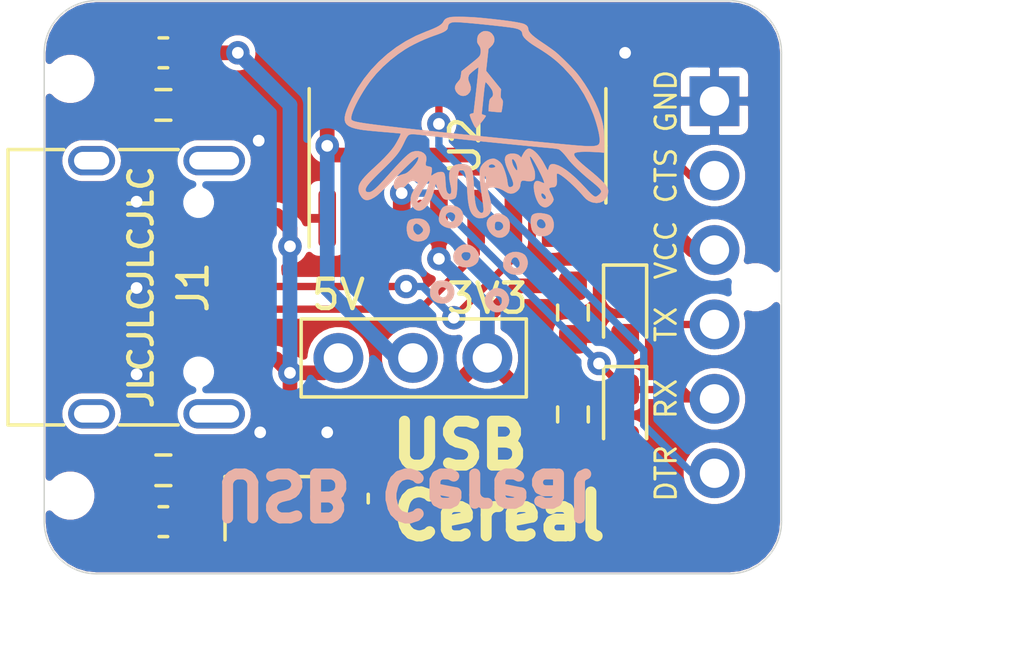
<source format=kicad_pcb>
(kicad_pcb (version 20171130) (host pcbnew 5.1.10)

  (general
    (thickness 1.6)
    (drawings 19)
    (tracks 134)
    (zones 0)
    (modules 18)
    (nets 16)
  )

  (page A4)
  (layers
    (0 F.Cu signal)
    (31 B.Cu signal)
    (32 B.Adhes user hide)
    (33 F.Adhes user)
    (34 B.Paste user hide)
    (35 F.Paste user hide)
    (36 B.SilkS user)
    (37 F.SilkS user)
    (38 B.Mask user hide)
    (39 F.Mask user)
    (40 Dwgs.User user hide)
    (41 Cmts.User user hide)
    (42 Eco1.User user hide)
    (43 Eco2.User user hide)
    (44 Edge.Cuts user)
    (45 Margin user hide)
    (46 B.CrtYd user hide)
    (47 F.CrtYd user)
    (48 B.Fab user hide)
    (49 F.Fab user hide)
  )

  (setup
    (last_trace_width 0.25)
    (trace_clearance 0.2)
    (zone_clearance 0.0254)
    (zone_45_only no)
    (trace_min 0.2)
    (via_size 0.8)
    (via_drill 0.4)
    (via_min_size 0.4)
    (via_min_drill 0.3)
    (uvia_size 0.3)
    (uvia_drill 0.1)
    (uvias_allowed no)
    (uvia_min_size 0.2)
    (uvia_min_drill 0.1)
    (edge_width 0.05)
    (segment_width 0.2)
    (pcb_text_width 0.3)
    (pcb_text_size 1.5 1.5)
    (mod_edge_width 0.12)
    (mod_text_size 1 1)
    (mod_text_width 0.15)
    (pad_size 1.524 1.524)
    (pad_drill 0.762)
    (pad_to_mask_clearance 0)
    (aux_axis_origin 0 0)
    (grid_origin 21.082 17.272)
    (visible_elements FFFFFF7F)
    (pcbplotparams
      (layerselection 0x010fc_ffffffff)
      (usegerberextensions false)
      (usegerberattributes true)
      (usegerberadvancedattributes true)
      (creategerberjobfile false)
      (excludeedgelayer true)
      (linewidth 0.100000)
      (plotframeref false)
      (viasonmask false)
      (mode 1)
      (useauxorigin false)
      (hpglpennumber 1)
      (hpglpenspeed 20)
      (hpglpendiameter 15.000000)
      (psnegative false)
      (psa4output false)
      (plotreference true)
      (plotvalue true)
      (plotinvisibletext false)
      (padsonsilk false)
      (subtractmaskfromsilk false)
      (outputformat 1)
      (mirror false)
      (drillshape 0)
      (scaleselection 1)
      (outputdirectory "fabrication/gerber/"))
  )

  (net 0 "")
  (net 1 +5V)
  (net 2 GNDD)
  (net 3 +3V3)
  (net 4 /USB_D+)
  (net 5 /USB_D-)
  (net 6 VCC)
  (net 7 /DTR)
  (net 8 /CTS)
  (net 9 /RXD)
  (net 10 /TXD)
  (net 11 "Net-(D1-Pad2)")
  (net 12 "Net-(D2-Pad2)")
  (net 13 /CC2)
  (net 14 /CC1)
  (net 15 "Net-(J1-PadS1)")

  (net_class Default "This is the default net class."
    (clearance 0.2)
    (trace_width 0.25)
    (via_dia 0.8)
    (via_drill 0.4)
    (uvia_dia 0.3)
    (uvia_drill 0.1)
    (add_net /CC1)
    (add_net /CC2)
    (add_net /CTS)
    (add_net /DTR)
    (add_net /RXD)
    (add_net /TXD)
    (add_net /USB_D+)
    (add_net /USB_D-)
    (add_net "Net-(D1-Pad2)")
    (add_net "Net-(D2-Pad2)")
    (add_net "Net-(J1-PadS1)")
  )

  (net_class VCC ""
    (clearance 0.2)
    (trace_width 0.5)
    (via_dia 0.8)
    (via_drill 0.4)
    (uvia_dia 0.3)
    (uvia_drill 0.1)
    (add_net +3V3)
    (add_net +5V)
    (add_net GNDD)
    (add_net VCC)
  )

  (module USBCereal:JLCPCB_Tooling_Hole (layer F.Cu) (tedit 60D97C97) (tstamp 60DA6C53)
    (at 45.339 27.051)
    (fp_text reference REF** (at 0 2.54) (layer F.Fab)
      (effects (font (size 1 1) (thickness 0.15)))
    )
    (fp_text value JLCPCB_Tooling_Hole (at 0 3.81) (layer F.Fab)
      (effects (font (size 1 1) (thickness 0.15)))
    )
    (pad "" np_thru_hole circle (at 0 0) (size 1.152 1.152) (drill 1.152) (layers *.Cu *.Mask)
      (clearance 0.248))
  )

  (module USBCereal:JLCPCB_Tooling_Hole (layer F.Cu) (tedit 60D97C97) (tstamp 60DA6C42)
    (at 21.971 34.163)
    (fp_text reference REF** (at 0 2.54) (layer F.Fab)
      (effects (font (size 1 1) (thickness 0.15)))
    )
    (fp_text value JLCPCB_Tooling_Hole (at 0 3.81) (layer F.Fab)
      (effects (font (size 1 1) (thickness 0.15)))
    )
    (pad "" np_thru_hole circle (at 0 0) (size 1.152 1.152) (drill 1.152) (layers *.Cu *.Mask)
      (clearance 0.248))
  )

  (module USBCereal:JLCPCB_Tooling_Hole (layer F.Cu) (tedit 60D97C97) (tstamp 60DA6B87)
    (at 21.971 19.939)
    (fp_text reference REF** (at 0 2.54) (layer B.Fab)
      (effects (font (size 1 1) (thickness 0.15)) (justify mirror))
    )
    (fp_text value JLCPCB_Tooling_Hole (at 0 3.81) (layer F.Fab)
      (effects (font (size 1 1) (thickness 0.15)))
    )
    (pad "" np_thru_hole circle (at 0 0) (size 1.152 1.152) (drill 1.152) (layers *.Cu *.Mask)
      (clearance 0.248))
  )

  (module USBCereal:USBCereal (layer B.Cu) (tedit 0) (tstamp 60DA60BA)
    (at 35.814 22.86)
    (fp_text reference G*** (at 0 0) (layer B.SilkS) hide
      (effects (font (size 1.524 1.524) (thickness 0.3)) (justify mirror))
    )
    (fp_text value LOGO (at 0.75 0) (layer B.SilkS) hide
      (effects (font (size 1.524 1.524) (thickness 0.3)) (justify mirror))
    )
    (fp_poly (pts (xy 0.020544 -1.265464) (xy 0.05607 -1.301448) (xy 0.084063 -1.331821) (xy 0.145608 -1.401598)
      (xy 0.203959 -1.472136) (xy 0.255325 -1.538344) (xy 0.295917 -1.595129) (xy 0.321942 -1.637396)
      (xy 0.329611 -1.660055) (xy 0.329176 -1.661123) (xy 0.308488 -1.674235) (xy 0.267762 -1.68935)
      (xy 0.253193 -1.69355) (xy 0.210814 -1.706919) (xy 0.193206 -1.723582) (xy 0.192227 -1.754809)
      (xy 0.194742 -1.774444) (xy 0.199021 -1.810325) (xy 0.205892 -1.873672) (xy 0.214706 -1.958239)
      (xy 0.224814 -2.05778) (xy 0.235566 -2.166051) (xy 0.237364 -2.1844) (xy 0.254567 -2.356111)
      (xy 0.269569 -2.496327) (xy 0.282704 -2.60732) (xy 0.294306 -2.691368) (xy 0.304709 -2.750745)
      (xy 0.314247 -2.787725) (xy 0.323254 -2.804585) (xy 0.328607 -2.805969) (xy 0.350389 -2.788925)
      (xy 0.385371 -2.751331) (xy 0.427651 -2.700602) (xy 0.471325 -2.644152) (xy 0.510491 -2.589397)
      (xy 0.539246 -2.543749) (xy 0.543189 -2.536441) (xy 0.565005 -2.476063) (xy 0.575554 -2.410993)
      (xy 0.575733 -2.403258) (xy 0.571067 -2.353685) (xy 0.552104 -2.315779) (xy 0.515661 -2.277877)
      (xy 0.486565 -2.249238) (xy 0.467644 -2.221895) (xy 0.455508 -2.186673) (xy 0.446769 -2.134394)
      (xy 0.439762 -2.072393) (xy 0.432477 -1.997556) (xy 0.426884 -1.929522) (xy 0.423895 -1.879781)
      (xy 0.423634 -1.869172) (xy 0.423333 -1.81641) (xy 0.636106 -1.795489) (xy 0.717445 -1.788322)
      (xy 0.786094 -1.783841) (xy 0.835307 -1.782374) (xy 0.858339 -1.784249) (xy 0.858981 -1.78467)
      (xy 0.865998 -1.805316) (xy 0.875563 -1.850828) (xy 0.886317 -1.912432) (xy 0.896898 -1.981353)
      (xy 0.905946 -2.048817) (xy 0.912099 -2.106049) (xy 0.914034 -2.139622) (xy 0.902697 -2.187033)
      (xy 0.873741 -2.236231) (xy 0.871357 -2.239131) (xy 0.850118 -2.266775) (xy 0.838165 -2.293286)
      (xy 0.833837 -2.328282) (xy 0.835473 -2.38138) (xy 0.838771 -2.427842) (xy 0.849229 -2.5654)
      (xy 0.338869 -3.194922) (xy 0.380145 -3.571984) (xy 0.42142 -3.949047) (xy 0.49241 -4.009812)
      (xy 0.565772 -4.089918) (xy 0.609889 -4.177396) (xy 0.623571 -4.267908) (xy 0.605631 -4.357111)
      (xy 0.594314 -4.382174) (xy 0.535728 -4.46709) (xy 0.462782 -4.521341) (xy 0.41227 -4.539143)
      (xy 0.325975 -4.553016) (xy 0.257137 -4.547762) (xy 0.194299 -4.521884) (xy 0.171657 -4.507714)
      (xy 0.108202 -4.458546) (xy 0.068822 -4.407834) (xy 0.047113 -4.344362) (xy 0.037885 -4.273425)
      (xy 0.034344 -4.211956) (xy 0.03851 -4.169421) (xy 0.054303 -4.131099) (xy 0.08564 -4.082271)
      (xy 0.090763 -4.074815) (xy 0.126543 -4.0181) (xy 0.145197 -3.971458) (xy 0.151901 -3.919479)
      (xy 0.1524 -3.891311) (xy 0.152188 -3.83484) (xy 0.14956 -3.78919) (xy 0.141531 -3.750319)
      (xy 0.125113 -3.714183) (xy 0.09732 -3.676739) (xy 0.055164 -3.633945) (xy -0.004339 -3.581757)
      (xy -0.084178 -3.516133) (xy -0.184403 -3.435391) (xy -0.499534 -3.181848) (xy -0.519202 -3.046315)
      (xy -0.530761 -2.9758) (xy -0.544046 -2.927291) (xy -0.564153 -2.889095) (xy -0.596179 -2.849518)
      (xy -0.612963 -2.831224) (xy -0.680865 -2.745732) (xy -0.717199 -2.666842) (xy -0.722603 -2.590676)
      (xy -0.697714 -2.513358) (xy -0.672285 -2.470328) (xy -0.606646 -2.39817) (xy -0.529593 -2.353814)
      (xy -0.447029 -2.337404) (xy -0.36486 -2.349083) (xy -0.288988 -2.388993) (xy -0.225318 -2.457276)
      (xy -0.223833 -2.4595) (xy -0.186415 -2.544902) (xy -0.181894 -2.638239) (xy -0.210271 -2.739408)
      (xy -0.22571 -2.77227) (xy -0.262287 -2.871085) (xy -0.268932 -2.963674) (xy -0.24548 -3.045975)
      (xy -0.237379 -3.060492) (xy -0.214727 -3.087363) (xy -0.174787 -3.125511) (xy -0.123784 -3.169952)
      (xy -0.067942 -3.215704) (xy -0.013485 -3.257783) (xy 0.033363 -3.291208) (xy 0.066378 -3.310995)
      (xy 0.078744 -3.313567) (xy 0.079361 -3.294779) (xy 0.076325 -3.245909) (xy 0.069998 -3.170504)
      (xy 0.060745 -3.07211) (xy 0.048928 -2.954272) (xy 0.034911 -2.820537) (xy 0.019057 -2.67445)
      (xy 0.00173 -2.519559) (xy -0.016706 -2.359408) (xy -0.034146 -2.21205) (xy -0.048025 -2.09547)
      (xy -0.060446 -1.989398) (xy -0.07086 -1.898669) (xy -0.078718 -1.828119) (xy -0.08347 -1.782585)
      (xy -0.084667 -1.76755) (xy -0.099091 -1.749227) (xy -0.123764 -1.744133) (xy -0.169768 -1.734047)
      (xy -0.194572 -1.720945) (xy -0.210758 -1.707023) (xy -0.216744 -1.690415) (xy -0.212046 -1.662525)
      (xy -0.196176 -1.614757) (xy -0.187155 -1.589712) (xy -0.154887 -1.507921) (xy -0.117045 -1.423137)
      (xy -0.078459 -1.345366) (xy -0.043958 -1.284616) (xy -0.030003 -1.264088) (xy -0.01667 -1.250241)
      (xy -0.001763 -1.249547) (xy 0.020544 -1.265464)) (layer B.SilkS) (width 0.01))
    (fp_poly (pts (xy 0.774244 5.041981) (xy 0.875443 5.011586) (xy 0.967275 4.954433) (xy 1.044136 4.872616)
      (xy 1.074652 4.824126) (xy 1.114273 4.720505) (xy 1.12419 4.616562) (xy 1.107648 4.516463)
      (xy 1.067891 4.424374) (xy 1.008164 4.344462) (xy 0.93171 4.280892) (xy 0.841774 4.237831)
      (xy 0.7416 4.219446) (xy 0.634433 4.229903) (xy 0.615776 4.234842) (xy 0.534872 4.270823)
      (xy 0.452728 4.328212) (xy 0.381699 4.397397) (xy 0.347909 4.443216) (xy 0.307172 4.539306)
      (xy 0.29971 4.61222) (xy 0.55666 4.61222) (xy 0.562591 4.558427) (xy 0.592482 4.516615)
      (xy 0.596434 4.513694) (xy 0.650204 4.492932) (xy 0.718539 4.488855) (xy 0.786468 4.501571)
      (xy 0.811589 4.512107) (xy 0.84929 4.537392) (xy 0.870428 4.570658) (xy 0.879303 4.621583)
      (xy 0.880533 4.667288) (xy 0.86894 4.73364) (xy 0.838091 4.78707) (xy 0.793883 4.819688)
      (xy 0.761929 4.826) (xy 0.701407 4.812974) (xy 0.647063 4.778372) (xy 0.602453 4.728904)
      (xy 0.571133 4.671283) (xy 0.55666 4.61222) (xy 0.29971 4.61222) (xy 0.296839 4.640266)
      (xy 0.314954 4.740981) (xy 0.359561 4.836332) (xy 0.428705 4.921204) (xy 0.520428 4.990479)
      (xy 0.566159 5.014123) (xy 0.669282 5.043524) (xy 0.774244 5.041981)) (layer B.SilkS) (width 0.01))
    (fp_poly (pts (xy -1.016368 4.733078) (xy -0.921452 4.690032) (xy -0.844111 4.623663) (xy -0.787137 4.538147)
      (xy -0.75332 4.437659) (xy -0.745451 4.326373) (xy -0.765892 4.209898) (xy -0.801354 4.138276)
      (xy -0.85925 4.069268) (xy -0.929077 4.013375) (xy -0.992565 3.983225) (xy -1.068821 3.968848)
      (xy -1.159718 3.963916) (xy -1.250674 3.968293) (xy -1.327103 3.981841) (xy -1.341813 3.986495)
      (xy -1.418982 4.020367) (xy -1.472841 4.062072) (xy -1.513924 4.120607) (xy -1.525702 4.143556)
      (xy -1.558877 4.240458) (xy -1.572855 4.347138) (xy -1.571439 4.371126) (xy -1.297963 4.371126)
      (xy -1.288143 4.296031) (xy -1.245653 4.227605) (xy -1.245028 4.226929) (xy -1.191224 4.190092)
      (xy -1.128176 4.185795) (xy -1.068474 4.207068) (xy -1.006724 4.255504) (xy -0.973188 4.318742)
      (xy -0.969614 4.390451) (xy -0.997536 4.463955) (xy -1.045926 4.515905) (xy -1.105512 4.540291)
      (xy -1.168428 4.537541) (xy -1.226805 4.508081) (xy -1.272774 4.452339) (xy -1.274582 4.448916)
      (xy -1.297963 4.371126) (xy -1.571439 4.371126) (xy -1.566761 4.450303) (xy -1.550088 4.51329)
      (xy -1.499014 4.601325) (xy -1.421973 4.67044) (xy -1.322223 4.718826) (xy -1.20302 4.744674)
      (xy -1.126067 4.748627) (xy -1.016368 4.733078)) (layer B.SilkS) (width 0.01))
    (fp_poly (pts (xy 1.451146 3.762094) (xy 1.52364 3.748769) (xy 1.55112 3.737771) (xy 1.627542 3.679876)
      (xy 1.690698 3.597562) (xy 1.73606 3.499129) (xy 1.759103 3.392875) (xy 1.761067 3.352743)
      (xy 1.748983 3.261832) (xy 1.716269 3.173771) (xy 1.668232 3.101425) (xy 1.64982 3.083102)
      (xy 1.571275 3.033165) (xy 1.472988 2.998956) (xy 1.366432 2.983066) (xy 1.263078 2.988084)
      (xy 1.2446 2.991648) (xy 1.136163 3.02815) (xy 1.047244 3.083934) (xy 0.983088 3.155288)
      (xy 0.964303 3.190097) (xy 0.932991 3.287335) (xy 0.923451 3.360595) (xy 1.185421 3.360595)
      (xy 1.195083 3.294408) (xy 1.220283 3.235117) (xy 1.259656 3.190467) (xy 1.311835 3.168201)
      (xy 1.326146 3.167048) (xy 1.366626 3.174533) (xy 1.389591 3.184033) (xy 1.424475 3.217057)
      (xy 1.456861 3.27126) (xy 1.480748 3.334134) (xy 1.490133 3.393173) (xy 1.490133 3.393515)
      (xy 1.475869 3.461529) (xy 1.437685 3.511583) (xy 1.382493 3.539729) (xy 1.317209 3.542015)
      (xy 1.26333 3.523095) (xy 1.218179 3.482683) (xy 1.192665 3.425935) (xy 1.185421 3.360595)
      (xy 0.923451 3.360595) (xy 0.91968 3.389549) (xy 0.925925 3.482669) (xy 0.930004 3.500263)
      (xy 0.963253 3.568169) (xy 1.022021 3.634486) (xy 1.098417 3.692083) (xy 1.18455 3.733829)
      (xy 1.190912 3.736032) (xy 1.273345 3.75567) (xy 1.363902 3.764376) (xy 1.451146 3.762094)) (layer B.SilkS) (width 0.01))
    (fp_poly (pts (xy -0.215215 3.500093) (xy -0.107626 3.461617) (xy -0.013645 3.402061) (xy 0.049617 3.331211)
      (xy 0.084348 3.245792) (xy 0.093072 3.160841) (xy 0.088831 3.087608) (xy 0.07322 3.029704)
      (xy 0.047153 2.978356) (xy -0.027174 2.878381) (xy -0.116457 2.801946) (xy -0.215813 2.751022)
      (xy -0.320356 2.727579) (xy -0.425202 2.733587) (xy -0.499534 2.757887) (xy -0.60021 2.818918)
      (xy -0.682448 2.899102) (xy -0.741887 2.992384) (xy -0.774168 3.092703) (xy -0.774699 3.098841)
      (xy -0.504175 3.098841) (xy -0.488821 3.049233) (xy -0.450012 3.011273) (xy -0.392389 2.990071)
      (xy -0.3302 2.990147) (xy -0.286939 2.995943) (xy -0.26791 2.996969) (xy -0.225089 3.011672)
      (xy -0.197661 3.049856) (xy -0.187738 3.103847) (xy -0.197431 3.165973) (xy -0.211842 3.200739)
      (xy -0.255732 3.255855) (xy -0.311496 3.283492) (xy -0.37156 3.282611) (xy -0.42835 3.252178)
      (xy -0.447233 3.232962) (xy -0.492242 3.162939) (xy -0.504175 3.098841) (xy -0.774699 3.098841)
      (xy -0.778775 3.145911) (xy -0.769035 3.243987) (xy -0.736546 3.323288) (xy -0.676991 3.393453)
      (xy -0.661895 3.406859) (xy -0.566847 3.467075) (xy -0.455307 3.50322) (xy -0.335392 3.514494)
      (xy -0.215215 3.500093)) (layer B.SilkS) (width 0.01))
    (fp_poly (pts (xy -1.888597 2.621764) (xy -1.788416 2.592262) (xy -1.702792 2.539793) (xy -1.689149 2.527514)
      (xy -1.648736 2.473783) (xy -1.612645 2.399758) (xy -1.586244 2.318996) (xy -1.5749 2.245054)
      (xy -1.5748 2.238686) (xy -1.590057 2.124831) (xy -1.633962 2.02435) (xy -1.703715 1.941948)
      (xy -1.783239 1.888627) (xy -1.87325 1.858587) (xy -1.980735 1.845745) (xy -2.093792 1.850449)
      (xy -2.200518 1.87305) (xy -2.2098 1.876108) (xy -2.266167 1.899848) (xy -2.30153 1.929327)
      (xy -2.326162 1.969897) (xy -2.354407 2.055516) (xy -2.366434 2.155967) (xy -2.366048 2.168422)
      (xy -2.151809 2.168422) (xy -2.138591 2.101423) (xy -2.10897 2.05663) (xy -2.066258 2.02375)
      (xy -2.02393 2.017802) (xy -1.970268 2.037391) (xy -1.96594 2.039602) (xy -1.922483 2.069728)
      (xy -1.877005 2.11281) (xy -1.837942 2.159387) (xy -1.813731 2.199998) (xy -1.809861 2.214623)
      (xy -1.810906 2.261763) (xy -1.826041 2.298387) (xy -1.861503 2.337484) (xy -1.874648 2.3495)
      (xy -1.932863 2.39105) (xy -1.984449 2.402033) (xy -2.035799 2.383146) (xy -2.055455 2.369172)
      (xy -2.108772 2.310874) (xy -2.14138 2.241098) (xy -2.151809 2.168422) (xy -2.366048 2.168422)
      (xy -2.363153 2.261807) (xy -2.345475 2.363593) (xy -2.314307 2.45188) (xy -2.273771 2.513858)
      (xy -2.195924 2.574345) (xy -2.100408 2.612617) (xy -1.99528 2.628486) (xy -1.888597 2.621764)) (layer B.SilkS) (width 0.01))
    (fp_poly (pts (xy 2.33401 2.447618) (xy 2.438823 2.417792) (xy 2.526404 2.363435) (xy 2.592193 2.286796)
      (xy 2.607957 2.257809) (xy 2.639102 2.163618) (xy 2.649013 2.062662) (xy 2.639264 1.962255)
      (xy 2.611429 1.869707) (xy 2.567081 1.792328) (xy 2.507795 1.737432) (xy 2.494324 1.729814)
      (xy 2.413724 1.698992) (xy 2.315084 1.676471) (xy 2.21006 1.663571) (xy 2.110314 1.661608)
      (xy 2.027502 1.671902) (xy 2.014078 1.675523) (xy 1.952425 1.700368) (xy 1.909423 1.735028)
      (xy 1.88212 1.7852) (xy 1.867567 1.85658) (xy 1.862813 1.954864) (xy 1.862761 1.967667)
      (xy 1.865743 2.013117) (xy 2.066405 2.013117) (xy 2.07886 1.944213) (xy 2.11304 1.894391)
      (xy 2.162125 1.866938) (xy 2.219299 1.865138) (xy 2.277741 1.892276) (xy 2.292166 1.904351)
      (xy 2.34134 1.964515) (xy 2.367061 2.027494) (xy 2.370185 2.087129) (xy 2.351568 2.137264)
      (xy 2.312064 2.17174) (xy 2.253276 2.1844) (xy 2.176906 2.170244) (xy 2.11647 2.131339)
      (xy 2.0778 2.07303) (xy 2.066405 2.013117) (xy 1.865743 2.013117) (xy 1.872265 2.112511)
      (xy 1.901533 2.230347) (xy 1.951307 2.322186) (xy 2.022325 2.389039) (xy 2.115329 2.431914)
      (xy 2.216529 2.450667) (xy 2.33401 2.447618)) (layer B.SilkS) (width 0.01))
    (fp_poly (pts (xy 0.899914 2.487795) (xy 0.992313 2.441717) (xy 1.043393 2.39853) (xy 1.096305 2.334329)
      (xy 1.129856 2.263056) (xy 1.147035 2.175935) (xy 1.151 2.0828) (xy 1.140395 1.969404)
      (xy 1.107063 1.878077) (xy 1.047776 1.803715) (xy 0.959305 1.741213) (xy 0.922867 1.72218)
      (xy 0.838163 1.686326) (xy 0.768098 1.671269) (xy 0.70189 1.675429) (xy 0.665889 1.684514)
      (xy 0.546351 1.737305) (xy 0.445351 1.816096) (xy 0.425662 1.837202) (xy 0.380075 1.913277)
      (xy 0.361527 2.002064) (xy 0.368453 2.098144) (xy 0.370243 2.103832) (xy 0.635 2.103832)
      (xy 0.639206 2.037099) (xy 0.650614 1.989005) (xy 0.65824 1.975336) (xy 0.695368 1.954033)
      (xy 0.750433 1.948285) (xy 0.811174 1.958314) (xy 0.845122 1.971935) (xy 0.892219 2.012163)
      (xy 0.920997 2.068215) (xy 0.925985 2.127586) (xy 0.921344 2.146156) (xy 0.887623 2.200287)
      (xy 0.835908 2.239309) (xy 0.775707 2.259648) (xy 0.716527 2.257732) (xy 0.6767 2.238093)
      (xy 0.652578 2.213627) (xy 0.639962 2.183024) (xy 0.635373 2.135081) (xy 0.635 2.103832)
      (xy 0.370243 2.103832) (xy 0.399286 2.1961) (xy 0.45246 2.290513) (xy 0.526409 2.375966)
      (xy 0.597928 2.433199) (xy 0.699052 2.483822) (xy 0.800937 2.501925) (xy 0.899914 2.487795)) (layer B.SilkS) (width 0.01))
    (fp_poly (pts (xy -0.732008 2.168396) (xy -0.636151 2.129824) (xy -0.557665 2.067854) (xy -0.498028 1.988222)
      (xy -0.458722 1.896663) (xy -0.441224 1.798913) (xy -0.447014 1.700709) (xy -0.477572 1.607786)
      (xy -0.534377 1.525879) (xy -0.560004 1.501498) (xy -0.649183 1.445282) (xy -0.756949 1.408904)
      (xy -0.873101 1.394359) (xy -0.987441 1.403641) (xy -1.020244 1.411476) (xy -1.086912 1.43559)
      (xy -1.136058 1.469222) (xy -1.176375 1.520406) (xy -1.213001 1.589611) (xy -1.241871 1.66906)
      (xy -1.259849 1.751904) (xy -1.04014 1.751904) (xy -1.017804 1.698292) (xy -0.975709 1.657679)
      (xy -0.920614 1.633426) (xy -0.85928 1.628897) (xy -0.798467 1.647453) (xy -0.758587 1.677209)
      (xy -0.726295 1.714089) (xy -0.713497 1.74806) (xy -0.714578 1.795839) (xy -0.715595 1.805263)
      (xy -0.73664 1.879805) (xy -0.776166 1.931063) (xy -0.827878 1.958842) (xy -0.885481 1.96295)
      (xy -0.94268 1.943191) (xy -0.99318 1.899371) (xy -1.030685 1.831296) (xy -1.035956 1.815153)
      (xy -1.04014 1.751904) (xy -1.259849 1.751904) (xy -1.261617 1.760048) (xy -1.270345 1.849544)
      (xy -1.266161 1.924519) (xy -1.26349 1.937099) (xy -1.229404 2.007462) (xy -1.168436 2.069511)
      (xy -1.087128 2.120398) (xy -0.992021 2.157278) (xy -0.889654 2.177304) (xy -0.786571 2.17763)
      (xy -0.732008 2.168396)) (layer B.SilkS) (width 0.01))
    (fp_poly (pts (xy 0.215225 1.830986) (xy 0.217202 1.830593) (xy 0.326558 1.795354) (xy 0.411017 1.738389)
      (xy 0.470654 1.659424) (xy 0.505547 1.558185) (xy 0.515773 1.434398) (xy 0.501409 1.28779)
      (xy 0.462532 1.118088) (xy 0.439361 1.041258) (xy 0.411824 0.950616) (xy 0.397069 0.886252)
      (xy 0.395467 0.842934) (xy 0.407392 0.815429) (xy 0.433216 0.798504) (xy 0.4572 0.790811)
      (xy 0.556703 0.779501) (xy 0.670721 0.791044) (xy 0.790856 0.823351) (xy 0.908707 0.874338)
      (xy 0.98984 0.923096) (xy 1.084105 0.975021) (xy 1.173125 0.995571) (xy 1.262014 0.985616)
      (xy 1.294461 0.974925) (xy 1.365565 0.935623) (xy 1.428856 0.87896) (xy 1.475896 0.814093)
      (xy 1.497643 0.754544) (xy 1.507256 0.692982) (xy 1.516262 0.635206) (xy 1.533341 0.583123)
      (xy 1.567217 0.555106) (xy 1.622111 0.549135) (xy 1.67831 0.557628) (xy 1.78778 0.57457)
      (xy 1.872582 0.572459) (xy 1.936239 0.551008) (xy 1.959089 0.534828) (xy 1.983089 0.511769)
      (xy 1.997235 0.487616) (xy 2.004066 0.453) (xy 2.006123 0.398552) (xy 2.006157 0.361261)
      (xy 2.00465 0.300627) (xy 1.999035 0.249095) (xy 1.986987 0.197161) (xy 1.966181 0.135323)
      (xy 1.934292 0.054077) (xy 1.926055 0.033867) (xy 1.88074 -0.080668) (xy 1.850311 -0.166714)
      (xy 1.834308 -0.225973) (xy 1.832269 -0.260145) (xy 1.843452 -0.270933) (xy 1.869054 -0.255421)
      (xy 1.906874 -0.209524) (xy 1.956305 -0.134204) (xy 2.016742 -0.030421) (xy 2.087579 0.100863)
      (xy 2.131682 0.186267) (xy 2.204609 0.332539) (xy 2.259738 0.450132) (xy 2.297113 0.539153)
      (xy 2.316776 0.599706) (xy 2.318772 0.631899) (xy 2.316574 0.635471) (xy 2.297873 0.633556)
      (xy 2.258201 0.619723) (xy 2.216494 0.60166) (xy 2.143395 0.571683) (xy 2.089616 0.561018)
      (xy 2.046993 0.569187) (xy 2.014336 0.589854) (xy 1.985207 0.633558) (xy 1.969923 0.701864)
      (xy 1.967523 0.788911) (xy 1.977046 0.888841) (xy 1.997532 0.995796) (xy 2.008595 1.035033)
      (xy 2.218096 1.035033) (xy 2.225628 0.998188) (xy 2.229555 0.993422) (xy 2.24097 0.984151)
      (xy 2.255856 0.98543) (xy 2.287227 0.998849) (xy 2.292076 1.001059) (xy 2.329392 1.029794)
      (xy 2.361551 1.073644) (xy 2.38152 1.120404) (xy 2.382325 1.157723) (xy 2.359133 1.182027)
      (xy 2.323182 1.180085) (xy 2.281289 1.153285) (xy 2.262105 1.133234) (xy 2.231083 1.083606)
      (xy 2.218096 1.035033) (xy 2.008595 1.035033) (xy 2.028019 1.103918) (xy 2.067547 1.207348)
      (xy 2.115155 1.300226) (xy 2.136224 1.33308) (xy 2.190821 1.393779) (xy 2.25672 1.439234)
      (xy 2.324739 1.464572) (xy 2.384871 1.465122) (xy 2.452967 1.436737) (xy 2.519826 1.389001)
      (xy 2.578249 1.3295) (xy 2.621035 1.26582) (xy 2.640984 1.205549) (xy 2.6416 1.194608)
      (xy 2.633637 1.158625) (xy 2.612333 1.103033) (xy 2.581559 1.037385) (xy 2.5654 1.006645)
      (xy 2.531872 0.941696) (xy 2.505866 0.884771) (xy 2.491149 0.844435) (xy 2.4892 0.833335)
      (xy 2.504776 0.802063) (xy 2.551423 0.784033) (xy 2.61308 0.779165) (xy 2.673069 0.76959)
      (xy 2.715978 0.739734) (xy 2.74303 0.686899) (xy 2.755448 0.608387) (xy 2.754457 0.501501)
      (xy 2.752409 0.471958) (xy 2.747521 0.398486) (xy 2.747211 0.352012) (xy 2.752077 0.325901)
      (xy 2.762719 0.313519) (xy 2.766895 0.311578) (xy 2.800545 0.314943) (xy 2.853809 0.340761)
      (xy 2.9236 0.386354) (xy 3.006832 0.449041) (xy 3.100419 0.526145) (xy 3.201272 0.614987)
      (xy 3.306307 0.712887) (xy 3.412436 0.817166) (xy 3.516572 0.925147) (xy 3.615629 1.034149)
      (xy 3.6638 1.089983) (xy 3.747624 1.177439) (xy 3.832704 1.239312) (xy 3.929725 1.282545)
      (xy 3.985937 1.299312) (xy 4.105247 1.31544) (xy 4.215975 1.301466) (xy 4.314129 1.260058)
      (xy 4.395717 1.193885) (xy 4.456747 1.105616) (xy 4.493226 0.997918) (xy 4.499464 0.956034)
      (xy 4.501511 0.887469) (xy 4.488457 0.82927) (xy 4.470176 0.786938) (xy 4.427801 0.72008)
      (xy 4.357799 0.63664) (xy 4.261376 0.537808) (xy 4.139736 0.42477) (xy 3.994084 0.298716)
      (xy 3.877733 0.202758) (xy 3.726907 0.078644) (xy 3.602833 -0.027847) (xy 3.504254 -0.118125)
      (xy 3.42991 -0.193602) (xy 3.378544 -0.255689) (xy 3.348897 -0.305799) (xy 3.339711 -0.345343)
      (xy 3.349727 -0.375732) (xy 3.355797 -0.382788) (xy 3.396368 -0.40409) (xy 3.46891 -0.419747)
      (xy 3.571994 -0.42971) (xy 3.70419 -0.43393) (xy 3.86407 -0.432358) (xy 4.050202 -0.424944)
      (xy 4.239696 -0.413186) (xy 4.37306 -0.403701) (xy 4.364017 -0.807217) (xy 4.359381 -0.968892)
      (xy 4.352658 -1.104146) (xy 4.34271 -1.220413) (xy 4.328393 -1.325125) (xy 4.308567 -1.425715)
      (xy 4.282092 -1.529616) (xy 4.247825 -1.644261) (xy 4.224237 -1.717668) (xy 4.154407 -1.905304)
      (xy 4.063446 -2.108906) (xy 3.955209 -2.321579) (xy 3.833551 -2.536426) (xy 3.702327 -2.746552)
      (xy 3.565394 -2.945062) (xy 3.46151 -3.081866) (xy 3.396795 -3.158633) (xy 3.312885 -3.251225)
      (xy 3.215267 -3.354182) (xy 3.10943 -3.462043) (xy 3.000861 -3.569349) (xy 2.89505 -3.670638)
      (xy 2.797483 -3.760451) (xy 2.713648 -3.833327) (xy 2.674507 -3.864889) (xy 2.609533 -3.913474)
      (xy 2.524827 -3.974334) (xy 2.429091 -4.041347) (xy 2.331027 -4.108391) (xy 2.276573 -4.144838)
      (xy 2.126339 -4.24757) (xy 2.005217 -4.337511) (xy 1.911627 -4.416178) (xy 1.843984 -4.48509)
      (xy 1.800707 -4.545762) (xy 1.780213 -4.599712) (xy 1.778 -4.6228) (xy 1.761879 -4.690545)
      (xy 1.714764 -4.747788) (xy 1.643784 -4.78998) (xy 1.578598 -4.811572) (xy 1.480657 -4.834558)
      (xy 1.351037 -4.858785) (xy 1.190815 -4.884098) (xy 1.001065 -4.910342) (xy 0.782865 -4.937363)
      (xy 0.537291 -4.965006) (xy 0.265418 -4.993116) (xy 0.1524 -5.004182) (xy 0.012604 -5.016051)
      (xy -0.134247 -5.025643) (xy -0.282823 -5.032856) (xy -0.427792 -5.03759) (xy -0.563822 -5.039744)
      (xy -0.685581 -5.039217) (xy -0.787739 -5.035907) (xy -0.864963 -5.029714) (xy -0.899251 -5.024098)
      (xy -0.993477 -4.995004) (xy -1.059347 -4.955832) (xy -1.101653 -4.90344) (xy -1.109928 -4.885976)
      (xy -1.139615 -4.835674) (xy -1.187484 -4.78659) (xy -1.25622 -4.737145) (xy -1.348509 -4.685764)
      (xy -1.467035 -4.63087) (xy -1.614484 -4.570886) (xy -1.704899 -4.536632) (xy -2.059407 -4.387093)
      (xy -2.400002 -4.207618) (xy -2.724774 -3.999942) (xy -3.031815 -3.765796) (xy -3.319213 -3.506915)
      (xy -3.58506 -3.225031) (xy -3.827445 -2.921877) (xy -4.04446 -2.599187) (xy -4.234195 -2.258693)
      (xy -4.250115 -2.226733) (xy -4.33946 -2.038518) (xy -4.408139 -1.875573) (xy -4.455383 -1.735765)
      (xy -4.480425 -1.616964) (xy -4.480668 -1.605212) (xy -4.261129 -1.605212) (xy -4.244507 -1.688966)
      (xy -4.211031 -1.792887) (xy -4.162433 -1.913509) (xy -4.100446 -2.047369) (xy -4.026802 -2.191002)
      (xy -3.943234 -2.340946) (xy -3.851473 -2.493734) (xy -3.753252 -2.645905) (xy -3.650304 -2.793992)
      (xy -3.601429 -2.860332) (xy -3.404282 -3.100197) (xy -3.178616 -3.33441) (xy -2.929764 -3.558141)
      (xy -2.663065 -3.766555) (xy -2.413 -3.936524) (xy -2.273814 -4.018737) (xy -2.111161 -4.105007)
      (xy -1.934372 -4.190949) (xy -1.752778 -4.272178) (xy -1.575711 -4.344312) (xy -1.439333 -4.393975)
      (xy -1.297311 -4.444048) (xy -1.185132 -4.487957) (xy -1.099748 -4.527604) (xy -1.038112 -4.564893)
      (xy -0.997174 -4.601726) (xy -0.973887 -4.640005) (xy -0.965201 -4.681633) (xy -0.964951 -4.690068)
      (xy -0.950317 -4.760514) (xy -0.907672 -4.812318) (xy -0.837504 -4.845134) (xy -0.7403 -4.858614)
      (xy -0.727285 -4.858911) (xy -0.680988 -4.857937) (xy -0.610199 -4.854589) (xy -0.524168 -4.849377)
      (xy -0.432147 -4.842813) (xy -0.422485 -4.842063) (xy -0.276197 -4.830014) (xy -0.115738 -4.815719)
      (xy 0.054516 -4.799653) (xy 0.230193 -4.782292) (xy 0.40692 -4.764112) (xy 0.580322 -4.745589)
      (xy 0.746026 -4.727198) (xy 0.899658 -4.709414) (xy 1.036846 -4.692714) (xy 1.153215 -4.677574)
      (xy 1.244392 -4.664468) (xy 1.303867 -4.654301) (xy 1.416037 -4.625319) (xy 1.496898 -4.588448)
      (xy 1.548382 -4.542282) (xy 1.57242 -4.485411) (xy 1.5748 -4.456856) (xy 1.590108 -4.401582)
      (xy 1.634551 -4.335616) (xy 1.705902 -4.261059) (xy 1.801937 -4.180009) (xy 1.920432 -4.094565)
      (xy 2.038858 -4.019015) (xy 2.232686 -3.898726) (xy 2.401609 -3.786955) (xy 2.551875 -3.678938)
      (xy 2.68973 -3.569907) (xy 2.821424 -3.455097) (xy 2.953202 -3.329742) (xy 2.988733 -3.294348)
      (xy 3.249307 -3.009434) (xy 3.480813 -2.707298) (xy 3.68364 -2.387315) (xy 3.858175 -2.048859)
      (xy 4.004805 -1.691305) (xy 4.033818 -1.608666) (xy 4.095363 -1.418062) (xy 4.144674 -1.244145)
      (xy 4.181361 -1.089178) (xy 4.205033 -0.955427) (xy 4.215297 -0.845157) (xy 4.211763 -0.76063)
      (xy 4.19404 -0.704113) (xy 4.190947 -0.69933) (xy 4.166955 -0.673912) (xy 4.132556 -0.653755)
      (xy 4.085125 -0.638774) (xy 4.022036 -0.628886) (xy 3.940661 -0.624007) (xy 3.838375 -0.624054)
      (xy 3.712551 -0.628942) (xy 3.560562 -0.638589) (xy 3.379782 -0.652909) (xy 3.208866 -0.668022)
      (xy 2.925106 -0.694202) (xy 2.622487 -0.722558) (xy 2.30392 -0.752797) (xy 1.972313 -0.784624)
      (xy 1.630578 -0.817746) (xy 1.281622 -0.851869) (xy 0.928357 -0.886699) (xy 0.573691 -0.921944)
      (xy 0.220535 -0.957309) (xy -0.128202 -0.9925) (xy -0.469611 -1.027223) (xy -0.800782 -1.061186)
      (xy -1.118804 -1.094095) (xy -1.420769 -1.125655) (xy -1.703767 -1.155572) (xy -1.964888 -1.183555)
      (xy -2.201223 -1.209307) (xy -2.409861 -1.232537) (xy -2.587893 -1.25295) (xy -2.599267 -1.254281)
      (xy -2.873693 -1.286646) (xy -3.116375 -1.315744) (xy -3.329241 -1.341913) (xy -3.51422 -1.365493)
      (xy -3.673243 -1.386821) (xy -3.808238 -1.406234) (xy -3.921134 -1.424071) (xy -4.013862 -1.44067)
      (xy -4.08835 -1.456369) (xy -4.146527 -1.471506) (xy -4.190323 -1.486418) (xy -4.221668 -1.501445)
      (xy -4.24249 -1.516923) (xy -4.254719 -1.533191) (xy -4.259164 -1.545088) (xy -4.261129 -1.605212)
      (xy -4.480668 -1.605212) (xy -4.482498 -1.517034) (xy -4.460835 -1.433844) (xy -4.414668 -1.365262)
      (xy -4.34323 -1.309153) (xy -4.245754 -1.263386) (xy -4.121473 -1.225828) (xy -3.969618 -1.194346)
      (xy -3.873062 -1.178697) (xy -3.814657 -1.171118) (xy -3.728165 -1.161504) (xy -3.619266 -1.150408)
      (xy -3.493642 -1.138383) (xy -3.356971 -1.12598) (xy -3.214936 -1.113754) (xy -3.153396 -1.10867)
      (xy -3.019207 -1.097584) (xy -2.895359 -1.087069) (xy -2.786014 -1.077501) (xy -2.695334 -1.069254)
      (xy -2.627481 -1.062705) (xy -2.586617 -1.058229) (xy -2.576622 -1.056648) (xy -2.575075 -1.04013)
      (xy -2.58828 -1.000295) (xy -2.613387 -0.942762) (xy -2.647549 -0.873146) (xy -2.687914 -0.797065)
      (xy -2.731634 -0.720137) (xy -2.775859 -0.647977) (xy -2.809244 -0.598088) (xy -2.893588 -0.488022)
      (xy -3.001901 -0.362556) (xy -3.130408 -0.225712) (xy -3.275336 -0.081515) (xy -3.429 0.062459)
      (xy -3.575687 0.198199) (xy -3.697338 0.316074) (xy -3.795912 0.418667) (xy -3.873368 0.508561)
      (xy -3.931666 0.58834) (xy -3.972766 0.660588) (xy -3.998627 0.727889) (xy -4.011209 0.792826)
      (xy -4.0132 0.83273) (xy -4.011312 0.859591) (xy -3.772257 0.859591) (xy -3.770301 0.847138)
      (xy -3.756684 0.805368) (xy -3.730095 0.756053) (xy -3.688706 0.697069) (xy -3.630687 0.626289)
      (xy -3.554211 0.54159) (xy -3.457448 0.440847) (xy -3.33857 0.321934) (xy -3.212016 0.19845)
      (xy -3.069991 0.059969) (xy -2.950177 -0.059844) (xy -2.849529 -0.16488) (xy -2.765 -0.259033)
      (xy -2.693545 -0.346196) (xy -2.632118 -0.430262) (xy -2.577673 -0.515124) (xy -2.527164 -0.604674)
      (xy -2.477546 -0.702807) (xy -2.433408 -0.796719) (xy -2.392923 -0.878075) (xy -2.353901 -0.944054)
      (xy -2.32067 -0.987572) (xy -2.311852 -0.995685) (xy -2.285685 -1.012449) (xy -2.25353 -1.024029)
      (xy -2.21105 -1.030455) (xy -2.153906 -1.031761) (xy -2.077759 -1.027976) (xy -1.978271 -1.019133)
      (xy -1.851103 -1.005263) (xy -1.800634 -0.99939) (xy -1.68051 -0.985596) (xy -1.530124 -0.968884)
      (xy -1.35292 -0.949605) (xy -1.152344 -0.928111) (xy -0.931843 -0.904754) (xy -0.694861 -0.879883)
      (xy -0.444845 -0.853851) (xy -0.18524 -0.82701) (xy 0.080508 -0.79971) (xy 0.348954 -0.772302)
      (xy 0.616652 -0.74514) (xy 0.880156 -0.718572) (xy 1.136021 -0.692952) (xy 1.380801 -0.668631)
      (xy 1.61105 -0.645959) (xy 1.823323 -0.625288) (xy 2.014173 -0.606969) (xy 2.180157 -0.591355)
      (xy 2.317827 -0.578796) (xy 2.3622 -0.57488) (xy 2.50079 -0.562375) (xy 2.609572 -0.551469)
      (xy 2.692532 -0.541588) (xy 2.753659 -0.532159) (xy 2.79694 -0.522605) (xy 2.826364 -0.512354)
      (xy 2.837798 -0.506385) (xy 2.888907 -0.467224) (xy 2.952082 -0.406191) (xy 3.021148 -0.329947)
      (xy 3.089933 -0.245158) (xy 3.129592 -0.191416) (xy 3.181392 -0.126094) (xy 3.255 -0.044237)
      (xy 3.345719 0.049609) (xy 3.448853 0.150896) (xy 3.559706 0.255076) (xy 3.673583 0.357602)
      (xy 3.785786 0.453927) (xy 3.852333 0.508444) (xy 3.97446 0.607438) (xy 4.071588 0.68889)
      (xy 4.146025 0.755293) (xy 4.200075 0.809139) (xy 4.236047 0.852921) (xy 4.256247 0.889132)
      (xy 4.26298 0.920264) (xy 4.258883 0.947796) (xy 4.236792 0.984146) (xy 4.196813 1.026005)
      (xy 4.149077 1.064932) (xy 4.103715 1.092484) (xy 4.075434 1.100667) (xy 4.042999 1.094034)
      (xy 4.003417 1.0725) (xy 3.953816 1.033612) (xy 3.891323 0.974918) (xy 3.813067 0.893963)
      (xy 3.738339 0.8128) (xy 3.55894 0.622414) (xy 3.387349 0.454921) (xy 3.224939 0.311366)
      (xy 3.073083 0.192791) (xy 2.933156 0.100242) (xy 2.80653 0.034762) (xy 2.694579 -0.002604)
      (xy 2.65716 -0.009094) (xy 2.586225 -0.011235) (xy 2.53537 0.005556) (xy 2.499668 0.04552)
      (xy 2.474193 0.1129) (xy 2.463927 0.157326) (xy 2.452355 0.187831) (xy 2.438152 0.19458)
      (xy 2.424177 0.175973) (xy 2.399505 0.133855) (xy 2.368104 0.075246) (xy 2.345719 0.031134)
      (xy 2.269328 -0.108229) (xy 2.186566 -0.233599) (xy 2.100431 -0.341847) (xy 2.013918 -0.429844)
      (xy 1.930025 -0.494459) (xy 1.851748 -0.532562) (xy 1.797077 -0.541867) (xy 1.741429 -0.525406)
      (xy 1.683774 -0.47742) (xy 1.626205 -0.399998) (xy 1.589615 -0.334471) (xy 1.538368 -0.232951)
      (xy 1.493084 -0.284871) (xy 1.434808 -0.329672) (xy 1.357653 -0.358766) (xy 1.270499 -0.371992)
      (xy 1.182224 -0.369191) (xy 1.101705 -0.350203) (xy 1.037822 -0.314867) (xy 1.01677 -0.293466)
      (xy 0.98841 -0.237547) (xy 0.979696 -0.165172) (xy 0.983718 -0.132885) (xy 1.219757 -0.132885)
      (xy 1.225053 -0.170616) (xy 1.242769 -0.184792) (xy 1.271554 -0.172307) (xy 1.309188 -0.131233)
      (xy 1.339664 -0.080575) (xy 1.366476 -0.018804) (xy 1.38788 0.046817) (xy 1.402135 0.109023)
      (xy 1.407499 0.160549) (xy 1.402229 0.194133) (xy 1.389395 0.2032) (xy 1.366006 0.189009)
      (xy 1.334453 0.151732) (xy 1.300136 0.099316) (xy 1.268456 0.039705) (xy 1.25182 0.000819)
      (xy 1.22823 -0.074705) (xy 1.219757 -0.132885) (xy 0.983718 -0.132885) (xy 0.991019 -0.074288)
      (xy 1.022771 0.037157) (xy 1.075344 0.171213) (xy 1.127275 0.284908) (xy 1.188481 0.417709)
      (xy 1.231964 0.524596) (xy 1.25799 0.60835) (xy 1.266828 0.67175) (xy 1.258746 0.717575)
      (xy 1.23401 0.748604) (xy 1.19289 0.767618) (xy 1.174195 0.772043) (xy 1.138016 0.773561)
      (xy 1.111329 0.758827) (xy 1.09177 0.723483) (xy 1.076974 0.663171) (xy 1.064575 0.573531)
      (xy 1.064076 0.569104) (xy 1.047797 0.472196) (xy 1.020518 0.361392) (xy 0.985504 0.246696)
      (xy 0.946019 0.138115) (xy 0.905327 0.045653) (xy 0.876212 -0.006734) (xy 0.816328 -0.079243)
      (xy 0.740649 -0.140812) (xy 0.66016 -0.183432) (xy 0.616505 -0.196143) (xy 0.564892 -0.197075)
      (xy 0.497506 -0.186606) (xy 0.464217 -0.178107) (xy 0.380778 -0.140778) (xy 0.297674 -0.081184)
      (xy 0.223242 -0.007426) (xy 0.165819 0.072397) (xy 0.160029 0.085713) (xy 0.426354 0.085713)
      (xy 0.428067 0.05316) (xy 0.453294 0.020432) (xy 0.4699 0.009287) (xy 0.533053 -0.007967)
      (xy 0.595432 0.006837) (xy 0.635 0.035911) (xy 0.657808 0.061212) (xy 0.65664 0.07696)
      (xy 0.635997 0.09411) (xy 0.594248 0.110759) (xy 0.53599 0.11823) (xy 0.477636 0.115276)
      (xy 0.450118 0.108255) (xy 0.426354 0.085713) (xy 0.160029 0.085713) (xy 0.136126 0.140677)
      (xy 0.124161 0.214253) (xy 0.120065 0.31751) (xy 0.123638 0.447239) (xy 0.128634 0.516467)
      (xy 0.287867 0.516467) (xy 0.290147 0.464457) (xy 0.295842 0.424075) (xy 0.298108 0.416349)
      (xy 0.312271 0.394764) (xy 0.324687 0.403438) (xy 0.333894 0.438764) (xy 0.338431 0.497138)
      (xy 0.338667 0.516467) (xy 0.335647 0.580468) (xy 0.327561 0.6224) (xy 0.315871 0.638657)
      (xy 0.302037 0.625633) (xy 0.298108 0.616585) (xy 0.291683 0.583489) (xy 0.288121 0.533373)
      (xy 0.287867 0.516467) (xy 0.128634 0.516467) (xy 0.13468 0.600228) (xy 0.152989 0.773269)
      (xy 0.178365 0.963151) (xy 0.193886 1.064955) (xy 0.217178 1.215661) (xy 0.234339 1.336741)
      (xy 0.245602 1.431832) (xy 0.251198 1.504572) (xy 0.251359 1.558599) (xy 0.246319 1.597551)
      (xy 0.236308 1.625064) (xy 0.230247 1.634678) (xy 0.197217 1.655919) (xy 0.154289 1.648935)
      (xy 0.106601 1.615848) (xy 0.064319 1.566168) (xy 0.03386 1.51541) (xy 0.008289 1.455621)
      (xy -0.013064 1.383035) (xy -0.03087 1.293885) (xy -0.045799 1.184405) (xy -0.058523 1.050829)
      (xy -0.069713 0.88939) (xy -0.075899 0.778933) (xy -0.084952 0.618686) (xy -0.09413 0.488286)
      (xy -0.104153 0.383721) (xy -0.115739 0.300978) (xy -0.129607 0.236043) (xy -0.146476 0.184903)
      (xy -0.167063 0.143545) (xy -0.192089 0.107955) (xy -0.197168 0.101795) (xy -0.252062 0.049303)
      (xy -0.316939 0.014899) (xy -0.400583 -0.005168) (xy -0.463406 -0.011885) (xy -0.595488 -0.010521)
      (xy -0.704767 0.015299) (xy -0.792404 0.066098) (xy -0.859557 0.142397) (xy -0.878416 0.175183)
      (xy -0.909885 0.269515) (xy -0.920407 0.387631) (xy -0.909953 0.526686) (xy -0.882934 0.665971)
      (xy -0.857885 0.787651) (xy -0.8475 0.884296) (xy -0.85155 0.95469) (xy -0.86981 0.997619)
      (xy -0.90205 1.011865) (xy -0.944985 0.997972) (xy -0.978505 0.967371) (xy -1.004283 0.915649)
      (xy -1.023242 0.839438) (xy -1.03631 0.735375) (xy -1.042482 0.643467) (xy -1.049739 0.518414)
      (xy -1.058414 0.423214) (xy -1.070245 0.353858) (xy -1.086971 0.306332) (xy -1.110331 0.276627)
      (xy -1.142063 0.260731) (xy -1.183905 0.254632) (xy -1.211277 0.254) (xy -1.320636 0.270793)
      (xy -1.427752 0.320607) (xy -1.469168 0.349367) (xy -1.505812 0.374361) (xy -1.530177 0.385516)
      (xy -1.534166 0.384945) (xy -1.535482 0.365167) (xy -1.529579 0.324448) (xy -1.525002 0.302802)
      (xy -1.510777 0.21885) (xy -1.509383 0.15072) (xy -1.520947 0.105971) (xy -1.521664 0.104801)
      (xy -1.545692 0.08945) (xy -1.590648 0.075743) (xy -1.616936 0.070934) (xy -1.681204 0.055601)
      (xy -1.715927 0.028807) (xy -1.724956 -0.015267) (xy -1.713968 -0.075736) (xy -1.695851 -0.171638)
      (xy -1.69954 -0.248585) (xy -1.725558 -0.313968) (xy -1.73157 -0.323462) (xy -1.794323 -0.388841)
      (xy -1.877675 -0.433205) (xy -1.974724 -0.455307) (xy -2.078568 -0.453901) (xy -2.182309 -0.427738)
      (xy -2.219175 -0.411587) (xy -2.269479 -0.380875) (xy -2.332512 -0.331793) (xy -2.409491 -0.263133)
      (xy -2.501632 -0.173684) (xy -2.61015 -0.062237) (xy -2.736261 0.072419) (xy -2.88118 0.231493)
      (xy -3.009555 0.374986) (xy -3.138264 0.518342) (xy -3.248108 0.637188) (xy -3.34134 0.733489)
      (xy -3.420214 0.80921) (xy -3.486982 0.866314) (xy -3.5439 0.906768) (xy -3.593221 0.932536)
      (xy -3.637199 0.945583) (xy -3.667064 0.948204) (xy -3.729344 0.938186) (xy -3.764646 0.908416)
      (xy -3.772257 0.859591) (xy -4.011312 0.859591) (xy -4.008467 0.900045) (xy -3.991389 0.962427)
      (xy -3.957906 1.035189) (xy -3.901422 1.124282) (xy -3.838292 1.183828) (xy -3.766639 1.21392)
      (xy -3.684591 1.21465) (xy -3.590272 1.186112) (xy -3.481807 1.128398) (xy -3.386667 1.063546)
      (xy -3.355355 1.037282) (xy -3.303254 0.989655) (xy -3.23328 0.923492) (xy -3.148347 0.841618)
      (xy -3.051372 0.746858) (xy -2.945271 0.642038) (xy -2.832958 0.529982) (xy -2.751667 0.448208)
      (xy -2.591122 0.286734) (xy -2.452504 0.148717) (xy -2.334451 0.033025) (xy -2.235604 -0.061475)
      (xy -2.154602 -0.135916) (xy -2.090084 -0.191432) (xy -2.040691 -0.229154) (xy -2.005061 -0.250217)
      (xy -1.981835 -0.255752) (xy -1.969652 -0.246893) (xy -1.967151 -0.224772) (xy -1.970344 -0.202447)
      (xy -1.998564 -0.124733) (xy -2.053966 -0.033076) (xy -2.134484 0.069391) (xy -2.190518 0.131111)
      (xy -2.267691 0.208886) (xy -2.331162 0.263742) (xy -2.387281 0.300053) (xy -2.442395 0.322195)
      (xy -2.480734 0.331068) (xy -2.592033 0.36657) (xy -2.683974 0.427409) (xy -2.753281 0.509746)
      (xy -2.796682 0.609741) (xy -2.810934 0.718168) (xy -2.796512 0.786172) (xy -2.755975 0.83496)
      (xy -2.693415 0.86063) (xy -2.658462 0.8636) (xy -2.595792 0.857335) (xy -2.537585 0.835962)
      (xy -2.477318 0.795618) (xy -2.408467 0.732436) (xy -2.370667 0.693091) (xy -2.302062 0.624183)
      (xy -2.245633 0.580375) (xy -2.194377 0.558853) (xy -2.141291 0.556804) (xy -2.079373 0.571416)
      (xy -2.072969 0.573505) (xy -2.016912 0.597496) (xy -1.987988 0.626156) (xy -1.98583 0.66391)
      (xy -2.010072 0.715186) (xy -2.05598 0.778875) (xy -2.143975 0.905236) (xy -2.201471 1.022172)
      (xy -2.229652 1.132217) (xy -2.231989 1.15512) (xy -2.233715 1.255383) (xy -2.230959 1.271832)
      (xy -2.011409 1.271832) (xy -2.010868 1.227084) (xy -1.990535 1.162716) (xy -1.966827 1.109134)
      (xy -1.930035 1.036835) (xy -1.884595 0.955509) (xy -1.833837 0.870251) (xy -1.781088 0.786161)
      (xy -1.729678 0.708335) (xy -1.682934 0.64187) (xy -1.644185 0.591865) (xy -1.616759 0.563416)
      (xy -1.607489 0.5588) (xy -1.598814 0.57291) (xy -1.601349 0.605367) (xy -1.621886 0.68661)
      (xy -1.64981 0.780948) (xy -1.681823 0.878639) (xy -1.714628 0.969943) (xy -1.744927 1.045121)
      (xy -1.763306 1.083734) (xy -1.813718 1.167387) (xy -1.865295 1.234699) (xy -1.914325 1.282153)
      (xy -1.957099 1.30623) (xy -1.989908 1.303412) (xy -1.992746 1.301311) (xy -2.011409 1.271832)
      (xy -2.230959 1.271832) (xy -2.220249 1.335753) (xy -2.189064 1.407748) (xy -2.169838 1.438612)
      (xy -2.103081 1.516926) (xy -2.030106 1.562122) (xy -1.961136 1.574689) (xy -1.893204 1.568402)
      (xy -1.833452 1.546011) (xy -1.771207 1.502624) (xy -1.735606 1.471336) (xy -1.653272 1.380788)
      (xy -1.581075 1.269046) (xy -1.517373 1.132754) (xy -1.460521 0.968559) (xy -1.423679 0.834253)
      (xy -1.37807 0.652451) (xy -1.322238 0.787659) (xy -1.25896 0.932557) (xy -1.20227 1.04486)
      (xy -1.152266 1.124399) (xy -1.109043 1.171007) (xy -1.096602 1.178969) (xy -1.033162 1.199163)
      (xy -0.954466 1.206345) (xy -0.871102 1.201523) (xy -0.793659 1.185704) (xy -0.732725 1.159897)
      (xy -0.710467 1.142219) (xy -0.687007 1.101864) (xy -0.668894 1.035383) (xy -0.65588 0.940934)
      (xy -0.647715 0.816676) (xy -0.644149 0.660765) (xy -0.644086 0.651933) (xy -0.640359 0.546873)
      (xy -0.631268 0.444516) (xy -0.617917 0.351863) (xy -0.601417 0.275915) (xy -0.582873 0.223675)
      (xy -0.574144 0.209751) (xy -0.538835 0.190346) (xy -0.487824 0.187585) (xy -0.449492 0.196786)
      (xy -0.416166 0.222505) (xy -0.387428 0.273272) (xy -0.36295 0.350631) (xy -0.342404 0.456129)
      (xy -0.325465 0.591308) (xy -0.311804 0.757716) (xy -0.304671 0.880534) (xy -0.291715 1.080806)
      (xy -0.274278 1.250418) (xy -0.251581 1.392371) (xy -0.222846 1.509669) (xy -0.187296 1.605313)
      (xy -0.144153 1.682306) (xy -0.09264 1.743651) (xy -0.07751 1.757645) (xy 0.009289 1.813802)
      (xy 0.106304 1.83811) (xy 0.215225 1.830986)) (layer B.SilkS) (width 0.01))
  )

  (module Connector_USB:USB_C_Receptacle_HRO_TYPE-C-31-M-12 (layer F.Cu) (tedit 5D3C0721) (tstamp 60D036A3)
    (at 23.749 27.051 270)
    (descr "USB Type-C receptacle for USB 2.0 and PD, http://www.krhro.com/uploads/soft/180320/1-1P320120243.pdf")
    (tags "usb usb-c 2.0 pd")
    (path /60D11074)
    (attr smd)
    (fp_text reference J1 (at 0 -2.413 90) (layer F.SilkS)
      (effects (font (size 1 1) (thickness 0.15)))
    )
    (fp_text value USB_C (at 0 5.1 90) (layer F.Fab)
      (effects (font (size 1 1) (thickness 0.15)))
    )
    (fp_line (start -4.7 3.9) (end 4.7 3.9) (layer F.SilkS) (width 0.12))
    (fp_line (start -4.47 -3.65) (end 4.47 -3.65) (layer F.Fab) (width 0.1))
    (fp_line (start -4.47 -3.65) (end -4.47 3.65) (layer F.Fab) (width 0.1))
    (fp_line (start -4.47 3.65) (end 4.47 3.65) (layer F.Fab) (width 0.1))
    (fp_line (start 4.47 -3.65) (end 4.47 3.65) (layer F.Fab) (width 0.1))
    (fp_line (start -5.32 -5.27) (end 5.32 -5.27) (layer F.CrtYd) (width 0.05))
    (fp_line (start -5.32 4.15) (end 5.32 4.15) (layer F.CrtYd) (width 0.05))
    (fp_line (start -5.32 -5.27) (end -5.32 4.15) (layer F.CrtYd) (width 0.05))
    (fp_line (start 5.32 -5.27) (end 5.32 4.15) (layer F.CrtYd) (width 0.05))
    (fp_line (start 4.7 -1.9) (end 4.7 0.1) (layer F.SilkS) (width 0.12))
    (fp_line (start 4.7 2) (end 4.7 3.9) (layer F.SilkS) (width 0.12))
    (fp_line (start -4.7 -1.9) (end -4.7 0.1) (layer F.SilkS) (width 0.12))
    (fp_line (start -4.7 2) (end -4.7 3.9) (layer F.SilkS) (width 0.12))
    (fp_text user %R (at 0 0 90) (layer F.Fab)
      (effects (font (size 1 1) (thickness 0.15)))
    )
    (pad B1 smd rect (at 3.25 -4.045 270) (size 0.6 1.45) (layers F.Cu F.Paste F.Mask)
      (net 2 GNDD))
    (pad A9 smd rect (at 2.45 -4.045 270) (size 0.6 1.45) (layers F.Cu F.Paste F.Mask)
      (net 1 +5V))
    (pad B9 smd rect (at -2.45 -4.045 270) (size 0.6 1.45) (layers F.Cu F.Paste F.Mask)
      (net 1 +5V))
    (pad B12 smd rect (at -3.25 -4.045 270) (size 0.6 1.45) (layers F.Cu F.Paste F.Mask)
      (net 2 GNDD))
    (pad A1 smd rect (at -3.25 -4.045 270) (size 0.6 1.45) (layers F.Cu F.Paste F.Mask)
      (net 2 GNDD))
    (pad A4 smd rect (at -2.45 -4.045 270) (size 0.6 1.45) (layers F.Cu F.Paste F.Mask)
      (net 1 +5V))
    (pad B4 smd rect (at 2.45 -4.045 270) (size 0.6 1.45) (layers F.Cu F.Paste F.Mask)
      (net 1 +5V))
    (pad A12 smd rect (at 3.25 -4.045 270) (size 0.6 1.45) (layers F.Cu F.Paste F.Mask)
      (net 2 GNDD))
    (pad B8 smd rect (at -1.75 -4.045 270) (size 0.3 1.45) (layers F.Cu F.Paste F.Mask))
    (pad A5 smd rect (at -1.25 -4.045 270) (size 0.3 1.45) (layers F.Cu F.Paste F.Mask)
      (net 14 /CC1))
    (pad B7 smd rect (at -0.75 -4.045 270) (size 0.3 1.45) (layers F.Cu F.Paste F.Mask)
      (net 5 /USB_D-))
    (pad A7 smd rect (at 0.25 -4.045 270) (size 0.3 1.45) (layers F.Cu F.Paste F.Mask)
      (net 5 /USB_D-))
    (pad B6 smd rect (at 0.75 -4.045 270) (size 0.3 1.45) (layers F.Cu F.Paste F.Mask)
      (net 4 /USB_D+))
    (pad A8 smd rect (at 1.25 -4.045 270) (size 0.3 1.45) (layers F.Cu F.Paste F.Mask))
    (pad B5 smd rect (at 1.75 -4.045 270) (size 0.3 1.45) (layers F.Cu F.Paste F.Mask)
      (net 13 /CC2))
    (pad A6 smd rect (at -0.25 -4.045 270) (size 0.3 1.45) (layers F.Cu F.Paste F.Mask)
      (net 4 /USB_D+))
    (pad S1 thru_hole oval (at 4.32 -3.13 270) (size 1 2.1) (drill oval 0.6 1.7) (layers *.Cu *.Mask)
      (net 15 "Net-(J1-PadS1)"))
    (pad S1 thru_hole oval (at -4.32 -3.13 270) (size 1 2.1) (drill oval 0.6 1.7) (layers *.Cu *.Mask)
      (net 15 "Net-(J1-PadS1)"))
    (pad "" np_thru_hole circle (at -2.89 -2.6 270) (size 0.65 0.65) (drill 0.65) (layers *.Cu *.Mask))
    (pad S1 thru_hole oval (at -4.32 1.05 270) (size 1 1.6) (drill oval 0.6 1.2) (layers *.Cu *.Mask)
      (net 15 "Net-(J1-PadS1)"))
    (pad "" np_thru_hole circle (at 2.89 -2.6 270) (size 0.65 0.65) (drill 0.65) (layers *.Cu *.Mask))
    (pad S1 thru_hole oval (at 4.32 1.05 270) (size 1 1.6) (drill oval 0.6 1.2) (layers *.Cu *.Mask)
      (net 15 "Net-(J1-PadS1)"))
    (model ${KISYS3DMOD}/Connector_USB.3dshapes/USB_C_Receptacle_HRO_TYPE-C-31-M-12.wrl
      (at (xyz 0 0 0))
      (scale (xyz 1 1 1))
      (rotate (xyz 0 0 0))
    )
  )

  (module Connector_PinHeader_2.54mm:PinHeader_1x06_P2.54mm_Horizontal (layer F.Cu) (tedit 60D73BED) (tstamp 60D6DA6A)
    (at 43.942 20.701)
    (descr "Through hole angled pin header, 1x06, 2.54mm pitch, 6mm pin length, single row")
    (tags "Through hole angled pin header THT 1x06 2.54mm single row")
    (path /60EAF4A8)
    (fp_text reference J2 (at 4.385 -2.27) (layer F.SilkS) hide
      (effects (font (size 1 1) (thickness 0.15)))
    )
    (fp_text value Conn_01x06 (at 4.385 14.97) (layer F.Fab)
      (effects (font (size 1 1) (thickness 0.15)))
    )
    (fp_line (start -0.32 -0.32) (end -0.32 0.32) (layer F.Fab) (width 0.1))
    (fp_line (start -0.32 2.22) (end -0.32 2.86) (layer F.Fab) (width 0.1))
    (fp_line (start -0.32 4.76) (end -0.32 5.4) (layer F.Fab) (width 0.1))
    (fp_line (start -0.32 7.3) (end -0.32 7.94) (layer F.Fab) (width 0.1))
    (fp_line (start -0.32 9.84) (end -0.32 10.48) (layer F.Fab) (width 0.1))
    (fp_line (start -0.32 12.38) (end -0.32 13.02) (layer F.Fab) (width 0.1))
    (fp_line (start -1.8 -1.8) (end -1.8 14.5) (layer F.CrtYd) (width 0.05))
    (fp_line (start -1.8 14.5) (end 10.55 14.5) (layer F.CrtYd) (width 0.05))
    (fp_line (start 10.55 14.5) (end 10.55 -1.8) (layer F.CrtYd) (width 0.05))
    (fp_line (start 10.55 -1.8) (end -1.8 -1.8) (layer F.CrtYd) (width 0.05))
    (pad 6 thru_hole oval (at 0 12.7) (size 1.7 1.7) (drill 1) (layers *.Cu *.Mask)
      (net 7 /DTR))
    (pad 5 thru_hole oval (at 0 10.16) (size 1.7 1.7) (drill 1) (layers *.Cu *.Mask)
      (net 9 /RXD))
    (pad 4 thru_hole oval (at 0 7.62) (size 1.7 1.7) (drill 1) (layers *.Cu *.Mask)
      (net 10 /TXD))
    (pad 3 thru_hole oval (at 0 5.08) (size 1.7 1.7) (drill 1) (layers *.Cu *.Mask)
      (net 6 VCC))
    (pad 2 thru_hole oval (at 0 2.54) (size 1.7 1.7) (drill 1) (layers *.Cu *.Mask)
      (net 8 /CTS))
    (pad 1 thru_hole rect (at 0 0) (size 1.7 1.7) (drill 1) (layers *.Cu *.Mask)
      (net 2 GNDD))
    (model ${KISYS3DMOD}/Connector_PinHeader_2.54mm.3dshapes/PinHeader_1x06_P2.54mm_Horizontal.wrl
      (at (xyz 0 0 0))
      (scale (xyz 1 1 1))
      (rotate (xyz 0 0 0))
    )
  )

  (module Connector_PinHeader_2.54mm:PinHeader_1x03_P2.54mm_Vertical (layer F.Cu) (tedit 60D73665) (tstamp 60D44AAB)
    (at 31.115 29.464 90)
    (descr "Through hole straight pin header, 1x03, 2.54mm pitch, single row")
    (tags "Through hole pin header THT 1x03 2.54mm single row")
    (path /60DD52A3)
    (fp_text reference JP1 (at 1.27 7.747 90) (layer F.SilkS) hide
      (effects (font (size 1 1) (thickness 0.15)))
    )
    (fp_text value Jumper (at 0 9.144 90) (layer F.Fab) hide
      (effects (font (size 1 1) (thickness 0.15)))
    )
    (fp_line (start 1.8 -1.8) (end -1.8 -1.8) (layer F.CrtYd) (width 0.05))
    (fp_line (start 1.8 6.85) (end 1.8 -1.8) (layer F.CrtYd) (width 0.05))
    (fp_line (start -1.8 6.85) (end 1.8 6.85) (layer F.CrtYd) (width 0.05))
    (fp_line (start -1.8 -1.8) (end -1.8 6.85) (layer F.CrtYd) (width 0.05))
    (fp_line (start -1.33 -1.27) (end 1.33 -1.27) (layer F.SilkS) (width 0.12))
    (fp_line (start 1.33 -1.27) (end 1.33 6.41) (layer F.SilkS) (width 0.12))
    (fp_line (start -1.33 -1.27) (end -1.33 6.41) (layer F.SilkS) (width 0.12))
    (fp_line (start -1.33 6.41) (end 1.33 6.41) (layer F.SilkS) (width 0.12))
    (fp_line (start -1.27 6.35) (end -1.27 -1.27) (layer F.Fab) (width 0.1))
    (fp_line (start 1.27 6.35) (end -1.27 6.35) (layer F.Fab) (width 0.1))
    (fp_line (start 1.27 -1.27) (end 1.27 6.35) (layer F.Fab) (width 0.1))
    (fp_line (start -1.27 -1.27) (end 1.27 -1.27) (layer F.Fab) (width 0.1))
    (fp_text user %R (at 0 2.54) (layer F.Fab)
      (effects (font (size 1 1) (thickness 0.15)))
    )
    (pad 3 thru_hole oval (at 0 5.08 90) (size 1.7 1.7) (drill 1) (layers *.Cu *.Mask)
      (net 3 +3V3))
    (pad 2 thru_hole oval (at 0 2.54 90) (size 1.7 1.7) (drill 1) (layers *.Cu *.Mask)
      (net 6 VCC))
    (pad 1 thru_hole circle (at 0 0 90) (size 1.7 1.7) (drill 1) (layers *.Cu *.Mask)
      (net 1 +5V))
    (model ${KISYS3DMOD}/Connector_PinHeader_2.54mm.3dshapes/PinHeader_1x03_P2.54mm_Vertical.wrl
      (at (xyz 0 0 0))
      (scale (xyz 1 1 1))
      (rotate (xyz 0 0 0))
    )
  )

  (module LED_SMD:LED_0603_1608Metric_Pad1.05x0.95mm_HandSolder (layer F.Cu) (tedit 5F68FEF1) (tstamp 60D6D9A0)
    (at 40.894 27.954 270)
    (descr "LED SMD 0603 (1608 Metric), square (rectangular) end terminal, IPC_7351 nominal, (Body size source: http://www.tortai-tech.com/upload/download/2011102023233369053.pdf), generated with kicad-footprint-generator")
    (tags "LED handsolder")
    (path /60E3DF88)
    (attr smd)
    (fp_text reference D1 (at 0 -1.43 90) (layer F.SilkS) hide
      (effects (font (size 1 1) (thickness 0.15)))
    )
    (fp_text value LED_Small (at 0 1.43 90) (layer F.Fab) hide
      (effects (font (size 1 1) (thickness 0.15)))
    )
    (fp_line (start 1.65 0.73) (end -1.65 0.73) (layer F.CrtYd) (width 0.05))
    (fp_line (start 1.65 -0.73) (end 1.65 0.73) (layer F.CrtYd) (width 0.05))
    (fp_line (start -1.65 -0.73) (end 1.65 -0.73) (layer F.CrtYd) (width 0.05))
    (fp_line (start -1.65 0.73) (end -1.65 -0.73) (layer F.CrtYd) (width 0.05))
    (fp_line (start -1.66 0.735) (end 0.8 0.735) (layer F.SilkS) (width 0.12))
    (fp_line (start -1.66 -0.735) (end -1.66 0.735) (layer F.SilkS) (width 0.12))
    (fp_line (start 0.8 -0.735) (end -1.66 -0.735) (layer F.SilkS) (width 0.12))
    (fp_line (start 0.8 0.4) (end 0.8 -0.4) (layer F.Fab) (width 0.1))
    (fp_line (start -0.8 0.4) (end 0.8 0.4) (layer F.Fab) (width 0.1))
    (fp_line (start -0.8 -0.1) (end -0.8 0.4) (layer F.Fab) (width 0.1))
    (fp_line (start -0.5 -0.4) (end -0.8 -0.1) (layer F.Fab) (width 0.1))
    (fp_line (start 0.8 -0.4) (end -0.5 -0.4) (layer F.Fab) (width 0.1))
    (fp_text user %R (at 0 0 90) (layer F.Fab)
      (effects (font (size 0.4 0.4) (thickness 0.06)))
    )
    (pad 2 smd roundrect (at 0.875 0 270) (size 1.05 0.95) (layers F.Cu F.Paste F.Mask) (roundrect_rratio 0.25)
      (net 11 "Net-(D1-Pad2)"))
    (pad 1 smd roundrect (at -0.875 0 270) (size 1.05 0.95) (layers F.Cu F.Paste F.Mask) (roundrect_rratio 0.25)
      (net 10 /TXD))
    (model ${KISYS3DMOD}/LED_SMD.3dshapes/LED_0603_1608Metric.wrl
      (at (xyz 0 0 0))
      (scale (xyz 1 1 1))
      (rotate (xyz 0 0 0))
    )
  )

  (module LED_SMD:LED_0603_1608Metric_Pad1.05x0.95mm_HandSolder (layer F.Cu) (tedit 5F68FEF1) (tstamp 60D6D9B3)
    (at 40.894 31.4195 270)
    (descr "LED SMD 0603 (1608 Metric), square (rectangular) end terminal, IPC_7351 nominal, (Body size source: http://www.tortai-tech.com/upload/download/2011102023233369053.pdf), generated with kicad-footprint-generator")
    (tags "LED handsolder")
    (path /60E9D1DB)
    (attr smd)
    (fp_text reference D2 (at 0 -1.43 90) (layer F.SilkS) hide
      (effects (font (size 1 1) (thickness 0.15)))
    )
    (fp_text value LED_Small (at 4.6485 -0.127 90) (layer F.Fab) hide
      (effects (font (size 1 1) (thickness 0.15)))
    )
    (fp_line (start 1.65 0.73) (end -1.65 0.73) (layer F.CrtYd) (width 0.05))
    (fp_line (start 1.65 -0.73) (end 1.65 0.73) (layer F.CrtYd) (width 0.05))
    (fp_line (start -1.65 -0.73) (end 1.65 -0.73) (layer F.CrtYd) (width 0.05))
    (fp_line (start -1.65 0.73) (end -1.65 -0.73) (layer F.CrtYd) (width 0.05))
    (fp_line (start -1.66 0.735) (end 0.8 0.735) (layer F.SilkS) (width 0.12))
    (fp_line (start -1.66 -0.735) (end -1.66 0.735) (layer F.SilkS) (width 0.12))
    (fp_line (start 0.8 -0.735) (end -1.66 -0.735) (layer F.SilkS) (width 0.12))
    (fp_line (start 0.8 0.4) (end 0.8 -0.4) (layer F.Fab) (width 0.1))
    (fp_line (start -0.8 0.4) (end 0.8 0.4) (layer F.Fab) (width 0.1))
    (fp_line (start -0.8 -0.1) (end -0.8 0.4) (layer F.Fab) (width 0.1))
    (fp_line (start -0.5 -0.4) (end -0.8 -0.1) (layer F.Fab) (width 0.1))
    (fp_line (start 0.8 -0.4) (end -0.5 -0.4) (layer F.Fab) (width 0.1))
    (fp_text user %R (at 0 0 90) (layer F.Fab)
      (effects (font (size 0.4 0.4) (thickness 0.06)))
    )
    (pad 2 smd roundrect (at 0.875 0 270) (size 1.05 0.95) (layers F.Cu F.Paste F.Mask) (roundrect_rratio 0.25)
      (net 12 "Net-(D2-Pad2)"))
    (pad 1 smd roundrect (at -0.875 0 270) (size 1.05 0.95) (layers F.Cu F.Paste F.Mask) (roundrect_rratio 0.25)
      (net 9 /RXD))
    (model ${KISYS3DMOD}/LED_SMD.3dshapes/LED_0603_1608Metric.wrl
      (at (xyz 0 0 0))
      (scale (xyz 1 1 1))
      (rotate (xyz 0 0 0))
    )
  )

  (module Resistor_SMD:R_0603_1608Metric_Pad0.98x0.95mm_HandSolder (layer F.Cu) (tedit 5F68FEEE) (tstamp 60D6DADA)
    (at 39.116 31.3925 270)
    (descr "Resistor SMD 0603 (1608 Metric), square (rectangular) end terminal, IPC_7351 nominal with elongated pad for handsoldering. (Body size source: IPC-SM-782 page 72, https://www.pcb-3d.com/wordpress/wp-content/uploads/ipc-sm-782a_amendment_1_and_2.pdf), generated with kicad-footprint-generator")
    (tags "resistor handsolder")
    (path /60E3B5A9)
    (attr smd)
    (fp_text reference R4 (at 0.7385 1.397 90) (layer F.SilkS) hide
      (effects (font (size 1 1) (thickness 0.15)))
    )
    (fp_text value 47R (at 0 1.43 90) (layer F.Fab) hide
      (effects (font (size 1 1) (thickness 0.15)))
    )
    (fp_line (start -0.8 0.4125) (end -0.8 -0.4125) (layer F.Fab) (width 0.1))
    (fp_line (start -0.8 -0.4125) (end 0.8 -0.4125) (layer F.Fab) (width 0.1))
    (fp_line (start 0.8 -0.4125) (end 0.8 0.4125) (layer F.Fab) (width 0.1))
    (fp_line (start 0.8 0.4125) (end -0.8 0.4125) (layer F.Fab) (width 0.1))
    (fp_line (start -0.254724 -0.5225) (end 0.254724 -0.5225) (layer F.SilkS) (width 0.12))
    (fp_line (start -0.254724 0.5225) (end 0.254724 0.5225) (layer F.SilkS) (width 0.12))
    (fp_line (start -1.65 0.73) (end -1.65 -0.73) (layer F.CrtYd) (width 0.05))
    (fp_line (start -1.65 -0.73) (end 1.65 -0.73) (layer F.CrtYd) (width 0.05))
    (fp_line (start 1.65 -0.73) (end 1.65 0.73) (layer F.CrtYd) (width 0.05))
    (fp_line (start 1.65 0.73) (end -1.65 0.73) (layer F.CrtYd) (width 0.05))
    (fp_text user %R (at 0 0 90) (layer F.Fab)
      (effects (font (size 0.4 0.4) (thickness 0.06)))
    )
    (pad 2 smd roundrect (at 0.9125 0 270) (size 0.975 0.95) (layers F.Cu F.Paste F.Mask) (roundrect_rratio 0.25)
      (net 12 "Net-(D2-Pad2)"))
    (pad 1 smd roundrect (at -0.9125 0 270) (size 0.975 0.95) (layers F.Cu F.Paste F.Mask) (roundrect_rratio 0.25)
      (net 3 +3V3))
    (model ${KISYS3DMOD}/Resistor_SMD.3dshapes/R_0603_1608Metric.wrl
      (at (xyz 0 0 0))
      (scale (xyz 1 1 1))
      (rotate (xyz 0 0 0))
    )
  )

  (module Resistor_SMD:R_0603_1608Metric_Pad0.98x0.95mm_HandSolder (layer F.Cu) (tedit 5F68FEEE) (tstamp 60D6DAC9)
    (at 39.116 27.9165 270)
    (descr "Resistor SMD 0603 (1608 Metric), square (rectangular) end terminal, IPC_7351 nominal with elongated pad for handsoldering. (Body size source: IPC-SM-782 page 72, https://www.pcb-3d.com/wordpress/wp-content/uploads/ipc-sm-782a_amendment_1_and_2.pdf), generated with kicad-footprint-generator")
    (tags "resistor handsolder")
    (path /60E3936D)
    (attr smd)
    (fp_text reference R3 (at -0.8655 1.397 90) (layer F.SilkS) hide
      (effects (font (size 1 1) (thickness 0.15)))
    )
    (fp_text value 47R (at 0 1.43 90) (layer F.Fab) hide
      (effects (font (size 1 1) (thickness 0.15)))
    )
    (fp_line (start -0.8 0.4125) (end -0.8 -0.4125) (layer F.Fab) (width 0.1))
    (fp_line (start -0.8 -0.4125) (end 0.8 -0.4125) (layer F.Fab) (width 0.1))
    (fp_line (start 0.8 -0.4125) (end 0.8 0.4125) (layer F.Fab) (width 0.1))
    (fp_line (start 0.8 0.4125) (end -0.8 0.4125) (layer F.Fab) (width 0.1))
    (fp_line (start -0.254724 -0.5225) (end 0.254724 -0.5225) (layer F.SilkS) (width 0.12))
    (fp_line (start -0.254724 0.5225) (end 0.254724 0.5225) (layer F.SilkS) (width 0.12))
    (fp_line (start -1.65 0.73) (end -1.65 -0.73) (layer F.CrtYd) (width 0.05))
    (fp_line (start -1.65 -0.73) (end 1.65 -0.73) (layer F.CrtYd) (width 0.05))
    (fp_line (start 1.65 -0.73) (end 1.65 0.73) (layer F.CrtYd) (width 0.05))
    (fp_line (start 1.65 0.73) (end -1.65 0.73) (layer F.CrtYd) (width 0.05))
    (fp_text user %R (at 0 0 90) (layer F.Fab)
      (effects (font (size 0.4 0.4) (thickness 0.06)))
    )
    (pad 2 smd roundrect (at 0.9125 0 270) (size 0.975 0.95) (layers F.Cu F.Paste F.Mask) (roundrect_rratio 0.25)
      (net 11 "Net-(D1-Pad2)"))
    (pad 1 smd roundrect (at -0.9125 0 270) (size 0.975 0.95) (layers F.Cu F.Paste F.Mask) (roundrect_rratio 0.25)
      (net 3 +3V3))
    (model ${KISYS3DMOD}/Resistor_SMD.3dshapes/R_0603_1608Metric.wrl
      (at (xyz 0 0 0))
      (scale (xyz 1 1 1))
      (rotate (xyz 0 0 0))
    )
  )

  (module Resistor_SMD:R_0603_1608Metric_Pad0.98x0.95mm_HandSolder (layer F.Cu) (tedit 5F68FEEE) (tstamp 60D6DAB8)
    (at 25.146 20.828 180)
    (descr "Resistor SMD 0603 (1608 Metric), square (rectangular) end terminal, IPC_7351 nominal with elongated pad for handsoldering. (Body size source: IPC-SM-782 page 72, https://www.pcb-3d.com/wordpress/wp-content/uploads/ipc-sm-782a_amendment_1_and_2.pdf), generated with kicad-footprint-generator")
    (tags "resistor handsolder")
    (path /60D9FAEA)
    (attr smd)
    (fp_text reference R2 (at -2.8975 0) (layer F.SilkS) hide
      (effects (font (size 1 1) (thickness 0.15)))
    )
    (fp_text value 5.1k (at 3.4525 0) (layer F.Fab)
      (effects (font (size 1 1) (thickness 0.15)))
    )
    (fp_line (start -0.8 0.4125) (end -0.8 -0.4125) (layer F.Fab) (width 0.1))
    (fp_line (start -0.8 -0.4125) (end 0.8 -0.4125) (layer F.Fab) (width 0.1))
    (fp_line (start 0.8 -0.4125) (end 0.8 0.4125) (layer F.Fab) (width 0.1))
    (fp_line (start 0.8 0.4125) (end -0.8 0.4125) (layer F.Fab) (width 0.1))
    (fp_line (start -0.254724 -0.5225) (end 0.254724 -0.5225) (layer F.SilkS) (width 0.12))
    (fp_line (start -0.254724 0.5225) (end 0.254724 0.5225) (layer F.SilkS) (width 0.12))
    (fp_line (start -1.65 0.73) (end -1.65 -0.73) (layer F.CrtYd) (width 0.05))
    (fp_line (start -1.65 -0.73) (end 1.65 -0.73) (layer F.CrtYd) (width 0.05))
    (fp_line (start 1.65 -0.73) (end 1.65 0.73) (layer F.CrtYd) (width 0.05))
    (fp_line (start 1.65 0.73) (end -1.65 0.73) (layer F.CrtYd) (width 0.05))
    (fp_text user %R (at 0 0) (layer F.Fab)
      (effects (font (size 0.4 0.4) (thickness 0.06)))
    )
    (pad 2 smd roundrect (at 0.9125 0 180) (size 0.975 0.95) (layers F.Cu F.Paste F.Mask) (roundrect_rratio 0.25)
      (net 2 GNDD))
    (pad 1 smd roundrect (at -0.9125 0 180) (size 0.975 0.95) (layers F.Cu F.Paste F.Mask) (roundrect_rratio 0.25)
      (net 14 /CC1))
    (model ${KISYS3DMOD}/Resistor_SMD.3dshapes/R_0603_1608Metric.wrl
      (at (xyz 0 0 0))
      (scale (xyz 1 1 1))
      (rotate (xyz 0 0 0))
    )
  )

  (module Resistor_SMD:R_0603_1608Metric_Pad0.98x0.95mm_HandSolder (layer F.Cu) (tedit 5F68FEEE) (tstamp 60D6EB45)
    (at 25.146 33.2994 180)
    (descr "Resistor SMD 0603 (1608 Metric), square (rectangular) end terminal, IPC_7351 nominal with elongated pad for handsoldering. (Body size source: IPC-SM-782 page 72, https://www.pcb-3d.com/wordpress/wp-content/uploads/ipc-sm-782a_amendment_1_and_2.pdf), generated with kicad-footprint-generator")
    (tags "resistor handsolder")
    (path /60D9E0DD)
    (attr smd)
    (fp_text reference R1 (at -3.048 0) (layer F.SilkS) hide
      (effects (font (size 1 1) (thickness 0.15)))
    )
    (fp_text value 5.1k (at 3.556 0) (layer F.Fab)
      (effects (font (size 1 1) (thickness 0.15)))
    )
    (fp_line (start -0.8 0.4125) (end -0.8 -0.4125) (layer F.Fab) (width 0.1))
    (fp_line (start -0.8 -0.4125) (end 0.8 -0.4125) (layer F.Fab) (width 0.1))
    (fp_line (start 0.8 -0.4125) (end 0.8 0.4125) (layer F.Fab) (width 0.1))
    (fp_line (start 0.8 0.4125) (end -0.8 0.4125) (layer F.Fab) (width 0.1))
    (fp_line (start -0.254724 -0.5225) (end 0.254724 -0.5225) (layer F.SilkS) (width 0.12))
    (fp_line (start -0.254724 0.5225) (end 0.254724 0.5225) (layer F.SilkS) (width 0.12))
    (fp_line (start -1.65 0.73) (end -1.65 -0.73) (layer F.CrtYd) (width 0.05))
    (fp_line (start -1.65 -0.73) (end 1.65 -0.73) (layer F.CrtYd) (width 0.05))
    (fp_line (start 1.65 -0.73) (end 1.65 0.73) (layer F.CrtYd) (width 0.05))
    (fp_line (start 1.65 0.73) (end -1.65 0.73) (layer F.CrtYd) (width 0.05))
    (fp_text user %R (at 0 0 180) (layer F.Fab)
      (effects (font (size 0.4 0.4) (thickness 0.06)))
    )
    (pad 2 smd roundrect (at 0.9125 0 180) (size 0.975 0.95) (layers F.Cu F.Paste F.Mask) (roundrect_rratio 0.25)
      (net 2 GNDD))
    (pad 1 smd roundrect (at -0.9125 0 180) (size 0.975 0.95) (layers F.Cu F.Paste F.Mask) (roundrect_rratio 0.25)
      (net 13 /CC2))
    (model ${KISYS3DMOD}/Resistor_SMD.3dshapes/R_0603_1608Metric.wrl
      (at (xyz 0 0 0))
      (scale (xyz 1 1 1))
      (rotate (xyz 0 0 0))
    )
  )

  (module Package_TO_SOT_SMD:SOT-23 (layer F.Cu) (tedit 5A02FF57) (tstamp 60D444C9)
    (at 28.829 34.274 90)
    (descr "SOT-23, Standard")
    (tags SOT-23)
    (path /60D6EB55)
    (attr smd)
    (fp_text reference U1 (at 2.286 -0.127 180) (layer F.SilkS) hide
      (effects (font (size 1 1) (thickness 0.15)))
    )
    (fp_text value XC6206P332MR (at -7.874 -0.254 180) (layer F.Fab) hide
      (effects (font (size 1 1) (thickness 0.15)))
    )
    (fp_line (start 0.76 1.58) (end -0.7 1.58) (layer F.SilkS) (width 0.12))
    (fp_line (start 0.76 -1.58) (end -1.4 -1.58) (layer F.SilkS) (width 0.12))
    (fp_line (start -1.7 1.75) (end -1.7 -1.75) (layer F.CrtYd) (width 0.05))
    (fp_line (start 1.7 1.75) (end -1.7 1.75) (layer F.CrtYd) (width 0.05))
    (fp_line (start 1.7 -1.75) (end 1.7 1.75) (layer F.CrtYd) (width 0.05))
    (fp_line (start -1.7 -1.75) (end 1.7 -1.75) (layer F.CrtYd) (width 0.05))
    (fp_line (start 0.76 -1.58) (end 0.76 -0.65) (layer F.SilkS) (width 0.12))
    (fp_line (start 0.76 1.58) (end 0.76 0.65) (layer F.SilkS) (width 0.12))
    (fp_line (start -0.7 1.52) (end 0.7 1.52) (layer F.Fab) (width 0.1))
    (fp_line (start 0.7 -1.52) (end 0.7 1.52) (layer F.Fab) (width 0.1))
    (fp_line (start -0.7 -0.95) (end -0.15 -1.52) (layer F.Fab) (width 0.1))
    (fp_line (start -0.15 -1.52) (end 0.7 -1.52) (layer F.Fab) (width 0.1))
    (fp_line (start -0.7 -0.95) (end -0.7 1.5) (layer F.Fab) (width 0.1))
    (fp_text user %R (at 0 0) (layer F.Fab)
      (effects (font (size 0.5 0.5) (thickness 0.075)))
    )
    (pad 3 smd rect (at 1 0 90) (size 0.9 0.8) (layers F.Cu F.Paste F.Mask)
      (net 1 +5V))
    (pad 2 smd rect (at -1 0.95 90) (size 0.9 0.8) (layers F.Cu F.Paste F.Mask)
      (net 3 +3V3))
    (pad 1 smd rect (at -1 -0.95 90) (size 0.9 0.8) (layers F.Cu F.Paste F.Mask)
      (net 2 GNDD))
    (model ${KISYS3DMOD}/Package_TO_SOT_SMD.3dshapes/SOT-23.wrl
      (at (xyz 0 0 0))
      (scale (xyz 1 1 1))
      (rotate (xyz 0 0 0))
    )
  )

  (module Capacitor_SMD:C_0603_1608Metric_Pad1.08x0.95mm_HandSolder (layer F.Cu) (tedit 5F68FEEF) (tstamp 60D44DA0)
    (at 31.623 34.2635 270)
    (descr "Capacitor SMD 0603 (1608 Metric), square (rectangular) end terminal, IPC_7351 nominal with elongated pad for handsoldering. (Body size source: IPC-SM-782 page 76, https://www.pcb-3d.com/wordpress/wp-content/uploads/ipc-sm-782a_amendment_1_and_2.pdf), generated with kicad-footprint-generator")
    (tags "capacitor handsolder")
    (path /60D7B48D)
    (attr smd)
    (fp_text reference C3 (at -2.286 0 180) (layer F.SilkS) hide
      (effects (font (size 1 1) (thickness 0.15)))
    )
    (fp_text value "1uF  50V" (at 3.0745 -0.127 270) (layer F.Fab)
      (effects (font (size 1 1) (thickness 0.15)))
    )
    (fp_line (start 1.65 0.73) (end -1.65 0.73) (layer F.CrtYd) (width 0.05))
    (fp_line (start 1.65 -0.73) (end 1.65 0.73) (layer F.CrtYd) (width 0.05))
    (fp_line (start -1.65 -0.73) (end 1.65 -0.73) (layer F.CrtYd) (width 0.05))
    (fp_line (start -1.65 0.73) (end -1.65 -0.73) (layer F.CrtYd) (width 0.05))
    (fp_line (start -0.146267 0.51) (end 0.146267 0.51) (layer F.SilkS) (width 0.12))
    (fp_line (start -0.146267 -0.51) (end 0.146267 -0.51) (layer F.SilkS) (width 0.12))
    (fp_line (start 0.8 0.4) (end -0.8 0.4) (layer F.Fab) (width 0.1))
    (fp_line (start 0.8 -0.4) (end 0.8 0.4) (layer F.Fab) (width 0.1))
    (fp_line (start -0.8 -0.4) (end 0.8 -0.4) (layer F.Fab) (width 0.1))
    (fp_line (start -0.8 0.4) (end -0.8 -0.4) (layer F.Fab) (width 0.1))
    (fp_text user %R (at 0 0 90) (layer F.Fab)
      (effects (font (size 0.4 0.4) (thickness 0.06)))
    )
    (pad 2 smd roundrect (at 0.8625 0 270) (size 1.075 0.95) (layers F.Cu F.Paste F.Mask) (roundrect_rratio 0.25)
      (net 2 GNDD))
    (pad 1 smd roundrect (at -0.8625 0 270) (size 1.075 0.95) (layers F.Cu F.Paste F.Mask) (roundrect_rratio 0.25)
      (net 3 +3V3))
    (model ${KISYS3DMOD}/Capacitor_SMD.3dshapes/C_0603_1608Metric.wrl
      (at (xyz 0 0 0))
      (scale (xyz 1 1 1))
      (rotate (xyz 0 0 0))
    )
  )

  (module Capacitor_SMD:C_0603_1608Metric_Pad1.08x0.95mm_HandSolder (layer F.Cu) (tedit 5F68FEEF) (tstamp 60D710BC)
    (at 25.146 35.052 180)
    (descr "Capacitor SMD 0603 (1608 Metric), square (rectangular) end terminal, IPC_7351 nominal with elongated pad for handsoldering. (Body size source: IPC-SM-782 page 76, https://www.pcb-3d.com/wordpress/wp-content/uploads/ipc-sm-782a_amendment_1_and_2.pdf), generated with kicad-footprint-generator")
    (tags "capacitor handsolder")
    (path /60D7A66C)
    (attr smd)
    (fp_text reference C2 (at -2.9475 0) (layer F.SilkS) hide
      (effects (font (size 1 1) (thickness 0.15)))
    )
    (fp_text value "1uF  50V" (at 3.1485 0) (layer F.Fab)
      (effects (font (size 1 1) (thickness 0.15)))
    )
    (fp_line (start 1.65 0.73) (end -1.65 0.73) (layer F.CrtYd) (width 0.05))
    (fp_line (start 1.65 -0.73) (end 1.65 0.73) (layer F.CrtYd) (width 0.05))
    (fp_line (start -1.65 -0.73) (end 1.65 -0.73) (layer F.CrtYd) (width 0.05))
    (fp_line (start -1.65 0.73) (end -1.65 -0.73) (layer F.CrtYd) (width 0.05))
    (fp_line (start -0.146267 0.51) (end 0.146267 0.51) (layer F.SilkS) (width 0.12))
    (fp_line (start -0.146267 -0.51) (end 0.146267 -0.51) (layer F.SilkS) (width 0.12))
    (fp_line (start 0.8 0.4) (end -0.8 0.4) (layer F.Fab) (width 0.1))
    (fp_line (start 0.8 -0.4) (end 0.8 0.4) (layer F.Fab) (width 0.1))
    (fp_line (start -0.8 -0.4) (end 0.8 -0.4) (layer F.Fab) (width 0.1))
    (fp_line (start -0.8 0.4) (end -0.8 -0.4) (layer F.Fab) (width 0.1))
    (fp_text user %R (at 0 0) (layer F.Fab)
      (effects (font (size 0.4 0.4) (thickness 0.06)))
    )
    (pad 2 smd roundrect (at 0.8625 0 180) (size 1.075 0.95) (layers F.Cu F.Paste F.Mask) (roundrect_rratio 0.25)
      (net 2 GNDD))
    (pad 1 smd roundrect (at -0.8625 0 180) (size 1.075 0.95) (layers F.Cu F.Paste F.Mask) (roundrect_rratio 0.25)
      (net 1 +5V))
    (model ${KISYS3DMOD}/Capacitor_SMD.3dshapes/C_0603_1608Metric.wrl
      (at (xyz 0 0 0))
      (scale (xyz 1 1 1))
      (rotate (xyz 0 0 0))
    )
  )

  (module Capacitor_SMD:C_0603_1608Metric_Pad1.08x0.95mm_HandSolder (layer F.Cu) (tedit 5F68FEEF) (tstamp 60D46236)
    (at 25.146 19.05 180)
    (descr "Capacitor SMD 0603 (1608 Metric), square (rectangular) end terminal, IPC_7351 nominal with elongated pad for handsoldering. (Body size source: IPC-SM-782 page 76, https://www.pcb-3d.com/wordpress/wp-content/uploads/ipc-sm-782a_amendment_1_and_2.pdf), generated with kicad-footprint-generator")
    (tags "capacitor handsolder")
    (path /60D78EF6)
    (attr smd)
    (fp_text reference C1 (at -2.8945 0) (layer F.SilkS) hide
      (effects (font (size 1 1) (thickness 0.15)))
    )
    (fp_text value "0.1uF  50V" (at 3.8365 0) (layer F.Fab)
      (effects (font (size 1 1) (thickness 0.15)))
    )
    (fp_line (start 1.65 0.73) (end -1.65 0.73) (layer F.CrtYd) (width 0.05))
    (fp_line (start 1.65 -0.73) (end 1.65 0.73) (layer F.CrtYd) (width 0.05))
    (fp_line (start -1.65 -0.73) (end 1.65 -0.73) (layer F.CrtYd) (width 0.05))
    (fp_line (start -1.65 0.73) (end -1.65 -0.73) (layer F.CrtYd) (width 0.05))
    (fp_line (start -0.146267 0.51) (end 0.146267 0.51) (layer F.SilkS) (width 0.12))
    (fp_line (start -0.146267 -0.51) (end 0.146267 -0.51) (layer F.SilkS) (width 0.12))
    (fp_line (start 0.8 0.4) (end -0.8 0.4) (layer F.Fab) (width 0.1))
    (fp_line (start 0.8 -0.4) (end 0.8 0.4) (layer F.Fab) (width 0.1))
    (fp_line (start -0.8 -0.4) (end 0.8 -0.4) (layer F.Fab) (width 0.1))
    (fp_line (start -0.8 0.4) (end -0.8 -0.4) (layer F.Fab) (width 0.1))
    (fp_text user %R (at 0 0 180) (layer F.Fab)
      (effects (font (size 0.4 0.4) (thickness 0.06)))
    )
    (pad 2 smd roundrect (at 0.8625 0 180) (size 1.075 0.95) (layers F.Cu F.Paste F.Mask) (roundrect_rratio 0.25)
      (net 2 GNDD))
    (pad 1 smd roundrect (at -0.8625 0 180) (size 1.075 0.95) (layers F.Cu F.Paste F.Mask) (roundrect_rratio 0.25)
      (net 1 +5V))
    (model ${KISYS3DMOD}/Capacitor_SMD.3dshapes/C_0603_1608Metric.wrl
      (at (xyz 0 0 0))
      (scale (xyz 1 1 1))
      (rotate (xyz 0 0 0))
    )
  )

  (module Package_SO:SOIC-16_3.9x9.9mm_P1.27mm (layer F.Cu) (tedit 5D9F72B1) (tstamp 60D01B85)
    (at 35.179 22.225 90)
    (descr "SOIC, 16 Pin (JEDEC MS-012AC, https://www.analog.com/media/en/package-pcb-resources/package/pkg_pdf/soic_narrow-r/r_16.pdf), generated with kicad-footprint-generator ipc_gullwing_generator.py")
    (tags "SOIC SO")
    (path /60D09F5C)
    (attr smd)
    (fp_text reference U2 (at 0 0.254 90) (layer F.SilkS)
      (effects (font (size 1 1) (thickness 0.15)))
    )
    (fp_text value CH340C (at 0 5.9 90) (layer F.Fab)
      (effects (font (size 1 1) (thickness 0.15)))
    )
    (fp_line (start 3.7 -5.2) (end -3.7 -5.2) (layer F.CrtYd) (width 0.05))
    (fp_line (start 3.7 5.2) (end 3.7 -5.2) (layer F.CrtYd) (width 0.05))
    (fp_line (start -3.7 5.2) (end 3.7 5.2) (layer F.CrtYd) (width 0.05))
    (fp_line (start -3.7 -5.2) (end -3.7 5.2) (layer F.CrtYd) (width 0.05))
    (fp_line (start -1.95 -3.975) (end -0.975 -4.95) (layer F.Fab) (width 0.1))
    (fp_line (start -1.95 4.95) (end -1.95 -3.975) (layer F.Fab) (width 0.1))
    (fp_line (start 1.95 4.95) (end -1.95 4.95) (layer F.Fab) (width 0.1))
    (fp_line (start 1.95 -4.95) (end 1.95 4.95) (layer F.Fab) (width 0.1))
    (fp_line (start -0.975 -4.95) (end 1.95 -4.95) (layer F.Fab) (width 0.1))
    (fp_line (start 0 -5.06) (end -3.45 -5.06) (layer F.SilkS) (width 0.12))
    (fp_line (start 0 -5.06) (end 1.95 -5.06) (layer F.SilkS) (width 0.12))
    (fp_line (start 0 5.06) (end -1.95 5.06) (layer F.SilkS) (width 0.12))
    (fp_line (start 0 5.06) (end 1.95 5.06) (layer F.SilkS) (width 0.12))
    (fp_text user %R (at -0.062 0.254 90) (layer F.Fab)
      (effects (font (size 0.98 0.98) (thickness 0.15)))
    )
    (pad 16 smd roundrect (at 2.475 -4.445 90) (size 1.95 0.6) (layers F.Cu F.Paste F.Mask) (roundrect_rratio 0.25)
      (net 6 VCC))
    (pad 15 smd roundrect (at 2.475 -3.175 90) (size 1.95 0.6) (layers F.Cu F.Paste F.Mask) (roundrect_rratio 0.25))
    (pad 14 smd roundrect (at 2.475 -1.905 90) (size 1.95 0.6) (layers F.Cu F.Paste F.Mask) (roundrect_rratio 0.25))
    (pad 13 smd roundrect (at 2.475 -0.635 90) (size 1.95 0.6) (layers F.Cu F.Paste F.Mask) (roundrect_rratio 0.25)
      (net 7 /DTR))
    (pad 12 smd roundrect (at 2.475 0.635 90) (size 1.95 0.6) (layers F.Cu F.Paste F.Mask) (roundrect_rratio 0.25))
    (pad 11 smd roundrect (at 2.475 1.905 90) (size 1.95 0.6) (layers F.Cu F.Paste F.Mask) (roundrect_rratio 0.25))
    (pad 10 smd roundrect (at 2.475 3.175 90) (size 1.95 0.6) (layers F.Cu F.Paste F.Mask) (roundrect_rratio 0.25))
    (pad 9 smd roundrect (at 2.475 4.445 90) (size 1.95 0.6) (layers F.Cu F.Paste F.Mask) (roundrect_rratio 0.25)
      (net 8 /CTS))
    (pad 8 smd roundrect (at -2.475 4.445 90) (size 1.95 0.6) (layers F.Cu F.Paste F.Mask) (roundrect_rratio 0.25))
    (pad 7 smd roundrect (at -2.475 3.175 90) (size 1.95 0.6) (layers F.Cu F.Paste F.Mask) (roundrect_rratio 0.25))
    (pad 6 smd roundrect (at -2.475 1.905 90) (size 1.95 0.6) (layers F.Cu F.Paste F.Mask) (roundrect_rratio 0.25)
      (net 5 /USB_D-))
    (pad 5 smd roundrect (at -2.475 0.635 90) (size 1.95 0.6) (layers F.Cu F.Paste F.Mask) (roundrect_rratio 0.25)
      (net 4 /USB_D+))
    (pad 4 smd roundrect (at -2.475 -0.635 90) (size 1.95 0.6) (layers F.Cu F.Paste F.Mask) (roundrect_rratio 0.25)
      (net 3 +3V3))
    (pad 3 smd roundrect (at -2.475 -1.905 90) (size 1.95 0.6) (layers F.Cu F.Paste F.Mask) (roundrect_rratio 0.25)
      (net 9 /RXD))
    (pad 2 smd roundrect (at -2.475 -3.175 90) (size 1.95 0.6) (layers F.Cu F.Paste F.Mask) (roundrect_rratio 0.25)
      (net 10 /TXD))
    (pad 1 smd roundrect (at -2.475 -4.445 90) (size 1.95 0.6) (layers F.Cu F.Paste F.Mask) (roundrect_rratio 0.25)
      (net 2 GNDD))
    (model ${KISYS3DMOD}/Package_SO.3dshapes/SOIC-16_3.9x9.9mm_P1.27mm.wrl
      (at (xyz 0 0 0))
      (scale (xyz 1 1 1))
      (rotate (xyz 0 0 0))
    )
  )

  (gr_text JLCJLCJLCJLC (at 24.384 27.051 90) (layer F.SilkS)
    (effects (font (size 0.8 0.8) (thickness 0.15)))
  )
  (gr_arc (start 44.45 35.052) (end 44.45 36.83) (angle -90) (layer Edge.Cuts) (width 0.05))
  (gr_arc (start 44.45 19.05) (end 46.228 19.05) (angle -90) (layer Edge.Cuts) (width 0.05))
  (gr_arc (start 22.86 19.05) (end 22.86 17.272) (angle -90) (layer Edge.Cuts) (width 0.05))
  (gr_arc (start 22.86 35.052) (end 21.082 35.052) (angle -90) (layer Edge.Cuts) (width 0.05))
  (gr_text "USB Cereal" (at 26.7335 34.0995 180) (layer B.SilkS) (tstamp 60D861E9)
    (effects (font (size 1.5 1.5) (thickness 0.375)) (justify left mirror))
  )
  (gr_text GND (at 42.291 20.701 90) (layer F.SilkS) (tstamp 60D81B38)
    (effects (font (size 0.7 0.7) (thickness 0.1)))
  )
  (gr_text CTS (at 42.291 23.241 90) (layer F.SilkS) (tstamp 60D81B38)
    (effects (font (size 0.7 0.7) (thickness 0.1)))
  )
  (gr_text VCC (at 42.291 25.781 90) (layer F.SilkS) (tstamp 60D81B38)
    (effects (font (size 0.7 0.7) (thickness 0.1)))
  )
  (gr_text TX (at 42.291 28.321 90) (layer F.SilkS) (tstamp 60D81B38)
    (effects (font (size 0.7 0.7) (thickness 0.1)))
  )
  (gr_text RX (at 42.291 30.861 90) (layer F.SilkS) (tstamp 60D817E9)
    (effects (font (size 0.7 0.7) (thickness 0.1)))
  )
  (gr_text DTR (at 42.291 33.401 90) (layer F.SilkS) (tstamp 60D8103D)
    (effects (font (size 0.7 0.7) (thickness 0.1)))
  )
  (gr_text "USB\nCereal" (at 32.766 33.655) (layer F.SilkS)
    (effects (font (size 1.5 1.5) (thickness 0.375)) (justify left))
  )
  (gr_text 3V3 (at 36.195 27.432) (layer F.SilkS)
    (effects (font (size 1 1) (thickness 0.15)))
  )
  (gr_text 5V (at 31.115 27.305) (layer F.SilkS)
    (effects (font (size 1 1) (thickness 0.15)))
  )
  (gr_line (start 44.45 36.83) (end 22.86 36.83) (layer Edge.Cuts) (width 0.05) (tstamp 60D78801))
  (gr_line (start 46.228 19.05) (end 46.228 35.052) (layer Edge.Cuts) (width 0.05))
  (gr_line (start 22.86 17.272) (end 44.45 17.272) (layer Edge.Cuts) (width 0.05))
  (gr_line (start 21.082 35.052) (end 21.082 19.05) (layer Edge.Cuts) (width 0.05))

  (segment (start 30.82 29.169) (end 31.115 29.464) (width 0.3) (layer F.Cu) (net 1))
  (segment (start 31.078 29.501) (end 31.115 29.464) (width 0.5) (layer F.Cu) (net 1))
  (via (at 29.464 25.654) (size 0.8) (drill 0.4) (layers F.Cu B.Cu) (net 1))
  (segment (start 29.464 25.046) (end 29.464 25.654) (width 0.5) (layer F.Cu) (net 1))
  (segment (start 27.794 24.601) (end 29.019 24.601) (width 0.5) (layer F.Cu) (net 1))
  (segment (start 29.019 24.601) (end 29.464 25.046) (width 0.5) (layer F.Cu) (net 1))
  (via (at 29.464 29.97198) (size 0.8) (drill 0.4) (layers F.Cu B.Cu) (net 1))
  (segment (start 29.464 25.654) (end 29.464 29.97198) (width 0.5) (layer B.Cu) (net 1))
  (segment (start 28.829 33.274) (end 29.464 32.639) (width 0.5) (layer F.Cu) (net 1))
  (segment (start 29.464 32.639) (end 29.464 29.97198) (width 0.5) (layer F.Cu) (net 1))
  (segment (start 28.99302 29.501) (end 29.464 29.97198) (width 0.5) (layer F.Cu) (net 1))
  (segment (start 27.794 29.501) (end 28.99302 29.501) (width 0.5) (layer F.Cu) (net 1))
  (segment (start 30.60702 29.97198) (end 31.115 29.464) (width 0.5) (layer F.Cu) (net 1))
  (segment (start 29.464 29.97198) (end 30.60702 29.97198) (width 0.5) (layer F.Cu) (net 1))
  (segment (start 27.7865 33.274) (end 28.829 33.274) (width 0.5) (layer F.Cu) (net 1))
  (segment (start 26.0085 35.052) (end 27.7865 33.274) (width 0.5) (layer F.Cu) (net 1))
  (segment (start 29.464 25.654) (end 29.464 20.828) (width 0.5) (layer B.Cu) (net 1))
  (via (at 27.686 19.05) (size 0.8) (drill 0.4) (layers F.Cu B.Cu) (net 1))
  (segment (start 29.464 20.828) (end 27.686 19.05) (width 0.5) (layer B.Cu) (net 1))
  (segment (start 27.686 19.05) (end 26.0085 19.05) (width 0.5) (layer F.Cu) (net 1))
  (via (at 28.448 32.004) (size 0.8) (drill 0.4) (layers F.Cu B.Cu) (net 2))
  (segment (start 28.702 31.75) (end 28.448 32.004) (width 0.25) (layer F.Cu) (net 2))
  (segment (start 28.448 30.955) (end 28.448 32.004) (width 0.5) (layer F.Cu) (net 2))
  (segment (start 27.794 30.301) (end 28.448 30.955) (width 0.5) (layer F.Cu) (net 2))
  (via (at 28.3972 22.047184) (size 0.8) (drill 0.4) (layers F.Cu B.Cu) (net 2))
  (segment (start 27.794 23.801) (end 28.3972 23.1978) (width 0.5) (layer F.Cu) (net 2))
  (segment (start 28.3972 23.1978) (end 28.3972 22.047184) (width 0.5) (layer F.Cu) (net 2))
  (via (at 24.2316 30.0228) (size 0.8) (drill 0.4) (layers F.Cu B.Cu) (net 2))
  (via (at 24.2316 24.13) (size 0.8) (drill 0.4) (layers F.Cu B.Cu) (net 2))
  (via (at 24.2316 27.0764) (size 0.8) (drill 0.4) (layers F.Cu B.Cu) (net 2))
  (via (at 40.894 19.05) (size 0.8) (drill 0.4) (layers F.Cu B.Cu) (net 2))
  (via (at 30.734 32.004) (size 0.8) (drill 0.4) (layers F.Cu B.Cu) (net 2))
  (segment (start 34.549847 24.705847) (end 34.544 24.7) (width 0.3) (layer F.Cu) (net 3))
  (segment (start 36.195 28.702) (end 36.195 29.464) (width 0.3) (layer F.Cu) (net 3))
  (via (at 34.544 26.081288) (size 0.8) (drill 0.4) (layers F.Cu B.Cu) (net 3))
  (segment (start 36.195 27.732288) (end 34.544 26.081288) (width 0.5) (layer B.Cu) (net 3))
  (segment (start 36.195 29.464) (end 36.195 27.732288) (width 0.5) (layer B.Cu) (net 3))
  (segment (start 34.544 26.081288) (end 34.544 24.7) (width 0.5) (layer F.Cu) (net 3))
  (segment (start 36.195 29.464) (end 36.195 28.067) (width 0.5) (layer F.Cu) (net 3))
  (segment (start 37.258 27.004) (end 39.116 27.004) (width 0.5) (layer F.Cu) (net 3))
  (segment (start 36.195 28.067) (end 37.258 27.004) (width 0.5) (layer F.Cu) (net 3))
  (segment (start 36.195 29.464) (end 37.211 30.48) (width 0.5) (layer F.Cu) (net 3))
  (segment (start 37.211 30.48) (end 39.116 30.48) (width 0.5) (layer F.Cu) (net 3))
  (segment (start 36.035 29.464) (end 36.195 29.464) (width 0.5) (layer F.Cu) (net 3))
  (segment (start 32.098 33.401) (end 36.035 29.464) (width 0.5) (layer F.Cu) (net 3))
  (segment (start 31.623 33.401) (end 32.098 33.401) (width 0.5) (layer F.Cu) (net 3))
  (segment (start 29.779 35.245) (end 31.623 33.401) (width 0.5) (layer F.Cu) (net 3))
  (segment (start 29.779 35.274) (end 29.779 35.245) (width 0.5) (layer F.Cu) (net 3))
  (segment (start 27.79 26.797) (end 27.794 26.801) (width 0.25) (layer F.Cu) (net 4))
  (segment (start 26.833998 27.801) (end 27.794 27.801) (width 0.25) (layer F.Cu) (net 4))
  (segment (start 26.743999 27.711001) (end 26.833998 27.801) (width 0.25) (layer F.Cu) (net 4))
  (segment (start 26.743999 26.876001) (end 26.743999 27.711001) (width 0.25) (layer F.Cu) (net 4))
  (segment (start 26.819 26.801) (end 26.743999 26.876001) (width 0.25) (layer F.Cu) (net 4))
  (segment (start 27.794 26.801) (end 26.819 26.801) (width 0.25) (layer F.Cu) (net 4))
  (segment (start 35.814 25.908) (end 35.814 24.7) (width 0.25) (layer F.Cu) (net 4))
  (segment (start 33.920598 27.801402) (end 35.814 25.908) (width 0.25) (layer F.Cu) (net 4))
  (segment (start 32.570398 27.801402) (end 33.920598 27.801402) (width 0.25) (layer F.Cu) (net 4))
  (segment (start 32.569996 27.801) (end 32.570398 27.801402) (width 0.25) (layer F.Cu) (net 4))
  (segment (start 27.794 27.801) (end 32.569996 27.801) (width 0.25) (layer F.Cu) (net 4))
  (segment (start 27.794 26.301) (end 27.698 26.301) (width 0.25) (layer F.Cu) (net 5))
  (segment (start 27.79 27.305) (end 27.794 27.301) (width 0.25) (layer F.Cu) (net 5))
  (segment (start 27.794 27.324) (end 27.792001 27.325999) (width 0.25) (layer F.Cu) (net 5))
  (segment (start 27.794 27.301) (end 27.794 27.324) (width 0.25) (layer F.Cu) (net 5))
  (segment (start 28.754002 27.301) (end 27.794 27.301) (width 0.25) (layer F.Cu) (net 5))
  (segment (start 28.844001 27.211001) (end 28.754002 27.301) (width 0.25) (layer F.Cu) (net 5))
  (segment (start 28.754002 26.301) (end 28.844001 26.390999) (width 0.25) (layer F.Cu) (net 5))
  (segment (start 27.794 26.301) (end 28.754002 26.301) (width 0.25) (layer F.Cu) (net 5))
  (segment (start 28.844001 26.390999) (end 28.844001 26.558001) (width 0.25) (layer F.Cu) (net 5))
  (segment (start 37.084 25.675) (end 37.084 24.7) (width 0.25) (layer F.Cu) (net 5))
  (segment (start 28.8544 26.5684) (end 28.844001 26.558001) (width 0.25) (layer F.Cu) (net 5))
  (segment (start 28.844001 27.035999) (end 28.844001 27.211001) (width 0.25) (layer F.Cu) (net 5))
  (segment (start 28.844001 26.558001) (end 28.844001 27.035999) (width 0.25) (layer F.Cu) (net 5))
  (segment (start 32.860719 27.0256) (end 33.426404 27.0256) (width 0.25) (layer F.Cu) (net 5))
  (via (at 33.426404 27.0256) (size 0.8) (drill 0.4) (layers F.Cu B.Cu) (net 5))
  (segment (start 28.854401 27.025599) (end 32.860719 27.0256) (width 0.25) (layer F.Cu) (net 5))
  (segment (start 28.844001 27.035999) (end 28.854401 27.025599) (width 0.25) (layer F.Cu) (net 5))
  (segment (start 37.084 25.908) (end 37.084 24.7) (width 0.25) (layer F.Cu) (net 5))
  (via (at 35.052 28.0924) (size 0.8) (drill 0.4) (layers F.Cu B.Cu) (net 5))
  (segment (start 33.9852 27.0256) (end 35.052 28.0924) (width 0.25) (layer B.Cu) (net 5))
  (segment (start 33.426404 27.0256) (end 33.9852 27.0256) (width 0.25) (layer B.Cu) (net 5))
  (segment (start 37.084 26.0604) (end 37.084 24.7) (width 0.25) (layer F.Cu) (net 5))
  (segment (start 35.052 28.0924) (end 37.084 26.0604) (width 0.25) (layer F.Cu) (net 5))
  (via (at 30.734 22.225) (size 0.8) (drill 0.4) (layers F.Cu B.Cu) (net 6))
  (segment (start 30.734 19.75) (end 30.734 22.225) (width 0.5) (layer F.Cu) (net 6))
  (segment (start 30.734 27.1145) (end 30.734 22.225) (width 0.5) (layer B.Cu) (net 6))
  (segment (start 33.0835 29.464) (end 30.734 27.1145) (width 0.5) (layer B.Cu) (net 6))
  (segment (start 33.655 29.464) (end 33.0835 29.464) (width 0.5) (layer B.Cu) (net 6))
  (segment (start 39.93799 22.53899) (end 43.18 25.781) (width 0.5) (layer F.Cu) (net 6))
  (segment (start 31.04799 22.53899) (end 39.93799 22.53899) (width 0.5) (layer F.Cu) (net 6))
  (segment (start 30.734 22.225) (end 31.04799 22.53899) (width 0.5) (layer F.Cu) (net 6))
  (via (at 34.544 21.475) (size 0.8) (drill 0.4) (layers F.Cu B.Cu) (net 7))
  (segment (start 34.544 21.475) (end 34.544 19.75) (width 0.25) (layer F.Cu) (net 7))
  (segment (start 41.529 31.75) (end 43.18 33.401) (width 0.25) (layer B.Cu) (net 7))
  (segment (start 41.529 29.21) (end 41.529 31.75) (width 0.25) (layer B.Cu) (net 7))
  (segment (start 34.544 22.225) (end 41.529 29.21) (width 0.25) (layer B.Cu) (net 7))
  (segment (start 34.544 21.475) (end 34.544 22.225) (width 0.25) (layer B.Cu) (net 7))
  (segment (start 43.115 23.241) (end 43.18 23.241) (width 0.25) (layer F.Cu) (net 8))
  (segment (start 39.624 19.75) (end 43.115 23.241) (width 0.25) (layer F.Cu) (net 8))
  (segment (start 42.418 30.861) (end 43.942 30.861) (width 0.25) (layer F.Cu) (net 9))
  (via (at 40.005 29.6545) (size 0.8) (drill 0.4) (layers F.Cu B.Cu) (net 9))
  (segment (start 40.894 30.5445) (end 40.8315 30.5445) (width 0.25) (layer F.Cu) (net 9))
  (via (at 33.274 23.839) (size 0.8) (drill 0.4) (layers F.Cu B.Cu) (net 9))
  (segment (start 34.126 23.839) (end 33.274 23.839) (width 0.25) (layer B.Cu) (net 9))
  (segment (start 40.894 30.5435) (end 40.005 29.6545) (width 0.25) (layer F.Cu) (net 9))
  (segment (start 40.894 30.5445) (end 40.894 30.5435) (width 0.25) (layer F.Cu) (net 9))
  (segment (start 34.1895 23.839) (end 34.126 23.839) (width 0.25) (layer B.Cu) (net 9))
  (segment (start 40.005 29.6545) (end 34.1895 23.839) (width 0.25) (layer B.Cu) (net 9))
  (segment (start 42.8635 30.5445) (end 43.18 30.861) (width 0.25) (layer F.Cu) (net 9))
  (segment (start 40.894 30.5445) (end 42.8635 30.5445) (width 0.25) (layer F.Cu) (net 9))
  (segment (start 40.894 27.079) (end 41.43 27.079) (width 0.25) (layer F.Cu) (net 10))
  (segment (start 42.672 28.321) (end 43.942 28.321) (width 0.25) (layer F.Cu) (net 10))
  (segment (start 41.43 27.079) (end 42.672 28.321) (width 0.25) (layer F.Cu) (net 10))
  (segment (start 32.004 23.725) (end 32.004 24.7) (width 0.25) (layer F.Cu) (net 10))
  (segment (start 32.615 23.114) (end 32.004 23.725) (width 0.25) (layer F.Cu) (net 10))
  (segment (start 39.684768 23.114) (end 32.615 23.114) (width 0.25) (layer F.Cu) (net 10))
  (segment (start 40.894 24.323232) (end 39.684768 23.114) (width 0.25) (layer F.Cu) (net 10))
  (segment (start 40.894 27.079) (end 40.894 24.323232) (width 0.25) (layer F.Cu) (net 10))
  (segment (start 39.116 28.829) (end 40.894 28.829) (width 0.25) (layer F.Cu) (net 11))
  (segment (start 40.8835 32.305) (end 40.894 32.2945) (width 0.25) (layer F.Cu) (net 12))
  (segment (start 39.116 32.305) (end 40.8835 32.305) (width 0.25) (layer F.Cu) (net 12))
  (segment (start 27.794 28.801) (end 26.628002 28.801) (width 0.25) (layer F.Cu) (net 13))
  (segment (start 26.628002 28.801) (end 26.138003 29.290999) (width 0.25) (layer F.Cu) (net 13))
  (segment (start 25.50399 29.824008) (end 25.50399 32.74489) (width 0.25) (layer F.Cu) (net 13))
  (segment (start 26.138003 29.290999) (end 26.036999 29.290999) (width 0.25) (layer F.Cu) (net 13))
  (segment (start 25.50399 32.74489) (end 26.0585 33.2994) (width 0.25) (layer F.Cu) (net 13))
  (segment (start 26.036999 29.290999) (end 25.50399 29.824008) (width 0.25) (layer F.Cu) (net 13))
  (segment (start 27.793 25.801) (end 27.768001 25.825999) (width 0.25) (layer F.Cu) (net 14))
  (segment (start 27.794 25.801) (end 27.793 25.801) (width 0.25) (layer F.Cu) (net 14))
  (segment (start 25.50399 24.48799) (end 26.841999 25.825999) (width 0.25) (layer F.Cu) (net 14))
  (segment (start 25.50399 21.38251) (end 25.50399 24.48799) (width 0.25) (layer F.Cu) (net 14))
  (segment (start 26.0585 20.828) (end 25.50399 21.38251) (width 0.25) (layer F.Cu) (net 14))
  (segment (start 27.031 25.801) (end 27.794 25.801) (width 0.25) (layer F.Cu) (net 14))
  (segment (start 27.006001 25.825999) (end 27.031 25.801) (width 0.25) (layer F.Cu) (net 14))
  (segment (start 26.841999 25.825999) (end 27.006001 25.825999) (width 0.25) (layer F.Cu) (net 14))

  (zone (net 2) (net_name GNDD) (layer F.Cu) (tstamp 60D9C6DD) (hatch edge 0.508)
    (connect_pads (clearance 0.0254))
    (min_thickness 0.254)
    (fill yes (arc_segments 32) (thermal_gap 0.3) (thermal_bridge_width 0.3))
    (polygon
      (pts
        (xy 49.4665 40.132) (xy 21.082 40.132) (xy 21.082 17.272) (xy 49.4665 17.272)
      )
    )
    (filled_polygon
      (pts
        (xy 44.760723 17.480717) (xy 45.059615 17.570957) (xy 45.335288 17.717535) (xy 45.577238 17.914864) (xy 45.776251 18.15543)
        (xy 45.92475 18.430071) (xy 46.017075 18.728325) (xy 46.050589 19.047188) (xy 46.0506 19.050326) (xy 46.0506 26.417683)
        (xy 45.945227 26.31231) (xy 45.789467 26.208235) (xy 45.616396 26.136547) (xy 45.432665 26.1) (xy 45.245335 26.1)
        (xy 45.069341 26.135008) (xy 45.073769 26.124318) (xy 45.119 25.896924) (xy 45.119 25.665076) (xy 45.073769 25.437682)
        (xy 44.985044 25.223481) (xy 44.856236 25.030706) (xy 44.692294 24.866764) (xy 44.499519 24.737956) (xy 44.285318 24.649231)
        (xy 44.057924 24.604) (xy 43.826076 24.604) (xy 43.598682 24.649231) (xy 43.384481 24.737956) (xy 43.191706 24.866764)
        (xy 43.136736 24.921735) (xy 40.366028 22.151027) (xy 40.347964 22.129016) (xy 40.260105 22.056911) (xy 40.159866 22.003333)
        (xy 40.083165 21.980066) (xy 40.051101 21.970339) (xy 39.996035 21.964916) (xy 39.966326 21.96199) (xy 39.966321 21.96199)
        (xy 39.93799 21.9592) (xy 39.909659 21.96199) (xy 35.085144 21.96199) (xy 35.108698 21.938436) (xy 35.188259 21.819364)
        (xy 35.243062 21.687058) (xy 35.271 21.546603) (xy 35.271 21.403397) (xy 35.243062 21.262942) (xy 35.188259 21.130636)
        (xy 35.108698 21.011564) (xy 35.020399 20.923265) (xy 35.032409 20.913409) (xy 35.091926 20.840886) (xy 35.136152 20.758145)
        (xy 35.163386 20.668367) (xy 35.172582 20.575) (xy 35.172582 18.925) (xy 35.185418 18.925) (xy 35.185418 20.575)
        (xy 35.194614 20.668367) (xy 35.221848 20.758145) (xy 35.266074 20.840886) (xy 35.325591 20.913409) (xy 35.398114 20.972926)
        (xy 35.480855 21.017152) (xy 35.570633 21.044386) (xy 35.664 21.053582) (xy 35.964 21.053582) (xy 36.057367 21.044386)
        (xy 36.147145 21.017152) (xy 36.229886 20.972926) (xy 36.302409 20.913409) (xy 36.361926 20.840886) (xy 36.406152 20.758145)
        (xy 36.433386 20.668367) (xy 36.442582 20.575) (xy 36.442582 18.925) (xy 36.455418 18.925) (xy 36.455418 20.575)
        (xy 36.464614 20.668367) (xy 36.491848 20.758145) (xy 36.536074 20.840886) (xy 36.595591 20.913409) (xy 36.668114 20.972926)
        (xy 36.750855 21.017152) (xy 36.840633 21.044386) (xy 36.934 21.053582) (xy 37.234 21.053582) (xy 37.327367 21.044386)
        (xy 37.417145 21.017152) (xy 37.499886 20.972926) (xy 37.572409 20.913409) (xy 37.631926 20.840886) (xy 37.676152 20.758145)
        (xy 37.703386 20.668367) (xy 37.712582 20.575) (xy 37.712582 18.925) (xy 37.725418 18.925) (xy 37.725418 20.575)
        (xy 37.734614 20.668367) (xy 37.761848 20.758145) (xy 37.806074 20.840886) (xy 37.865591 20.913409) (xy 37.938114 20.972926)
        (xy 38.020855 21.017152) (xy 38.110633 21.044386) (xy 38.204 21.053582) (xy 38.504 21.053582) (xy 38.597367 21.044386)
        (xy 38.687145 21.017152) (xy 38.769886 20.972926) (xy 38.842409 20.913409) (xy 38.901926 20.840886) (xy 38.946152 20.758145)
        (xy 38.973386 20.668367) (xy 38.982582 20.575) (xy 38.982582 18.925) (xy 38.995418 18.925) (xy 38.995418 20.575)
        (xy 39.004614 20.668367) (xy 39.031848 20.758145) (xy 39.076074 20.840886) (xy 39.135591 20.913409) (xy 39.208114 20.972926)
        (xy 39.290855 21.017152) (xy 39.380633 21.044386) (xy 39.474 21.053582) (xy 39.774 21.053582) (xy 39.867367 21.044386)
        (xy 39.957145 21.017152) (xy 40.039886 20.972926) (xy 40.112409 20.913409) (xy 40.128535 20.893759) (xy 42.779681 23.544905)
        (xy 42.793841 23.562159) (xy 42.808161 23.573911) (xy 42.810231 23.584318) (xy 42.898956 23.798519) (xy 43.027764 23.991294)
        (xy 43.191706 24.155236) (xy 43.384481 24.284044) (xy 43.598682 24.372769) (xy 43.826076 24.418) (xy 44.057924 24.418)
        (xy 44.285318 24.372769) (xy 44.499519 24.284044) (xy 44.692294 24.155236) (xy 44.856236 23.991294) (xy 44.985044 23.798519)
        (xy 45.073769 23.584318) (xy 45.119 23.356924) (xy 45.119 23.125076) (xy 45.073769 22.897682) (xy 44.985044 22.683481)
        (xy 44.856236 22.490706) (xy 44.692294 22.326764) (xy 44.499519 22.197956) (xy 44.285318 22.109231) (xy 44.057924 22.064)
        (xy 43.826076 22.064) (xy 43.598682 22.109231) (xy 43.384481 22.197956) (xy 43.191706 22.326764) (xy 43.027764 22.490706)
        (xy 43.018217 22.504994) (xy 42.064223 21.551) (xy 42.662934 21.551) (xy 42.671178 21.634707) (xy 42.695595 21.715196)
        (xy 42.735245 21.789376) (xy 42.788605 21.854395) (xy 42.853624 21.907755) (xy 42.927804 21.947405) (xy 43.008293 21.971822)
        (xy 43.092 21.980066) (xy 43.81225 21.978) (xy 43.919 21.87125) (xy 43.919 20.724) (xy 43.965 20.724)
        (xy 43.965 21.87125) (xy 44.07175 21.978) (xy 44.792 21.980066) (xy 44.875707 21.971822) (xy 44.956196 21.947405)
        (xy 45.030376 21.907755) (xy 45.095395 21.854395) (xy 45.148755 21.789376) (xy 45.188405 21.715196) (xy 45.212822 21.634707)
        (xy 45.221066 21.551) (xy 45.219 20.83075) (xy 45.11225 20.724) (xy 43.965 20.724) (xy 43.919 20.724)
        (xy 42.77175 20.724) (xy 42.665 20.83075) (xy 42.662934 21.551) (xy 42.064223 21.551) (xy 40.364223 19.851)
        (xy 42.662934 19.851) (xy 42.665 20.57125) (xy 42.77175 20.678) (xy 43.919 20.678) (xy 43.919 19.53075)
        (xy 43.965 19.53075) (xy 43.965 20.678) (xy 45.11225 20.678) (xy 45.219 20.57125) (xy 45.221066 19.851)
        (xy 45.212822 19.767293) (xy 45.188405 19.686804) (xy 45.148755 19.612624) (xy 45.095395 19.547605) (xy 45.030376 19.494245)
        (xy 44.956196 19.454595) (xy 44.875707 19.430178) (xy 44.792 19.421934) (xy 44.07175 19.424) (xy 43.965 19.53075)
        (xy 43.919 19.53075) (xy 43.81225 19.424) (xy 43.092 19.421934) (xy 43.008293 19.430178) (xy 42.927804 19.454595)
        (xy 42.853624 19.494245) (xy 42.788605 19.547605) (xy 42.735245 19.612624) (xy 42.695595 19.686804) (xy 42.671178 19.767293)
        (xy 42.662934 19.851) (xy 40.364223 19.851) (xy 40.252582 19.739359) (xy 40.252582 18.925) (xy 40.243386 18.831633)
        (xy 40.216152 18.741855) (xy 40.171926 18.659114) (xy 40.112409 18.586591) (xy 40.039886 18.527074) (xy 39.957145 18.482848)
        (xy 39.867367 18.455614) (xy 39.774 18.446418) (xy 39.474 18.446418) (xy 39.380633 18.455614) (xy 39.290855 18.482848)
        (xy 39.208114 18.527074) (xy 39.135591 18.586591) (xy 39.076074 18.659114) (xy 39.031848 18.741855) (xy 39.004614 18.831633)
        (xy 38.995418 18.925) (xy 38.982582 18.925) (xy 38.973386 18.831633) (xy 38.946152 18.741855) (xy 38.901926 18.659114)
        (xy 38.842409 18.586591) (xy 38.769886 18.527074) (xy 38.687145 18.482848) (xy 38.597367 18.455614) (xy 38.504 18.446418)
        (xy 38.204 18.446418) (xy 38.110633 18.455614) (xy 38.020855 18.482848) (xy 37.938114 18.527074) (xy 37.865591 18.586591)
        (xy 37.806074 18.659114) (xy 37.761848 18.741855) (xy 37.734614 18.831633) (xy 37.725418 18.925) (xy 37.712582 18.925)
        (xy 37.703386 18.831633) (xy 37.676152 18.741855) (xy 37.631926 18.659114) (xy 37.572409 18.586591) (xy 37.499886 18.527074)
        (xy 37.417145 18.482848) (xy 37.327367 18.455614) (xy 37.234 18.446418) (xy 36.934 18.446418) (xy 36.840633 18.455614)
        (xy 36.750855 18.482848) (xy 36.668114 18.527074) (xy 36.595591 18.586591) (xy 36.536074 18.659114) (xy 36.491848 18.741855)
        (xy 36.464614 18.831633) (xy 36.455418 18.925) (xy 36.442582 18.925) (xy 36.433386 18.831633) (xy 36.406152 18.741855)
        (xy 36.361926 18.659114) (xy 36.302409 18.586591) (xy 36.229886 18.527074) (xy 36.147145 18.482848) (xy 36.057367 18.455614)
        (xy 35.964 18.446418) (xy 35.664 18.446418) (xy 35.570633 18.455614) (xy 35.480855 18.482848) (xy 35.398114 18.527074)
        (xy 35.325591 18.586591) (xy 35.266074 18.659114) (xy 35.221848 18.741855) (xy 35.194614 18.831633) (xy 35.185418 18.925)
        (xy 35.172582 18.925) (xy 35.163386 18.831633) (xy 35.136152 18.741855) (xy 35.091926 18.659114) (xy 35.032409 18.586591)
        (xy 34.959886 18.527074) (xy 34.877145 18.482848) (xy 34.787367 18.455614) (xy 34.694 18.446418) (xy 34.394 18.446418)
        (xy 34.300633 18.455614) (xy 34.210855 18.482848) (xy 34.128114 18.527074) (xy 34.055591 18.586591) (xy 33.996074 18.659114)
        (xy 33.951848 18.741855) (xy 33.924614 18.831633) (xy 33.915418 18.925) (xy 33.915418 20.575) (xy 33.924614 20.668367)
        (xy 33.951848 20.758145) (xy 33.996074 20.840886) (xy 34.055591 20.913409) (xy 34.067601 20.923265) (xy 33.979302 21.011564)
        (xy 33.899741 21.130636) (xy 33.844938 21.262942) (xy 33.817 21.403397) (xy 33.817 21.546603) (xy 33.844938 21.687058)
        (xy 33.899741 21.819364) (xy 33.979302 21.938436) (xy 34.002856 21.96199) (xy 31.411957 21.96199) (xy 31.378259 21.880636)
        (xy 31.311 21.779975) (xy 31.311 20.786492) (xy 31.326152 20.758145) (xy 31.353386 20.668367) (xy 31.362582 20.575)
        (xy 31.362582 18.925) (xy 31.375418 18.925) (xy 31.375418 20.575) (xy 31.384614 20.668367) (xy 31.411848 20.758145)
        (xy 31.456074 20.840886) (xy 31.515591 20.913409) (xy 31.588114 20.972926) (xy 31.670855 21.017152) (xy 31.760633 21.044386)
        (xy 31.854 21.053582) (xy 32.154 21.053582) (xy 32.247367 21.044386) (xy 32.337145 21.017152) (xy 32.419886 20.972926)
        (xy 32.492409 20.913409) (xy 32.551926 20.840886) (xy 32.596152 20.758145) (xy 32.623386 20.668367) (xy 32.632582 20.575)
        (xy 32.632582 18.925) (xy 32.645418 18.925) (xy 32.645418 20.575) (xy 32.654614 20.668367) (xy 32.681848 20.758145)
        (xy 32.726074 20.840886) (xy 32.785591 20.913409) (xy 32.858114 20.972926) (xy 32.940855 21.017152) (xy 33.030633 21.044386)
        (xy 33.124 21.053582) (xy 33.424 21.053582) (xy 33.517367 21.044386) (xy 33.607145 21.017152) (xy 33.689886 20.972926)
        (xy 33.762409 20.913409) (xy 33.821926 20.840886) (xy 33.866152 20.758145) (xy 33.893386 20.668367) (xy 33.902582 20.575)
        (xy 33.902582 18.925) (xy 33.893386 18.831633) (xy 33.866152 18.741855) (xy 33.821926 18.659114) (xy 33.762409 18.586591)
        (xy 33.689886 18.527074) (xy 33.607145 18.482848) (xy 33.517367 18.455614) (xy 33.424 18.446418) (xy 33.124 18.446418)
        (xy 33.030633 18.455614) (xy 32.940855 18.482848) (xy 32.858114 18.527074) (xy 32.785591 18.586591) (xy 32.726074 18.659114)
        (xy 32.681848 18.741855) (xy 32.654614 18.831633) (xy 32.645418 18.925) (xy 32.632582 18.925) (xy 32.623386 18.831633)
        (xy 32.596152 18.741855) (xy 32.551926 18.659114) (xy 32.492409 18.586591) (xy 32.419886 18.527074) (xy 32.337145 18.482848)
        (xy 32.247367 18.455614) (xy 32.154 18.446418) (xy 31.854 18.446418) (xy 31.760633 18.455614) (xy 31.670855 18.482848)
        (xy 31.588114 18.527074) (xy 31.515591 18.586591) (xy 31.456074 18.659114) (xy 31.411848 18.741855) (xy 31.384614 18.831633)
        (xy 31.375418 18.925) (xy 31.362582 18.925) (xy 31.353386 18.831633) (xy 31.326152 18.741855) (xy 31.281926 18.659114)
        (xy 31.222409 18.586591) (xy 31.149886 18.527074) (xy 31.067145 18.482848) (xy 30.977367 18.455614) (xy 30.884 18.446418)
        (xy 30.584 18.446418) (xy 30.490633 18.455614) (xy 30.400855 18.482848) (xy 30.318114 18.527074) (xy 30.245591 18.586591)
        (xy 30.186074 18.659114) (xy 30.141848 18.741855) (xy 30.114614 18.831633) (xy 30.105418 18.925) (xy 30.105418 20.575)
        (xy 30.114614 20.668367) (xy 30.141848 20.758145) (xy 30.157 20.786493) (xy 30.157001 21.779974) (xy 30.089741 21.880636)
        (xy 30.034938 22.012942) (xy 30.007 22.153397) (xy 30.007 22.296603) (xy 30.034938 22.437058) (xy 30.089741 22.569364)
        (xy 30.169302 22.688436) (xy 30.270564 22.789698) (xy 30.389636 22.869259) (xy 30.521942 22.924062) (xy 30.636237 22.946797)
        (xy 30.638016 22.948964) (xy 30.725875 23.021069) (xy 30.7975 23.059353) (xy 30.7975 23.36425) (xy 30.757 23.40475)
        (xy 30.757 24.677) (xy 30.777 24.677) (xy 30.777 24.723) (xy 30.757 24.723) (xy 30.757 25.99525)
        (xy 30.86375 26.102) (xy 31.034 26.104066) (xy 31.117707 26.095822) (xy 31.198196 26.071405) (xy 31.272376 26.031755)
        (xy 31.337395 25.978395) (xy 31.390755 25.913376) (xy 31.430405 25.839196) (xy 31.449048 25.777741) (xy 31.456074 25.790886)
        (xy 31.515591 25.863409) (xy 31.588114 25.922926) (xy 31.670855 25.967152) (xy 31.760633 25.994386) (xy 31.854 26.003582)
        (xy 32.154 26.003582) (xy 32.247367 25.994386) (xy 32.337145 25.967152) (xy 32.419886 25.922926) (xy 32.492409 25.863409)
        (xy 32.551926 25.790886) (xy 32.596152 25.708145) (xy 32.623386 25.618367) (xy 32.632582 25.525) (xy 32.632582 24.187616)
        (xy 32.645418 24.206826) (xy 32.645418 25.525) (xy 32.654614 25.618367) (xy 32.681848 25.708145) (xy 32.726074 25.790886)
        (xy 32.785591 25.863409) (xy 32.858114 25.922926) (xy 32.940855 25.967152) (xy 33.030633 25.994386) (xy 33.124 26.003582)
        (xy 33.424 26.003582) (xy 33.517367 25.994386) (xy 33.607145 25.967152) (xy 33.689886 25.922926) (xy 33.762409 25.863409)
        (xy 33.821926 25.790886) (xy 33.866152 25.708145) (xy 33.893386 25.618367) (xy 33.902582 25.525) (xy 33.902582 24.206826)
        (xy 33.915418 24.187616) (xy 33.915418 25.525) (xy 33.924614 25.618367) (xy 33.941582 25.674304) (xy 33.899741 25.736924)
        (xy 33.844938 25.86923) (xy 33.817 26.009685) (xy 33.817 26.152891) (xy 33.844938 26.293346) (xy 33.899741 26.425652)
        (xy 33.979302 26.544724) (xy 34.080564 26.645986) (xy 34.199636 26.725547) (xy 34.311071 26.771705) (xy 34.149319 26.933458)
        (xy 34.125466 26.813542) (xy 34.070663 26.681236) (xy 33.991102 26.562164) (xy 33.88984 26.460902) (xy 33.770768 26.381341)
        (xy 33.638462 26.326538) (xy 33.498007 26.2986) (xy 33.354801 26.2986) (xy 33.214346 26.326538) (xy 33.08204 26.381341)
        (xy 32.962968 26.460902) (xy 32.861706 26.562164) (xy 32.854065 26.5736) (xy 32.838514 26.5736) (xy 32.838504 26.573601)
        (xy 29.308075 26.573599) (xy 29.308587 26.568399) (xy 29.29986 26.479793) (xy 29.296001 26.467072) (xy 29.296001 26.413204)
        (xy 29.298188 26.390999) (xy 29.295301 26.361687) (xy 29.392397 26.381) (xy 29.535603 26.381) (xy 29.676058 26.353062)
        (xy 29.808364 26.298259) (xy 29.927436 26.218698) (xy 30.028698 26.117436) (xy 30.108259 25.998364) (xy 30.121251 25.966998)
        (xy 30.130605 25.978395) (xy 30.195624 26.031755) (xy 30.269804 26.071405) (xy 30.350293 26.095822) (xy 30.434 26.104066)
        (xy 30.60425 26.102) (xy 30.711 25.99525) (xy 30.711 24.723) (xy 30.11375 24.723) (xy 30.007 24.82975)
        (xy 30.006955 24.848182) (xy 29.999657 24.824124) (xy 29.946079 24.723885) (xy 29.899757 24.667442) (xy 29.892037 24.658035)
        (xy 29.892035 24.658033) (xy 29.873974 24.636026) (xy 29.851968 24.617966) (xy 29.447039 24.213038) (xy 29.428974 24.191026)
        (xy 29.341115 24.118921) (xy 29.240876 24.065343) (xy 29.17677 24.045897) (xy 29.132111 24.032349) (xy 29.077045 24.026926)
        (xy 29.047336 24.024) (xy 29.047331 24.024) (xy 29.019 24.02121) (xy 28.990669 24.024) (xy 28.947132 24.024)
        (xy 28.946 23.93075) (xy 28.83925 23.824) (xy 27.817 23.824) (xy 27.817 23.844) (xy 27.771 23.844)
        (xy 27.771 23.824) (xy 27.751 23.824) (xy 27.751 23.778) (xy 27.771 23.778) (xy 27.771 23.758)
        (xy 27.817 23.758) (xy 27.817 23.778) (xy 28.83925 23.778) (xy 28.89225 23.725) (xy 30.004934 23.725)
        (xy 30.007 24.57025) (xy 30.11375 24.677) (xy 30.711 24.677) (xy 30.711 23.40475) (xy 30.60425 23.298)
        (xy 30.434 23.295934) (xy 30.350293 23.304178) (xy 30.269804 23.328595) (xy 30.195624 23.368245) (xy 30.130605 23.421605)
        (xy 30.077245 23.486624) (xy 30.037595 23.560804) (xy 30.013178 23.641293) (xy 30.004934 23.725) (xy 28.89225 23.725)
        (xy 28.946 23.67125) (xy 28.948066 23.501) (xy 28.939822 23.417293) (xy 28.915405 23.336804) (xy 28.875755 23.262624)
        (xy 28.822395 23.197605) (xy 28.757376 23.144245) (xy 28.683196 23.104595) (xy 28.602707 23.080178) (xy 28.519 23.071934)
        (xy 28.18387 23.073097) (xy 28.196745 23.04901) (xy 28.244034 22.89312) (xy 28.260001 22.731) (xy 28.244034 22.56888)
        (xy 28.196745 22.41299) (xy 28.119952 22.269321) (xy 28.016606 22.143394) (xy 27.890679 22.040048) (xy 27.74701 21.963255)
        (xy 27.59112 21.915966) (xy 27.469624 21.904) (xy 26.288376 21.904) (xy 26.16688 21.915966) (xy 26.01099 21.963255)
        (xy 25.95599 21.992653) (xy 25.95599 21.631582) (xy 26.3085 21.631582) (xy 26.418937 21.620705) (xy 26.52513 21.588492)
        (xy 26.622998 21.53618) (xy 26.70878 21.46578) (xy 26.77918 21.379998) (xy 26.831492 21.28213) (xy 26.863705 21.175937)
        (xy 26.874582 21.0655) (xy 26.874582 20.5905) (xy 26.863705 20.480063) (xy 26.831492 20.37387) (xy 26.77918 20.276002)
        (xy 26.70878 20.19022) (xy 26.622998 20.11982) (xy 26.52513 20.067508) (xy 26.418937 20.035295) (xy 26.3085 20.024418)
        (xy 25.8085 20.024418) (xy 25.698063 20.035295) (xy 25.59187 20.067508) (xy 25.494002 20.11982) (xy 25.40822 20.19022)
        (xy 25.33782 20.276002) (xy 25.285508 20.37387) (xy 25.253295 20.480063) (xy 25.242418 20.5905) (xy 25.242418 21.004859)
        (xy 25.20009 21.047187) (xy 25.182831 21.061351) (xy 25.148868 21.102736) (xy 25.148 20.95775) (xy 25.04125 20.851)
        (xy 24.2565 20.851) (xy 24.2565 21.62325) (xy 24.36325 21.73) (xy 24.721 21.732066) (xy 24.804707 21.723822)
        (xy 24.885196 21.699405) (xy 24.959376 21.659755) (xy 25.024395 21.606395) (xy 25.05199 21.57277) (xy 25.051991 24.465775)
        (xy 25.049803 24.48799) (xy 25.05853 24.576597) (xy 25.084376 24.661799) (xy 25.112338 24.714112) (xy 25.126348 24.740323)
        (xy 25.182832 24.809149) (xy 25.200086 24.823309) (xy 26.506684 26.129909) (xy 26.52084 26.147158) (xy 26.589666 26.203642)
        (xy 26.668189 26.245613) (xy 26.740418 26.267523) (xy 26.740418 26.354553) (xy 26.730393 26.35554) (xy 26.64519 26.381386)
        (xy 26.566667 26.423357) (xy 26.497841 26.479841) (xy 26.48368 26.497097) (xy 26.440098 26.540679) (xy 26.42284 26.554842)
        (xy 26.366356 26.623669) (xy 26.348537 26.657007) (xy 26.324385 26.702192) (xy 26.298539 26.787394) (xy 26.289812 26.876001)
        (xy 26.291999 26.898207) (xy 26.292 27.688786) (xy 26.289812 27.711001) (xy 26.298539 27.799608) (xy 26.324385 27.88481)
        (xy 26.342477 27.918657) (xy 26.366357 27.963334) (xy 26.422841 28.03216) (xy 26.440095 28.04632) (xy 26.498675 28.1049)
        (xy 26.512839 28.122159) (xy 26.581665 28.178643) (xy 26.660188 28.220614) (xy 26.697403 28.231903) (xy 26.740418 28.244952)
        (xy 26.740418 28.349) (xy 26.650206 28.349) (xy 26.628001 28.346813) (xy 26.539394 28.35554) (xy 26.519564 28.361556)
        (xy 26.454192 28.381386) (xy 26.375669 28.423357) (xy 26.306843 28.479841) (xy 26.292687 28.49709) (xy 25.942432 28.847347)
        (xy 25.863189 28.871385) (xy 25.784666 28.913356) (xy 25.71584 28.96984) (xy 25.70168 28.987094) (xy 25.20009 29.488685)
        (xy 25.182831 29.502849) (xy 25.126347 29.571676) (xy 25.110143 29.601992) (xy 25.084376 29.650199) (xy 25.05853 29.735401)
        (xy 25.049803 29.824008) (xy 25.05199 29.846213) (xy 25.051991 32.554631) (xy 25.024395 32.521005) (xy 24.959376 32.467645)
        (xy 24.885196 32.427995) (xy 24.804707 32.403578) (xy 24.721 32.395334) (xy 24.36325 32.3974) (xy 24.2565 32.50415)
        (xy 24.2565 33.2764) (xy 25.04125 33.2764) (xy 25.148 33.16965) (xy 25.148868 33.024663) (xy 25.182832 33.066049)
        (xy 25.200086 33.080209) (xy 25.242418 33.122541) (xy 25.242418 33.5369) (xy 25.253295 33.647337) (xy 25.285508 33.75353)
        (xy 25.33782 33.851398) (xy 25.40822 33.93718) (xy 25.494002 34.00758) (xy 25.59187 34.059892) (xy 25.698063 34.092105)
        (xy 25.8085 34.102982) (xy 26.141517 34.102982) (xy 25.996081 34.248418) (xy 25.7085 34.248418) (xy 25.598063 34.259295)
        (xy 25.49187 34.291508) (xy 25.394002 34.34382) (xy 25.30822 34.41422) (xy 25.241983 34.494929) (xy 25.241822 34.493293)
        (xy 25.217405 34.412804) (xy 25.177755 34.338624) (xy 25.124395 34.273605) (xy 25.059376 34.220245) (xy 24.985196 34.180595)
        (xy 24.909718 34.157698) (xy 24.959376 34.131155) (xy 25.024395 34.077795) (xy 25.077755 34.012776) (xy 25.117405 33.938596)
        (xy 25.141822 33.858107) (xy 25.150066 33.7744) (xy 25.148 33.42915) (xy 25.04125 33.3224) (xy 24.2565 33.3224)
        (xy 24.2565 34.09465) (xy 24.36255 34.2007) (xy 24.3065 34.25675) (xy 24.3065 35.029) (xy 24.3265 35.029)
        (xy 24.3265 35.075) (xy 24.3065 35.075) (xy 24.3065 35.84725) (xy 24.41325 35.954) (xy 24.821 35.956066)
        (xy 24.904707 35.947822) (xy 24.985196 35.923405) (xy 25.059376 35.883755) (xy 25.124395 35.830395) (xy 25.177755 35.765376)
        (xy 25.217405 35.691196) (xy 25.241822 35.610707) (xy 25.241983 35.609071) (xy 25.30822 35.68978) (xy 25.394002 35.76018)
        (xy 25.49187 35.812492) (xy 25.598063 35.844705) (xy 25.7085 35.855582) (xy 26.3085 35.855582) (xy 26.418937 35.844705)
        (xy 26.52513 35.812492) (xy 26.622998 35.76018) (xy 26.667083 35.724) (xy 27.049934 35.724) (xy 27.058178 35.807707)
        (xy 27.082595 35.888196) (xy 27.122245 35.962376) (xy 27.175605 36.027395) (xy 27.240624 36.080755) (xy 27.314804 36.120405)
        (xy 27.395293 36.144822) (xy 27.479 36.153066) (xy 27.74925 36.151) (xy 27.856 36.04425) (xy 27.856 35.297)
        (xy 27.902 35.297) (xy 27.902 36.04425) (xy 28.00875 36.151) (xy 28.279 36.153066) (xy 28.362707 36.144822)
        (xy 28.443196 36.120405) (xy 28.517376 36.080755) (xy 28.582395 36.027395) (xy 28.635755 35.962376) (xy 28.675405 35.888196)
        (xy 28.699822 35.807707) (xy 28.708066 35.724) (xy 28.706 35.40375) (xy 28.59925 35.297) (xy 27.902 35.297)
        (xy 27.856 35.297) (xy 27.15875 35.297) (xy 27.052 35.40375) (xy 27.049934 35.724) (xy 26.667083 35.724)
        (xy 26.70878 35.68978) (xy 26.77918 35.603998) (xy 26.831492 35.50613) (xy 26.863705 35.399937) (xy 26.874582 35.2895)
        (xy 26.874582 35.001919) (xy 27.04995 34.826551) (xy 27.052 35.14425) (xy 27.15875 35.251) (xy 27.856 35.251)
        (xy 27.856 34.50375) (xy 27.902 34.50375) (xy 27.902 35.251) (xy 28.59925 35.251) (xy 28.706 35.14425)
        (xy 28.708066 34.824) (xy 28.699822 34.740293) (xy 28.675405 34.659804) (xy 28.635755 34.585624) (xy 28.582395 34.520605)
        (xy 28.517376 34.467245) (xy 28.443196 34.427595) (xy 28.362707 34.403178) (xy 28.279 34.394934) (xy 28.00875 34.397)
        (xy 27.902 34.50375) (xy 27.856 34.50375) (xy 27.74925 34.397) (xy 27.481548 34.394953) (xy 28.025501 33.851)
        (xy 28.126102 33.851) (xy 28.155794 33.90655) (xy 28.196657 33.956343) (xy 28.24645 33.997206) (xy 28.303257 34.02757)
        (xy 28.364897 34.046268) (xy 28.429 34.052582) (xy 29.229 34.052582) (xy 29.293103 34.046268) (xy 29.354743 34.02757)
        (xy 29.41155 33.997206) (xy 29.461343 33.956343) (xy 29.502206 33.90655) (xy 29.53257 33.849743) (xy 29.551268 33.788103)
        (xy 29.557582 33.724) (xy 29.557582 33.361419) (xy 29.851963 33.067038) (xy 29.873974 33.048974) (xy 29.946079 32.961115)
        (xy 29.999657 32.860876) (xy 30.020574 32.791922) (xy 30.032651 32.752112) (xy 30.043791 32.639) (xy 30.041 32.610661)
        (xy 30.041 30.54898) (xy 30.578689 30.54898) (xy 30.60702 30.55177) (xy 30.635351 30.54898) (xy 30.635356 30.54898)
        (xy 30.654234 30.547121) (xy 30.771682 30.595769) (xy 30.999076 30.641) (xy 31.230924 30.641) (xy 31.458318 30.595769)
        (xy 31.672519 30.507044) (xy 31.865294 30.378236) (xy 32.029236 30.214294) (xy 32.158044 30.021519) (xy 32.246769 29.807318)
        (xy 32.292 29.579924) (xy 32.292 29.348076) (xy 32.246769 29.120682) (xy 32.158044 28.906481) (xy 32.029236 28.713706)
        (xy 31.865294 28.549764) (xy 31.672519 28.420956) (xy 31.458318 28.332231) (xy 31.230924 28.287) (xy 30.999076 28.287)
        (xy 30.771682 28.332231) (xy 30.557481 28.420956) (xy 30.364706 28.549764) (xy 30.200764 28.713706) (xy 30.071956 28.906481)
        (xy 29.983231 29.120682) (xy 29.938 29.348076) (xy 29.938 29.39498) (xy 29.909025 29.39498) (xy 29.808364 29.327721)
        (xy 29.676058 29.272918) (xy 29.557321 29.2493) (xy 29.421057 29.113036) (xy 29.402994 29.091026) (xy 29.315135 29.018921)
        (xy 29.214896 28.965343) (xy 29.15079 28.945897) (xy 29.106131 28.932349) (xy 29.051065 28.926926) (xy 29.021356 28.924)
        (xy 29.021351 28.924) (xy 28.99302 28.92121) (xy 28.964689 28.924) (xy 28.847582 28.924) (xy 28.847582 28.651)
        (xy 28.841268 28.586897) (xy 28.830379 28.551) (xy 28.841268 28.515103) (xy 28.847582 28.451) (xy 28.847582 28.253)
        (xy 32.544111 28.253) (xy 32.570398 28.255589) (xy 32.592603 28.253402) (xy 33.898393 28.253402) (xy 33.920598 28.255589)
        (xy 33.942803 28.253402) (xy 34.009205 28.246862) (xy 34.094408 28.221016) (xy 34.172931 28.179045) (xy 34.241757 28.122561)
        (xy 34.255921 28.105302) (xy 34.325 28.036223) (xy 34.325 28.164003) (xy 34.352938 28.304458) (xy 34.407741 28.436764)
        (xy 34.487302 28.555836) (xy 34.588564 28.657098) (xy 34.707636 28.736659) (xy 34.839942 28.791462) (xy 34.980397 28.8194)
        (xy 35.123603 28.8194) (xy 35.223406 28.799548) (xy 35.151956 28.906481) (xy 35.063231 29.120682) (xy 35.018 29.348076)
        (xy 35.018 29.579924) (xy 35.032115 29.650884) (xy 34.723899 29.9591) (xy 34.786769 29.807318) (xy 34.832 29.579924)
        (xy 34.832 29.348076) (xy 34.786769 29.120682) (xy 34.698044 28.906481) (xy 34.569236 28.713706) (xy 34.405294 28.549764)
        (xy 34.212519 28.420956) (xy 33.998318 28.332231) (xy 33.770924 28.287) (xy 33.539076 28.287) (xy 33.311682 28.332231)
        (xy 33.097481 28.420956) (xy 32.904706 28.549764) (xy 32.740764 28.713706) (xy 32.611956 28.906481) (xy 32.523231 29.120682)
        (xy 32.478 29.348076) (xy 32.478 29.579924) (xy 32.523231 29.807318) (xy 32.611956 30.021519) (xy 32.740764 30.214294)
        (xy 32.904706 30.378236) (xy 33.097481 30.507044) (xy 33.311682 30.595769) (xy 33.539076 30.641) (xy 33.770924 30.641)
        (xy 33.998318 30.595769) (xy 34.1501 30.532899) (xy 32.095286 32.587713) (xy 32.07713 32.578008) (xy 31.970937 32.545795)
        (xy 31.8605 32.534918) (xy 31.3855 32.534918) (xy 31.275063 32.545795) (xy 31.16887 32.578008) (xy 31.071002 32.63032)
        (xy 30.98522 32.70072) (xy 30.91482 32.786502) (xy 30.862508 32.88437) (xy 30.830295 32.990563) (xy 30.819418 33.101)
        (xy 30.819418 33.388581) (xy 29.712581 34.495418) (xy 29.379 34.495418) (xy 29.314897 34.501732) (xy 29.253257 34.52043)
        (xy 29.19645 34.550794) (xy 29.146657 34.591657) (xy 29.105794 34.64145) (xy 29.07543 34.698257) (xy 29.056732 34.759897)
        (xy 29.050418 34.824) (xy 29.050418 35.724) (xy 29.056732 35.788103) (xy 29.07543 35.849743) (xy 29.105794 35.90655)
        (xy 29.146657 35.956343) (xy 29.19645 35.997206) (xy 29.253257 36.02757) (xy 29.314897 36.046268) (xy 29.379 36.052582)
        (xy 30.179 36.052582) (xy 30.243103 36.046268) (xy 30.304743 36.02757) (xy 30.36155 35.997206) (xy 30.411343 35.956343)
        (xy 30.452206 35.90655) (xy 30.48257 35.849743) (xy 30.501268 35.788103) (xy 30.507582 35.724) (xy 30.507582 35.6635)
        (xy 30.718934 35.6635) (xy 30.727178 35.747207) (xy 30.751595 35.827696) (xy 30.791245 35.901876) (xy 30.844605 35.966895)
        (xy 30.909624 36.020255) (xy 30.983804 36.059905) (xy 31.064293 36.084322) (xy 31.148 36.092566) (xy 31.49325 36.0905)
        (xy 31.6 35.98375) (xy 31.6 35.149) (xy 31.646 35.149) (xy 31.646 35.98375) (xy 31.75275 36.0905)
        (xy 32.098 36.092566) (xy 32.181707 36.084322) (xy 32.262196 36.059905) (xy 32.336376 36.020255) (xy 32.401395 35.966895)
        (xy 32.454755 35.901876) (xy 32.494405 35.827696) (xy 32.518822 35.747207) (xy 32.527066 35.6635) (xy 32.525 35.25575)
        (xy 32.41825 35.149) (xy 31.646 35.149) (xy 31.6 35.149) (xy 30.82775 35.149) (xy 30.721 35.25575)
        (xy 30.718934 35.6635) (xy 30.507582 35.6635) (xy 30.507582 35.332419) (xy 30.782376 35.057626) (xy 30.82775 35.103)
        (xy 31.6 35.103) (xy 31.6 35.083) (xy 31.646 35.083) (xy 31.646 35.103) (xy 32.41825 35.103)
        (xy 32.525 34.99625) (xy 32.527066 34.5885) (xy 32.518822 34.504793) (xy 32.494405 34.424304) (xy 32.454755 34.350124)
        (xy 32.401395 34.285105) (xy 32.336376 34.231745) (xy 32.262196 34.192095) (xy 32.181707 34.167678) (xy 32.180071 34.167517)
        (xy 32.26078 34.10128) (xy 32.33118 34.015498) (xy 32.383492 33.91763) (xy 32.388914 33.899756) (xy 32.420115 33.883079)
        (xy 32.507974 33.810974) (xy 32.526039 33.788962) (xy 33.029925 33.285076) (xy 42.765 33.285076) (xy 42.765 33.516924)
        (xy 42.810231 33.744318) (xy 42.898956 33.958519) (xy 43.027764 34.151294) (xy 43.191706 34.315236) (xy 43.384481 34.444044)
        (xy 43.598682 34.532769) (xy 43.826076 34.578) (xy 44.057924 34.578) (xy 44.285318 34.532769) (xy 44.499519 34.444044)
        (xy 44.692294 34.315236) (xy 44.856236 34.151294) (xy 44.985044 33.958519) (xy 45.073769 33.744318) (xy 45.119 33.516924)
        (xy 45.119 33.285076) (xy 45.073769 33.057682) (xy 44.985044 32.843481) (xy 44.856236 32.650706) (xy 44.692294 32.486764)
        (xy 44.499519 32.357956) (xy 44.285318 32.269231) (xy 44.057924 32.224) (xy 43.826076 32.224) (xy 43.598682 32.269231)
        (xy 43.384481 32.357956) (xy 43.191706 32.486764) (xy 43.027764 32.650706) (xy 42.898956 32.843481) (xy 42.810231 33.057682)
        (xy 42.765 33.285076) (xy 33.029925 33.285076) (xy 34.260001 32.055) (xy 38.312418 32.055) (xy 38.312418 32.555)
        (xy 38.323295 32.665437) (xy 38.355508 32.77163) (xy 38.40782 32.869498) (xy 38.47822 32.95528) (xy 38.564002 33.02568)
        (xy 38.66187 33.077992) (xy 38.768063 33.110205) (xy 38.8785 33.121082) (xy 39.3535 33.121082) (xy 39.463937 33.110205)
        (xy 39.57013 33.077992) (xy 39.667998 33.02568) (xy 39.75378 32.95528) (xy 39.82418 32.869498) (xy 39.876492 32.77163)
        (xy 39.88093 32.757) (xy 40.12088 32.757) (xy 40.133508 32.79863) (xy 40.18582 32.896498) (xy 40.25622 32.98228)
        (xy 40.342002 33.05268) (xy 40.43987 33.104992) (xy 40.546063 33.137205) (xy 40.6565 33.148082) (xy 41.1315 33.148082)
        (xy 41.241937 33.137205) (xy 41.34813 33.104992) (xy 41.445998 33.05268) (xy 41.53178 32.98228) (xy 41.60218 32.896498)
        (xy 41.654492 32.79863) (xy 41.686705 32.692437) (xy 41.697582 32.582) (xy 41.697582 32.007) (xy 41.686705 31.896563)
        (xy 41.654492 31.79037) (xy 41.60218 31.692502) (xy 41.53178 31.60672) (xy 41.445998 31.53632) (xy 41.34813 31.484008)
        (xy 41.241937 31.451795) (xy 41.1315 31.440918) (xy 40.6565 31.440918) (xy 40.546063 31.451795) (xy 40.43987 31.484008)
        (xy 40.342002 31.53632) (xy 40.25622 31.60672) (xy 40.18582 31.692502) (xy 40.133508 31.79037) (xy 40.11451 31.853)
        (xy 39.88093 31.853) (xy 39.876492 31.83837) (xy 39.82418 31.740502) (xy 39.75378 31.65472) (xy 39.667998 31.58432)
        (xy 39.57013 31.532008) (xy 39.463937 31.499795) (xy 39.3535 31.488918) (xy 38.8785 31.488918) (xy 38.768063 31.499795)
        (xy 38.66187 31.532008) (xy 38.564002 31.58432) (xy 38.47822 31.65472) (xy 38.40782 31.740502) (xy 38.355508 31.83837)
        (xy 38.323295 31.944563) (xy 38.312418 32.055) (xy 34.260001 32.055) (xy 35.758026 30.556975) (xy 35.851682 30.595769)
        (xy 36.079076 30.641) (xy 36.310924 30.641) (xy 36.515338 30.60034) (xy 36.782965 30.867967) (xy 36.801026 30.889974)
        (xy 36.823033 30.908035) (xy 36.823035 30.908037) (xy 36.8246 30.909321) (xy 36.888885 30.962079) (xy 36.989124 31.015657)
        (xy 37.029814 31.028) (xy 37.097888 31.048651) (xy 37.155886 31.054363) (xy 37.182664 31.057) (xy 37.182669 31.057)
        (xy 37.211 31.05979) (xy 37.239331 31.057) (xy 38.41808 31.057) (xy 38.47822 31.13028) (xy 38.564002 31.20068)
        (xy 38.66187 31.252992) (xy 38.768063 31.285205) (xy 38.8785 31.296082) (xy 39.3535 31.296082) (xy 39.463937 31.285205)
        (xy 39.57013 31.252992) (xy 39.667998 31.20068) (xy 39.75378 31.13028) (xy 39.82418 31.044498) (xy 39.876492 30.94663)
        (xy 39.908705 30.840437) (xy 39.919582 30.73) (xy 39.919582 30.378752) (xy 39.933397 30.3815) (xy 40.076603 30.3815)
        (xy 40.090093 30.378817) (xy 40.090418 30.379141) (xy 40.090418 30.832) (xy 40.101295 30.942437) (xy 40.133508 31.04863)
        (xy 40.18582 31.146498) (xy 40.25622 31.23228) (xy 40.342002 31.30268) (xy 40.43987 31.354992) (xy 40.546063 31.387205)
        (xy 40.6565 31.398082) (xy 41.1315 31.398082) (xy 41.241937 31.387205) (xy 41.34813 31.354992) (xy 41.445998 31.30268)
        (xy 41.53178 31.23228) (xy 41.60218 31.146498) (xy 41.654492 31.04863) (xy 41.670305 30.9965) (xy 41.986765 30.9965)
        (xy 41.998386 31.03481) (xy 42.040357 31.113333) (xy 42.096841 31.182159) (xy 42.165667 31.238643) (xy 42.24419 31.280614)
        (xy 42.329393 31.30646) (xy 42.395795 31.313) (xy 42.855249 31.313) (xy 42.898956 31.418519) (xy 43.027764 31.611294)
        (xy 43.191706 31.775236) (xy 43.384481 31.904044) (xy 43.598682 31.992769) (xy 43.826076 32.038) (xy 44.057924 32.038)
        (xy 44.285318 31.992769) (xy 44.499519 31.904044) (xy 44.692294 31.775236) (xy 44.856236 31.611294) (xy 44.985044 31.418519)
        (xy 45.073769 31.204318) (xy 45.119 30.976924) (xy 45.119 30.745076) (xy 45.073769 30.517682) (xy 44.985044 30.303481)
        (xy 44.856236 30.110706) (xy 44.692294 29.946764) (xy 44.499519 29.817956) (xy 44.285318 29.729231) (xy 44.057924 29.684)
        (xy 43.826076 29.684) (xy 43.598682 29.729231) (xy 43.384481 29.817956) (xy 43.191706 29.946764) (xy 43.027764 30.110706)
        (xy 43.021495 30.120089) (xy 42.952107 30.09904) (xy 42.885705 30.0925) (xy 42.8635 30.090313) (xy 42.841295 30.0925)
        (xy 41.670305 30.0925) (xy 41.654492 30.04037) (xy 41.60218 29.942502) (xy 41.53178 29.85672) (xy 41.445998 29.78632)
        (xy 41.34813 29.734008) (xy 41.241937 29.701795) (xy 41.1315 29.690918) (xy 40.732 29.690918) (xy 40.732 29.682582)
        (xy 41.1315 29.682582) (xy 41.241937 29.671705) (xy 41.34813 29.639492) (xy 41.445998 29.58718) (xy 41.53178 29.51678)
        (xy 41.60218 29.430998) (xy 41.654492 29.33313) (xy 41.686705 29.226937) (xy 41.697582 29.1165) (xy 41.697582 28.5415)
        (xy 41.686705 28.431063) (xy 41.654492 28.32487) (xy 41.60218 28.227002) (xy 41.53178 28.14122) (xy 41.445998 28.07082)
        (xy 41.34813 28.018508) (xy 41.241937 27.986295) (xy 41.1315 27.975418) (xy 40.6565 27.975418) (xy 40.546063 27.986295)
        (xy 40.43987 28.018508) (xy 40.342002 28.07082) (xy 40.25622 28.14122) (xy 40.18582 28.227002) (xy 40.133508 28.32487)
        (xy 40.117695 28.377) (xy 39.88093 28.377) (xy 39.876492 28.36237) (xy 39.82418 28.264502) (xy 39.75378 28.17872)
        (xy 39.667998 28.10832) (xy 39.57013 28.056008) (xy 39.463937 28.023795) (xy 39.3535 28.012918) (xy 38.8785 28.012918)
        (xy 38.768063 28.023795) (xy 38.66187 28.056008) (xy 38.564002 28.10832) (xy 38.47822 28.17872) (xy 38.40782 28.264502)
        (xy 38.355508 28.36237) (xy 38.323295 28.468563) (xy 38.312418 28.579) (xy 38.312418 29.079) (xy 38.323295 29.189437)
        (xy 38.355508 29.29563) (xy 38.40782 29.393498) (xy 38.47822 29.47928) (xy 38.564002 29.54968) (xy 38.66187 29.601992)
        (xy 38.768063 29.634205) (xy 38.8785 29.645082) (xy 39.278 29.645082) (xy 39.278 29.663918) (xy 38.8785 29.663918)
        (xy 38.768063 29.674795) (xy 38.66187 29.707008) (xy 38.564002 29.75932) (xy 38.47822 29.82972) (xy 38.41808 29.903)
        (xy 37.450002 29.903) (xy 37.33134 29.784338) (xy 37.372 29.579924) (xy 37.372 29.348076) (xy 37.326769 29.120682)
        (xy 37.238044 28.906481) (xy 37.109236 28.713706) (xy 36.945294 28.549764) (xy 36.772 28.433973) (xy 36.772 28.306001)
        (xy 37.497002 27.581) (xy 38.41808 27.581) (xy 38.47822 27.65428) (xy 38.564002 27.72468) (xy 38.66187 27.776992)
        (xy 38.768063 27.809205) (xy 38.8785 27.820082) (xy 39.3535 27.820082) (xy 39.463937 27.809205) (xy 39.57013 27.776992)
        (xy 39.667998 27.72468) (xy 39.75378 27.65428) (xy 39.82418 27.568498) (xy 39.876492 27.47063) (xy 39.908705 27.364437)
        (xy 39.919582 27.254) (xy 39.919582 26.754) (xy 39.908705 26.643563) (xy 39.876492 26.53737) (xy 39.82418 26.439502)
        (xy 39.75378 26.35372) (xy 39.667998 26.28332) (xy 39.57013 26.231008) (xy 39.463937 26.198795) (xy 39.3535 26.187918)
        (xy 38.8785 26.187918) (xy 38.768063 26.198795) (xy 38.66187 26.231008) (xy 38.564002 26.28332) (xy 38.47822 26.35372)
        (xy 38.41808 26.427) (xy 37.356624 26.427) (xy 37.387906 26.395718) (xy 37.405159 26.381559) (xy 37.461643 26.312733)
        (xy 37.503614 26.23421) (xy 37.51125 26.209037) (xy 37.52946 26.149008) (xy 37.538187 26.0604) (xy 37.536 26.038195)
        (xy 37.536 25.893289) (xy 37.572409 25.863409) (xy 37.631926 25.790886) (xy 37.676152 25.708145) (xy 37.703386 25.618367)
        (xy 37.712582 25.525) (xy 37.712582 23.875) (xy 37.703386 23.781633) (xy 37.676152 23.691855) (xy 37.631926 23.609114)
        (xy 37.596544 23.566) (xy 37.841456 23.566) (xy 37.806074 23.609114) (xy 37.761848 23.691855) (xy 37.734614 23.781633)
        (xy 37.725418 23.875) (xy 37.725418 25.525) (xy 37.734614 25.618367) (xy 37.761848 25.708145) (xy 37.806074 25.790886)
        (xy 37.865591 25.863409) (xy 37.938114 25.922926) (xy 38.020855 25.967152) (xy 38.110633 25.994386) (xy 38.204 26.003582)
        (xy 38.504 26.003582) (xy 38.597367 25.994386) (xy 38.687145 25.967152) (xy 38.769886 25.922926) (xy 38.842409 25.863409)
        (xy 38.901926 25.790886) (xy 38.946152 25.708145) (xy 38.973386 25.618367) (xy 38.982582 25.525) (xy 38.982582 23.875)
        (xy 38.973386 23.781633) (xy 38.946152 23.691855) (xy 38.901926 23.609114) (xy 38.866544 23.566) (xy 39.111456 23.566)
        (xy 39.076074 23.609114) (xy 39.031848 23.691855) (xy 39.004614 23.781633) (xy 38.995418 23.875) (xy 38.995418 25.525)
        (xy 39.004614 25.618367) (xy 39.031848 25.708145) (xy 39.076074 25.790886) (xy 39.135591 25.863409) (xy 39.208114 25.922926)
        (xy 39.290855 25.967152) (xy 39.380633 25.994386) (xy 39.474 26.003582) (xy 39.774 26.003582) (xy 39.867367 25.994386)
        (xy 39.957145 25.967152) (xy 40.039886 25.922926) (xy 40.112409 25.863409) (xy 40.171926 25.790886) (xy 40.216152 25.708145)
        (xy 40.243386 25.618367) (xy 40.252582 25.525) (xy 40.252582 24.321038) (xy 40.442001 24.510458) (xy 40.442 26.267862)
        (xy 40.43987 26.268508) (xy 40.342002 26.32082) (xy 40.25622 26.39122) (xy 40.18582 26.477002) (xy 40.133508 26.57487)
        (xy 40.101295 26.681063) (xy 40.090418 26.7915) (xy 40.090418 27.3665) (xy 40.101295 27.476937) (xy 40.133508 27.58313)
        (xy 40.18582 27.680998) (xy 40.25622 27.76678) (xy 40.342002 27.83718) (xy 40.43987 27.889492) (xy 40.546063 27.921705)
        (xy 40.6565 27.932582) (xy 41.1315 27.932582) (xy 41.241937 27.921705) (xy 41.34813 27.889492) (xy 41.445998 27.83718)
        (xy 41.502547 27.790771) (xy 42.336685 28.62491) (xy 42.350841 28.642159) (xy 42.419667 28.698643) (xy 42.49819 28.740614)
        (xy 42.563562 28.760444) (xy 42.583392 28.76646) (xy 42.671999 28.775187) (xy 42.694204 28.773) (xy 42.855249 28.773)
        (xy 42.898956 28.878519) (xy 43.027764 29.071294) (xy 43.191706 29.235236) (xy 43.384481 29.364044) (xy 43.598682 29.452769)
        (xy 43.826076 29.498) (xy 44.057924 29.498) (xy 44.285318 29.452769) (xy 44.499519 29.364044) (xy 44.692294 29.235236)
        (xy 44.856236 29.071294) (xy 44.985044 28.878519) (xy 45.073769 28.664318) (xy 45.119 28.436924) (xy 45.119 28.205076)
        (xy 45.073769 27.977682) (xy 45.069341 27.966992) (xy 45.245335 28.002) (xy 45.432665 28.002) (xy 45.616396 27.965453)
        (xy 45.789467 27.893765) (xy 45.945227 27.78969) (xy 46.050601 27.684316) (xy 46.050601 35.043317) (xy 46.019283 35.362723)
        (xy 45.929041 35.661619) (xy 45.782465 35.937288) (xy 45.585136 36.179238) (xy 45.344569 36.378252) (xy 45.069928 36.52675)
        (xy 44.771675 36.619075) (xy 44.452812 36.652589) (xy 44.449674 36.6526) (xy 22.868673 36.6526) (xy 22.549277 36.621283)
        (xy 22.250381 36.531041) (xy 21.974712 36.384465) (xy 21.732762 36.187136) (xy 21.533748 35.946569) (xy 21.38525 35.671928)
        (xy 21.340388 35.527) (xy 23.316934 35.527) (xy 23.325178 35.610707) (xy 23.349595 35.691196) (xy 23.389245 35.765376)
        (xy 23.442605 35.830395) (xy 23.507624 35.883755) (xy 23.581804 35.923405) (xy 23.662293 35.947822) (xy 23.746 35.956066)
        (xy 24.15375 35.954) (xy 24.2605 35.84725) (xy 24.2605 35.075) (xy 23.42575 35.075) (xy 23.319 35.18175)
        (xy 23.316934 35.527) (xy 21.340388 35.527) (xy 21.292925 35.373675) (xy 21.259411 35.054812) (xy 21.2594 35.051674)
        (xy 21.2594 34.796317) (xy 21.364773 34.90169) (xy 21.520533 35.005765) (xy 21.693604 35.077453) (xy 21.877335 35.114)
        (xy 22.064665 35.114) (xy 22.248396 35.077453) (xy 22.421467 35.005765) (xy 22.577227 34.90169) (xy 22.70969 34.769227)
        (xy 22.813765 34.613467) (xy 22.885453 34.440396) (xy 22.922 34.256665) (xy 22.922 34.069335) (xy 22.885453 33.885604)
        (xy 22.839392 33.7744) (xy 23.316934 33.7744) (xy 23.325178 33.858107) (xy 23.349595 33.938596) (xy 23.389245 34.012776)
        (xy 23.442605 34.077795) (xy 23.507624 34.131155) (xy 23.581804 34.170805) (xy 23.59794 34.1757) (xy 23.581804 34.180595)
        (xy 23.507624 34.220245) (xy 23.442605 34.273605) (xy 23.389245 34.338624) (xy 23.349595 34.412804) (xy 23.325178 34.493293)
        (xy 23.316934 34.577) (xy 23.319 34.92225) (xy 23.42575 35.029) (xy 24.2605 35.029) (xy 24.2605 34.25675)
        (xy 24.15445 34.1507) (xy 24.2105 34.09465) (xy 24.2105 33.3224) (xy 23.42575 33.3224) (xy 23.319 33.42915)
        (xy 23.316934 33.7744) (xy 22.839392 33.7744) (xy 22.813765 33.712533) (xy 22.70969 33.556773) (xy 22.577227 33.42431)
        (xy 22.421467 33.320235) (xy 22.248396 33.248547) (xy 22.064665 33.212) (xy 21.877335 33.212) (xy 21.693604 33.248547)
        (xy 21.520533 33.320235) (xy 21.364773 33.42431) (xy 21.2594 33.529683) (xy 21.2594 32.8244) (xy 23.316934 32.8244)
        (xy 23.319 33.16965) (xy 23.42575 33.2764) (xy 24.2105 33.2764) (xy 24.2105 32.50415) (xy 24.10375 32.3974)
        (xy 23.746 32.395334) (xy 23.662293 32.403578) (xy 23.581804 32.427995) (xy 23.507624 32.467645) (xy 23.442605 32.521005)
        (xy 23.389245 32.586024) (xy 23.349595 32.660204) (xy 23.325178 32.740693) (xy 23.316934 32.8244) (xy 21.2594 32.8244)
        (xy 21.2594 31.371) (xy 21.567999 31.371) (xy 21.583966 31.53312) (xy 21.631255 31.68901) (xy 21.708048 31.832679)
        (xy 21.811394 31.958606) (xy 21.937321 32.061952) (xy 22.08099 32.138745) (xy 22.23688 32.186034) (xy 22.358376 32.198)
        (xy 23.039624 32.198) (xy 23.16112 32.186034) (xy 23.31701 32.138745) (xy 23.460679 32.061952) (xy 23.586606 31.958606)
        (xy 23.689952 31.832679) (xy 23.766745 31.68901) (xy 23.814034 31.53312) (xy 23.830001 31.371) (xy 23.814034 31.20888)
        (xy 23.766745 31.05299) (xy 23.689952 30.909321) (xy 23.586606 30.783394) (xy 23.460679 30.680048) (xy 23.31701 30.603255)
        (xy 23.16112 30.555966) (xy 23.039624 30.544) (xy 22.358376 30.544) (xy 22.23688 30.555966) (xy 22.08099 30.603255)
        (xy 21.937321 30.680048) (xy 21.811394 30.783394) (xy 21.708048 30.909321) (xy 21.631255 31.05299) (xy 21.583966 31.20888)
        (xy 21.567999 31.371) (xy 21.2594 31.371) (xy 21.2594 22.731) (xy 21.567999 22.731) (xy 21.583966 22.89312)
        (xy 21.631255 23.04901) (xy 21.708048 23.192679) (xy 21.811394 23.318606) (xy 21.937321 23.421952) (xy 22.08099 23.498745)
        (xy 22.23688 23.546034) (xy 22.358376 23.558) (xy 23.039624 23.558) (xy 23.16112 23.546034) (xy 23.31701 23.498745)
        (xy 23.460679 23.421952) (xy 23.586606 23.318606) (xy 23.689952 23.192679) (xy 23.766745 23.04901) (xy 23.814034 22.89312)
        (xy 23.830001 22.731) (xy 23.814034 22.56888) (xy 23.766745 22.41299) (xy 23.689952 22.269321) (xy 23.586606 22.143394)
        (xy 23.460679 22.040048) (xy 23.31701 21.963255) (xy 23.16112 21.915966) (xy 23.039624 21.904) (xy 22.358376 21.904)
        (xy 22.23688 21.915966) (xy 22.08099 21.963255) (xy 21.937321 22.040048) (xy 21.811394 22.143394) (xy 21.708048 22.269321)
        (xy 21.631255 22.41299) (xy 21.583966 22.56888) (xy 21.567999 22.731) (xy 21.2594 22.731) (xy 21.2594 21.303)
        (xy 23.316934 21.303) (xy 23.325178 21.386707) (xy 23.349595 21.467196) (xy 23.389245 21.541376) (xy 23.442605 21.606395)
        (xy 23.507624 21.659755) (xy 23.581804 21.699405) (xy 23.662293 21.723822) (xy 23.746 21.732066) (xy 24.10375 21.73)
        (xy 24.2105 21.62325) (xy 24.2105 20.851) (xy 23.42575 20.851) (xy 23.319 20.95775) (xy 23.316934 21.303)
        (xy 21.2594 21.303) (xy 21.2594 20.572317) (xy 21.364773 20.67769) (xy 21.520533 20.781765) (xy 21.693604 20.853453)
        (xy 21.877335 20.89) (xy 22.064665 20.89) (xy 22.248396 20.853453) (xy 22.421467 20.781765) (xy 22.577227 20.67769)
        (xy 22.70969 20.545227) (xy 22.813765 20.389467) (xy 22.885453 20.216396) (xy 22.922 20.032665) (xy 22.922 19.845335)
        (xy 22.885453 19.661604) (xy 22.828871 19.525) (xy 23.316934 19.525) (xy 23.325178 19.608707) (xy 23.349595 19.689196)
        (xy 23.389245 19.763376) (xy 23.442605 19.828395) (xy 23.507624 19.881755) (xy 23.581804 19.921405) (xy 23.639805 19.939)
        (xy 23.581804 19.956595) (xy 23.507624 19.996245) (xy 23.442605 20.049605) (xy 23.389245 20.114624) (xy 23.349595 20.188804)
        (xy 23.325178 20.269293) (xy 23.316934 20.353) (xy 23.319 20.69825) (xy 23.42575 20.805) (xy 24.2105 20.805)
        (xy 24.2105 20.03275) (xy 24.2565 20.03275) (xy 24.2565 20.805) (xy 25.04125 20.805) (xy 25.148 20.69825)
        (xy 25.150066 20.353) (xy 25.141822 20.269293) (xy 25.117405 20.188804) (xy 25.077755 20.114624) (xy 25.024395 20.049605)
        (xy 24.959376 19.996245) (xy 24.885196 19.956595) (xy 24.863169 19.949913) (xy 24.904707 19.945822) (xy 24.985196 19.921405)
        (xy 25.059376 19.881755) (xy 25.124395 19.828395) (xy 25.177755 19.763376) (xy 25.217405 19.689196) (xy 25.241822 19.608707)
        (xy 25.241983 19.607071) (xy 25.30822 19.68778) (xy 25.394002 19.75818) (xy 25.49187 19.810492) (xy 25.598063 19.842705)
        (xy 25.7085 19.853582) (xy 26.3085 19.853582) (xy 26.418937 19.842705) (xy 26.52513 19.810492) (xy 26.622998 19.75818)
        (xy 26.70878 19.68778) (xy 26.758661 19.627) (xy 27.240975 19.627) (xy 27.341636 19.694259) (xy 27.473942 19.749062)
        (xy 27.614397 19.777) (xy 27.757603 19.777) (xy 27.898058 19.749062) (xy 28.030364 19.694259) (xy 28.149436 19.614698)
        (xy 28.250698 19.513436) (xy 28.330259 19.394364) (xy 28.385062 19.262058) (xy 28.413 19.121603) (xy 28.413 18.978397)
        (xy 28.385062 18.837942) (xy 28.330259 18.705636) (xy 28.250698 18.586564) (xy 28.149436 18.485302) (xy 28.030364 18.405741)
        (xy 27.898058 18.350938) (xy 27.757603 18.323) (xy 27.614397 18.323) (xy 27.473942 18.350938) (xy 27.341636 18.405741)
        (xy 27.240975 18.473) (xy 26.758661 18.473) (xy 26.70878 18.41222) (xy 26.622998 18.34182) (xy 26.52513 18.289508)
        (xy 26.418937 18.257295) (xy 26.3085 18.246418) (xy 25.7085 18.246418) (xy 25.598063 18.257295) (xy 25.49187 18.289508)
        (xy 25.394002 18.34182) (xy 25.30822 18.41222) (xy 25.241983 18.492929) (xy 25.241822 18.491293) (xy 25.217405 18.410804)
        (xy 25.177755 18.336624) (xy 25.124395 18.271605) (xy 25.059376 18.218245) (xy 24.985196 18.178595) (xy 24.904707 18.154178)
        (xy 24.821 18.145934) (xy 24.41325 18.148) (xy 24.3065 18.25475) (xy 24.3065 19.027) (xy 24.3265 19.027)
        (xy 24.3265 19.073) (xy 24.3065 19.073) (xy 24.3065 19.84525) (xy 24.387112 19.925862) (xy 24.36325 19.926)
        (xy 24.2565 20.03275) (xy 24.2105 20.03275) (xy 24.129871 19.952121) (xy 24.15375 19.952) (xy 24.2605 19.84525)
        (xy 24.2605 19.073) (xy 23.42575 19.073) (xy 23.319 19.17975) (xy 23.316934 19.525) (xy 22.828871 19.525)
        (xy 22.813765 19.488533) (xy 22.70969 19.332773) (xy 22.577227 19.20031) (xy 22.421467 19.096235) (xy 22.248396 19.024547)
        (xy 22.064665 18.988) (xy 21.877335 18.988) (xy 21.693604 19.024547) (xy 21.520533 19.096235) (xy 21.364773 19.20031)
        (xy 21.2594 19.305683) (xy 21.2594 19.058673) (xy 21.290717 18.739277) (xy 21.340314 18.575) (xy 23.316934 18.575)
        (xy 23.319 18.92025) (xy 23.42575 19.027) (xy 24.2605 19.027) (xy 24.2605 18.25475) (xy 24.15375 18.148)
        (xy 23.746 18.145934) (xy 23.662293 18.154178) (xy 23.581804 18.178595) (xy 23.507624 18.218245) (xy 23.442605 18.271605)
        (xy 23.389245 18.336624) (xy 23.349595 18.410804) (xy 23.325178 18.491293) (xy 23.316934 18.575) (xy 21.340314 18.575)
        (xy 21.380957 18.440385) (xy 21.527535 18.164712) (xy 21.724864 17.922762) (xy 21.96543 17.723749) (xy 22.240071 17.57525)
        (xy 22.538325 17.482925) (xy 22.857188 17.449411) (xy 22.860325 17.4494) (xy 44.441327 17.4494)
      )
    )
    (filled_polygon
      (pts
        (xy 28.887 32.399999) (xy 28.791581 32.495418) (xy 28.429 32.495418) (xy 28.364897 32.501732) (xy 28.303257 32.52043)
        (xy 28.24645 32.550794) (xy 28.196657 32.591657) (xy 28.155794 32.64145) (xy 28.126102 32.697) (xy 27.814831 32.697)
        (xy 27.7865 32.69421) (xy 27.758169 32.697) (xy 27.758164 32.697) (xy 27.731386 32.699637) (xy 27.673388 32.705349)
        (xy 27.609883 32.724614) (xy 27.564624 32.738343) (xy 27.464385 32.791921) (xy 27.376526 32.864026) (xy 27.358463 32.886036)
        (xy 26.874582 33.369917) (xy 26.874582 33.0619) (xy 26.863705 32.951463) (xy 26.831492 32.84527) (xy 26.77918 32.747402)
        (xy 26.70878 32.66162) (xy 26.622998 32.59122) (xy 26.52513 32.538908) (xy 26.418937 32.506695) (xy 26.3085 32.495818)
        (xy 25.95599 32.495818) (xy 25.95599 32.109347) (xy 26.01099 32.138745) (xy 26.16688 32.186034) (xy 26.288376 32.198)
        (xy 27.469624 32.198) (xy 27.59112 32.186034) (xy 27.74701 32.138745) (xy 27.890679 32.061952) (xy 28.016606 31.958606)
        (xy 28.119952 31.832679) (xy 28.196745 31.68901) (xy 28.244034 31.53312) (xy 28.260001 31.371) (xy 28.244034 31.20888)
        (xy 28.196745 31.05299) (xy 28.18387 31.028903) (xy 28.519 31.030066) (xy 28.602707 31.021822) (xy 28.683196 30.997405)
        (xy 28.757376 30.957755) (xy 28.822395 30.904395) (xy 28.875755 30.839376) (xy 28.887001 30.818337)
      )
    )
    (filled_polygon
      (pts
        (xy 27.817 30.278) (xy 27.837 30.278) (xy 27.837 30.324) (xy 27.817 30.324) (xy 27.817 30.344)
        (xy 27.771 30.344) (xy 27.771 30.324) (xy 27.751 30.324) (xy 27.751 30.278) (xy 27.771 30.278)
        (xy 27.771 30.258) (xy 27.817 30.258)
      )
    )
  )
  (zone (net 2) (net_name GNDD) (layer B.Cu) (tstamp 60D9C6DA) (hatch edge 0.508)
    (connect_pads (clearance 0.0254))
    (min_thickness 0.254)
    (fill yes (arc_segments 32) (thermal_gap 0.3) (thermal_bridge_width 0.3))
    (polygon
      (pts
        (xy 49.53 40.132) (xy 21.082 40.132) (xy 21.082 17.272) (xy 49.53 17.272)
      )
    )
    (filled_polygon
      (pts
        (xy 44.760723 17.480717) (xy 45.059615 17.570957) (xy 45.335288 17.717535) (xy 45.577238 17.914864) (xy 45.776251 18.15543)
        (xy 45.92475 18.430071) (xy 46.017075 18.728325) (xy 46.050589 19.047188) (xy 46.0506 19.050326) (xy 46.0506 26.417683)
        (xy 45.945227 26.31231) (xy 45.789467 26.208235) (xy 45.616396 26.136547) (xy 45.432665 26.1) (xy 45.245335 26.1)
        (xy 45.069341 26.135008) (xy 45.073769 26.124318) (xy 45.119 25.896924) (xy 45.119 25.665076) (xy 45.073769 25.437682)
        (xy 44.985044 25.223481) (xy 44.856236 25.030706) (xy 44.692294 24.866764) (xy 44.499519 24.737956) (xy 44.285318 24.649231)
        (xy 44.057924 24.604) (xy 43.826076 24.604) (xy 43.598682 24.649231) (xy 43.384481 24.737956) (xy 43.191706 24.866764)
        (xy 43.027764 25.030706) (xy 42.898956 25.223481) (xy 42.810231 25.437682) (xy 42.765 25.665076) (xy 42.765 25.896924)
        (xy 42.810231 26.124318) (xy 42.898956 26.338519) (xy 43.027764 26.531294) (xy 43.191706 26.695236) (xy 43.384481 26.824044)
        (xy 43.598682 26.912769) (xy 43.826076 26.958) (xy 44.057924 26.958) (xy 44.285318 26.912769) (xy 44.406881 26.862416)
        (xy 44.388 26.957335) (xy 44.388 27.144665) (xy 44.406881 27.239584) (xy 44.285318 27.189231) (xy 44.057924 27.144)
        (xy 43.826076 27.144) (xy 43.598682 27.189231) (xy 43.384481 27.277956) (xy 43.191706 27.406764) (xy 43.027764 27.570706)
        (xy 42.898956 27.763481) (xy 42.810231 27.977682) (xy 42.765 28.205076) (xy 42.765 28.436924) (xy 42.810231 28.664318)
        (xy 42.898956 28.878519) (xy 43.027764 29.071294) (xy 43.191706 29.235236) (xy 43.384481 29.364044) (xy 43.598682 29.452769)
        (xy 43.826076 29.498) (xy 44.057924 29.498) (xy 44.285318 29.452769) (xy 44.499519 29.364044) (xy 44.692294 29.235236)
        (xy 44.856236 29.071294) (xy 44.985044 28.878519) (xy 45.073769 28.664318) (xy 45.119 28.436924) (xy 45.119 28.205076)
        (xy 45.073769 27.977682) (xy 45.069341 27.966992) (xy 45.245335 28.002) (xy 45.432665 28.002) (xy 45.616396 27.965453)
        (xy 45.789467 27.893765) (xy 45.945227 27.78969) (xy 46.050601 27.684316) (xy 46.050601 35.043317) (xy 46.019283 35.362723)
        (xy 45.929041 35.661619) (xy 45.782465 35.937288) (xy 45.585136 36.179238) (xy 45.344569 36.378252) (xy 45.069928 36.52675)
        (xy 44.771675 36.619075) (xy 44.452812 36.652589) (xy 44.449674 36.6526) (xy 22.868673 36.6526) (xy 22.549277 36.621283)
        (xy 22.250381 36.531041) (xy 21.974712 36.384465) (xy 21.732762 36.187136) (xy 21.533748 35.946569) (xy 21.38525 35.671928)
        (xy 21.292925 35.373675) (xy 21.259411 35.054812) (xy 21.2594 35.051674) (xy 21.2594 34.796317) (xy 21.364773 34.90169)
        (xy 21.520533 35.005765) (xy 21.693604 35.077453) (xy 21.877335 35.114) (xy 22.064665 35.114) (xy 22.248396 35.077453)
        (xy 22.421467 35.005765) (xy 22.577227 34.90169) (xy 22.70969 34.769227) (xy 22.813765 34.613467) (xy 22.885453 34.440396)
        (xy 22.922 34.256665) (xy 22.922 34.069335) (xy 22.885453 33.885604) (xy 22.813765 33.712533) (xy 22.70969 33.556773)
        (xy 22.577227 33.42431) (xy 22.421467 33.320235) (xy 22.248396 33.248547) (xy 22.064665 33.212) (xy 21.877335 33.212)
        (xy 21.693604 33.248547) (xy 21.520533 33.320235) (xy 21.364773 33.42431) (xy 21.2594 33.529683) (xy 21.2594 31.371)
        (xy 21.567999 31.371) (xy 21.583966 31.53312) (xy 21.631255 31.68901) (xy 21.708048 31.832679) (xy 21.811394 31.958606)
        (xy 21.937321 32.061952) (xy 22.08099 32.138745) (xy 22.23688 32.186034) (xy 22.358376 32.198) (xy 23.039624 32.198)
        (xy 23.16112 32.186034) (xy 23.31701 32.138745) (xy 23.460679 32.061952) (xy 23.586606 31.958606) (xy 23.689952 31.832679)
        (xy 23.766745 31.68901) (xy 23.814034 31.53312) (xy 23.830001 31.371) (xy 25.497999 31.371) (xy 25.513966 31.53312)
        (xy 25.561255 31.68901) (xy 25.638048 31.832679) (xy 25.741394 31.958606) (xy 25.867321 32.061952) (xy 26.01099 32.138745)
        (xy 26.16688 32.186034) (xy 26.288376 32.198) (xy 27.469624 32.198) (xy 27.59112 32.186034) (xy 27.74701 32.138745)
        (xy 27.890679 32.061952) (xy 28.016606 31.958606) (xy 28.119952 31.832679) (xy 28.196745 31.68901) (xy 28.244034 31.53312)
        (xy 28.260001 31.371) (xy 28.244034 31.20888) (xy 28.196745 31.05299) (xy 28.119952 30.909321) (xy 28.016606 30.783394)
        (xy 27.890679 30.680048) (xy 27.74701 30.603255) (xy 27.59112 30.555966) (xy 27.469624 30.544) (xy 26.596987 30.544)
        (xy 26.657838 30.518795) (xy 26.764626 30.447442) (xy 26.855442 30.356626) (xy 26.926795 30.249838) (xy 26.975944 30.131181)
        (xy 27.001 30.005216) (xy 27.001 29.876784) (xy 26.975944 29.750819) (xy 26.926795 29.632162) (xy 26.855442 29.525374)
        (xy 26.764626 29.434558) (xy 26.657838 29.363205) (xy 26.539181 29.314056) (xy 26.413216 29.289) (xy 26.284784 29.289)
        (xy 26.158819 29.314056) (xy 26.040162 29.363205) (xy 25.933374 29.434558) (xy 25.842558 29.525374) (xy 25.771205 29.632162)
        (xy 25.722056 29.750819) (xy 25.697 29.876784) (xy 25.697 30.005216) (xy 25.722056 30.131181) (xy 25.771205 30.249838)
        (xy 25.842558 30.356626) (xy 25.933374 30.447442) (xy 26.040162 30.518795) (xy 26.145534 30.562441) (xy 26.01099 30.603255)
        (xy 25.867321 30.680048) (xy 25.741394 30.783394) (xy 25.638048 30.909321) (xy 25.561255 31.05299) (xy 25.513966 31.20888)
        (xy 25.497999 31.371) (xy 23.830001 31.371) (xy 23.814034 31.20888) (xy 23.766745 31.05299) (xy 23.689952 30.909321)
        (xy 23.586606 30.783394) (xy 23.460679 30.680048) (xy 23.31701 30.603255) (xy 23.16112 30.555966) (xy 23.039624 30.544)
        (xy 22.358376 30.544) (xy 22.23688 30.555966) (xy 22.08099 30.603255) (xy 21.937321 30.680048) (xy 21.811394 30.783394)
        (xy 21.708048 30.909321) (xy 21.631255 31.05299) (xy 21.583966 31.20888) (xy 21.567999 31.371) (xy 21.2594 31.371)
        (xy 21.2594 22.731) (xy 21.567999 22.731) (xy 21.583966 22.89312) (xy 21.631255 23.04901) (xy 21.708048 23.192679)
        (xy 21.811394 23.318606) (xy 21.937321 23.421952) (xy 22.08099 23.498745) (xy 22.23688 23.546034) (xy 22.358376 23.558)
        (xy 23.039624 23.558) (xy 23.16112 23.546034) (xy 23.31701 23.498745) (xy 23.460679 23.421952) (xy 23.586606 23.318606)
        (xy 23.689952 23.192679) (xy 23.766745 23.04901) (xy 23.814034 22.89312) (xy 23.830001 22.731) (xy 25.497999 22.731)
        (xy 25.513966 22.89312) (xy 25.561255 23.04901) (xy 25.638048 23.192679) (xy 25.741394 23.318606) (xy 25.867321 23.421952)
        (xy 26.01099 23.498745) (xy 26.145534 23.539559) (xy 26.040162 23.583205) (xy 25.933374 23.654558) (xy 25.842558 23.745374)
        (xy 25.771205 23.852162) (xy 25.722056 23.970819) (xy 25.697 24.096784) (xy 25.697 24.225216) (xy 25.722056 24.351181)
        (xy 25.771205 24.469838) (xy 25.842558 24.576626) (xy 25.933374 24.667442) (xy 26.040162 24.738795) (xy 26.158819 24.787944)
        (xy 26.284784 24.813) (xy 26.413216 24.813) (xy 26.539181 24.787944) (xy 26.657838 24.738795) (xy 26.764626 24.667442)
        (xy 26.855442 24.576626) (xy 26.926795 24.469838) (xy 26.975944 24.351181) (xy 27.001 24.225216) (xy 27.001 24.096784)
        (xy 26.975944 23.970819) (xy 26.926795 23.852162) (xy 26.855442 23.745374) (xy 26.764626 23.654558) (xy 26.657838 23.583205)
        (xy 26.596987 23.558) (xy 27.469624 23.558) (xy 27.59112 23.546034) (xy 27.74701 23.498745) (xy 27.890679 23.421952)
        (xy 28.016606 23.318606) (xy 28.119952 23.192679) (xy 28.196745 23.04901) (xy 28.244034 22.89312) (xy 28.260001 22.731)
        (xy 28.244034 22.56888) (xy 28.196745 22.41299) (xy 28.119952 22.269321) (xy 28.016606 22.143394) (xy 27.890679 22.040048)
        (xy 27.74701 21.963255) (xy 27.59112 21.915966) (xy 27.469624 21.904) (xy 26.288376 21.904) (xy 26.16688 21.915966)
        (xy 26.01099 21.963255) (xy 25.867321 22.040048) (xy 25.741394 22.143394) (xy 25.638048 22.269321) (xy 25.561255 22.41299)
        (xy 25.513966 22.56888) (xy 25.497999 22.731) (xy 23.830001 22.731) (xy 23.814034 22.56888) (xy 23.766745 22.41299)
        (xy 23.689952 22.269321) (xy 23.586606 22.143394) (xy 23.460679 22.040048) (xy 23.31701 21.963255) (xy 23.16112 21.915966)
        (xy 23.039624 21.904) (xy 22.358376 21.904) (xy 22.23688 21.915966) (xy 22.08099 21.963255) (xy 21.937321 22.040048)
        (xy 21.811394 22.143394) (xy 21.708048 22.269321) (xy 21.631255 22.41299) (xy 21.583966 22.56888) (xy 21.567999 22.731)
        (xy 21.2594 22.731) (xy 21.2594 20.572317) (xy 21.364773 20.67769) (xy 21.520533 20.781765) (xy 21.693604 20.853453)
        (xy 21.877335 20.89) (xy 22.064665 20.89) (xy 22.248396 20.853453) (xy 22.421467 20.781765) (xy 22.577227 20.67769)
        (xy 22.70969 20.545227) (xy 22.813765 20.389467) (xy 22.885453 20.216396) (xy 22.922 20.032665) (xy 22.922 19.845335)
        (xy 22.885453 19.661604) (xy 22.813765 19.488533) (xy 22.70969 19.332773) (xy 22.577227 19.20031) (xy 22.421467 19.096235)
        (xy 22.248396 19.024547) (xy 22.064665 18.988) (xy 21.877335 18.988) (xy 21.693604 19.024547) (xy 21.520533 19.096235)
        (xy 21.364773 19.20031) (xy 21.2594 19.305683) (xy 21.2594 19.058673) (xy 21.267271 18.978397) (xy 26.959 18.978397)
        (xy 26.959 19.121603) (xy 26.986938 19.262058) (xy 27.041741 19.394364) (xy 27.121302 19.513436) (xy 27.222564 19.614698)
        (xy 27.341636 19.694259) (xy 27.473942 19.749062) (xy 27.592679 19.77268) (xy 28.887001 21.067002) (xy 28.887 25.208975)
        (xy 28.819741 25.309636) (xy 28.764938 25.441942) (xy 28.737 25.582397) (xy 28.737 25.725603) (xy 28.764938 25.866058)
        (xy 28.819741 25.998364) (xy 28.887 26.099025) (xy 28.887001 29.526954) (xy 28.819741 29.627616) (xy 28.764938 29.759922)
        (xy 28.737 29.900377) (xy 28.737 30.043583) (xy 28.764938 30.184038) (xy 28.819741 30.316344) (xy 28.899302 30.435416)
        (xy 29.000564 30.536678) (xy 29.119636 30.616239) (xy 29.251942 30.671042) (xy 29.392397 30.69898) (xy 29.535603 30.69898)
        (xy 29.676058 30.671042) (xy 29.808364 30.616239) (xy 29.927436 30.536678) (xy 30.028698 30.435416) (xy 30.108259 30.316344)
        (xy 30.163062 30.184038) (xy 30.167073 30.163872) (xy 30.200764 30.214294) (xy 30.364706 30.378236) (xy 30.557481 30.507044)
        (xy 30.771682 30.595769) (xy 30.999076 30.641) (xy 31.230924 30.641) (xy 31.458318 30.595769) (xy 31.672519 30.507044)
        (xy 31.865294 30.378236) (xy 32.029236 30.214294) (xy 32.158044 30.021519) (xy 32.246769 29.807318) (xy 32.292 29.579924)
        (xy 32.292 29.488501) (xy 32.501483 29.697984) (xy 32.523231 29.807318) (xy 32.611956 30.021519) (xy 32.740764 30.214294)
        (xy 32.904706 30.378236) (xy 33.097481 30.507044) (xy 33.311682 30.595769) (xy 33.539076 30.641) (xy 33.770924 30.641)
        (xy 33.998318 30.595769) (xy 34.212519 30.507044) (xy 34.405294 30.378236) (xy 34.569236 30.214294) (xy 34.698044 30.021519)
        (xy 34.786769 29.807318) (xy 34.832 29.579924) (xy 34.832 29.348076) (xy 34.786769 29.120682) (xy 34.698044 28.906481)
        (xy 34.569236 28.713706) (xy 34.405294 28.549764) (xy 34.212519 28.420956) (xy 33.998318 28.332231) (xy 33.770924 28.287)
        (xy 33.539076 28.287) (xy 33.311682 28.332231) (xy 33.097481 28.420956) (xy 32.952998 28.517497) (xy 31.389498 26.953997)
        (xy 32.699404 26.953997) (xy 32.699404 27.097203) (xy 32.727342 27.237658) (xy 32.782145 27.369964) (xy 32.861706 27.489036)
        (xy 32.962968 27.590298) (xy 33.08204 27.669859) (xy 33.214346 27.724662) (xy 33.354801 27.7526) (xy 33.498007 27.7526)
        (xy 33.638462 27.724662) (xy 33.770768 27.669859) (xy 33.88984 27.590298) (xy 33.900257 27.579881) (xy 34.327683 28.007307)
        (xy 34.325 28.020797) (xy 34.325 28.164003) (xy 34.352938 28.304458) (xy 34.407741 28.436764) (xy 34.487302 28.555836)
        (xy 34.588564 28.657098) (xy 34.707636 28.736659) (xy 34.839942 28.791462) (xy 34.980397 28.8194) (xy 35.123603 28.8194)
        (xy 35.223406 28.799548) (xy 35.151956 28.906481) (xy 35.063231 29.120682) (xy 35.018 29.348076) (xy 35.018 29.579924)
        (xy 35.063231 29.807318) (xy 35.151956 30.021519) (xy 35.280764 30.214294) (xy 35.444706 30.378236) (xy 35.637481 30.507044)
        (xy 35.851682 30.595769) (xy 36.079076 30.641) (xy 36.310924 30.641) (xy 36.538318 30.595769) (xy 36.752519 30.507044)
        (xy 36.945294 30.378236) (xy 37.109236 30.214294) (xy 37.238044 30.021519) (xy 37.326769 29.807318) (xy 37.372 29.579924)
        (xy 37.372 29.348076) (xy 37.326769 29.120682) (xy 37.238044 28.906481) (xy 37.109236 28.713706) (xy 36.945294 28.549764)
        (xy 36.772 28.433973) (xy 36.772 27.760627) (xy 36.774791 27.732288) (xy 36.763651 27.619176) (xy 36.730657 27.510411)
        (xy 36.709623 27.47106) (xy 36.677079 27.410173) (xy 36.604974 27.322314) (xy 36.582962 27.304249) (xy 35.26668 25.987967)
        (xy 35.243062 25.86923) (xy 35.188259 25.736924) (xy 35.108698 25.617852) (xy 35.007436 25.51659) (xy 34.888364 25.437029)
        (xy 34.756058 25.382226) (xy 34.615603 25.354288) (xy 34.472397 25.354288) (xy 34.331942 25.382226) (xy 34.199636 25.437029)
        (xy 34.080564 25.51659) (xy 33.979302 25.617852) (xy 33.899741 25.736924) (xy 33.844938 25.86923) (xy 33.817 26.009685)
        (xy 33.817 26.152891) (xy 33.844938 26.293346) (xy 33.899741 26.425652) (xy 33.979302 26.544724) (xy 34.008262 26.573684)
        (xy 34.007405 26.5736) (xy 33.998133 26.572687) (xy 33.991102 26.562164) (xy 33.88984 26.460902) (xy 33.770768 26.381341)
        (xy 33.638462 26.326538) (xy 33.498007 26.2986) (xy 33.354801 26.2986) (xy 33.214346 26.326538) (xy 33.08204 26.381341)
        (xy 32.962968 26.460902) (xy 32.861706 26.562164) (xy 32.782145 26.681236) (xy 32.727342 26.813542) (xy 32.699404 26.953997)
        (xy 31.389498 26.953997) (xy 31.311 26.875499) (xy 31.311 23.767397) (xy 32.547 23.767397) (xy 32.547 23.910603)
        (xy 32.574938 24.051058) (xy 32.629741 24.183364) (xy 32.709302 24.302436) (xy 32.810564 24.403698) (xy 32.929636 24.483259)
        (xy 33.061942 24.538062) (xy 33.202397 24.566) (xy 33.345603 24.566) (xy 33.486058 24.538062) (xy 33.618364 24.483259)
        (xy 33.737436 24.403698) (xy 33.838698 24.302436) (xy 33.846339 24.291) (xy 34.002277 24.291) (xy 39.280683 29.569407)
        (xy 39.278 29.582897) (xy 39.278 29.726103) (xy 39.305938 29.866558) (xy 39.360741 29.998864) (xy 39.440302 30.117936)
        (xy 39.541564 30.219198) (xy 39.660636 30.298759) (xy 39.792942 30.353562) (xy 39.933397 30.3815) (xy 40.076603 30.3815)
        (xy 40.217058 30.353562) (xy 40.349364 30.298759) (xy 40.468436 30.219198) (xy 40.569698 30.117936) (xy 40.649259 29.998864)
        (xy 40.704062 29.866558) (xy 40.732 29.726103) (xy 40.732 29.582897) (xy 40.704062 29.442442) (xy 40.649259 29.310136)
        (xy 40.569698 29.191064) (xy 40.468436 29.089802) (xy 40.349364 29.010241) (xy 40.217058 28.955438) (xy 40.076603 28.9275)
        (xy 39.933397 28.9275) (xy 39.919907 28.930183) (xy 34.524823 23.5351) (xy 34.510659 23.517841) (xy 34.441833 23.461357)
        (xy 34.36331 23.419386) (xy 34.278107 23.39354) (xy 34.211705 23.387) (xy 34.1895 23.384813) (xy 34.167295 23.387)
        (xy 33.846339 23.387) (xy 33.838698 23.375564) (xy 33.737436 23.274302) (xy 33.618364 23.194741) (xy 33.486058 23.139938)
        (xy 33.345603 23.112) (xy 33.202397 23.112) (xy 33.061942 23.139938) (xy 32.929636 23.194741) (xy 32.810564 23.274302)
        (xy 32.709302 23.375564) (xy 32.629741 23.494636) (xy 32.574938 23.626942) (xy 32.547 23.767397) (xy 31.311 23.767397)
        (xy 31.311 22.670025) (xy 31.378259 22.569364) (xy 31.433062 22.437058) (xy 31.461 22.296603) (xy 31.461 22.153397)
        (xy 31.433062 22.012942) (xy 31.378259 21.880636) (xy 31.298698 21.761564) (xy 31.197436 21.660302) (xy 31.078364 21.580741)
        (xy 30.946058 21.525938) (xy 30.805603 21.498) (xy 30.662397 21.498) (xy 30.521942 21.525938) (xy 30.389636 21.580741)
        (xy 30.270564 21.660302) (xy 30.169302 21.761564) (xy 30.089741 21.880636) (xy 30.041 21.998307) (xy 30.041 21.403397)
        (xy 33.817 21.403397) (xy 33.817 21.546603) (xy 33.844938 21.687058) (xy 33.899741 21.819364) (xy 33.979302 21.938436)
        (xy 34.080564 22.039698) (xy 34.092001 22.04734) (xy 34.092001 22.202785) (xy 34.089813 22.225) (xy 34.09854 22.313607)
        (xy 34.124386 22.398809) (xy 34.124387 22.39881) (xy 34.166358 22.477333) (xy 34.222842 22.546159) (xy 34.240096 22.560319)
        (xy 41.077 29.397224) (xy 41.077001 31.727785) (xy 41.074813 31.75) (xy 41.08354 31.838607) (xy 41.109386 31.923809)
        (xy 41.146246 31.992769) (xy 41.151358 32.002333) (xy 41.207842 32.071159) (xy 41.225096 32.085319) (xy 42.791891 33.652115)
        (xy 42.810231 33.744318) (xy 42.898956 33.958519) (xy 43.027764 34.151294) (xy 43.191706 34.315236) (xy 43.384481 34.444044)
        (xy 43.598682 34.532769) (xy 43.826076 34.578) (xy 44.057924 34.578) (xy 44.285318 34.532769) (xy 44.499519 34.444044)
        (xy 44.692294 34.315236) (xy 44.856236 34.151294) (xy 44.985044 33.958519) (xy 45.073769 33.744318) (xy 45.119 33.516924)
        (xy 45.119 33.285076) (xy 45.073769 33.057682) (xy 44.985044 32.843481) (xy 44.856236 32.650706) (xy 44.692294 32.486764)
        (xy 44.499519 32.357956) (xy 44.285318 32.269231) (xy 44.057924 32.224) (xy 43.826076 32.224) (xy 43.598682 32.269231)
        (xy 43.384481 32.357956) (xy 43.191706 32.486764) (xy 43.048347 32.630123) (xy 41.981 31.562777) (xy 41.981 30.745076)
        (xy 42.765 30.745076) (xy 42.765 30.976924) (xy 42.810231 31.204318) (xy 42.898956 31.418519) (xy 43.027764 31.611294)
        (xy 43.191706 31.775236) (xy 43.384481 31.904044) (xy 43.598682 31.992769) (xy 43.826076 32.038) (xy 44.057924 32.038)
        (xy 44.285318 31.992769) (xy 44.499519 31.904044) (xy 44.692294 31.775236) (xy 44.856236 31.611294) (xy 44.985044 31.418519)
        (xy 45.073769 31.204318) (xy 45.119 30.976924) (xy 45.119 30.745076) (xy 45.073769 30.517682) (xy 44.985044 30.303481)
        (xy 44.856236 30.110706) (xy 44.692294 29.946764) (xy 44.499519 29.817956) (xy 44.285318 29.729231) (xy 44.057924 29.684)
        (xy 43.826076 29.684) (xy 43.598682 29.729231) (xy 43.384481 29.817956) (xy 43.191706 29.946764) (xy 43.027764 30.110706)
        (xy 42.898956 30.303481) (xy 42.810231 30.517682) (xy 42.765 30.745076) (xy 41.981 30.745076) (xy 41.981 29.232205)
        (xy 41.983187 29.21) (xy 41.97446 29.121392) (xy 41.948614 29.03619) (xy 41.934744 29.010241) (xy 41.906643 28.957667)
        (xy 41.850159 28.888841) (xy 41.832906 28.874682) (xy 36.0833 23.125076) (xy 42.765 23.125076) (xy 42.765 23.356924)
        (xy 42.810231 23.584318) (xy 42.898956 23.798519) (xy 43.027764 23.991294) (xy 43.191706 24.155236) (xy 43.384481 24.284044)
        (xy 43.598682 24.372769) (xy 43.826076 24.418) (xy 44.057924 24.418) (xy 44.285318 24.372769) (xy 44.499519 24.284044)
        (xy 44.692294 24.155236) (xy 44.856236 23.991294) (xy 44.985044 23.798519) (xy 45.073769 23.584318) (xy 45.119 23.356924)
        (xy 45.119 23.125076) (xy 45.073769 22.897682) (xy 44.985044 22.683481) (xy 44.856236 22.490706) (xy 44.692294 22.326764)
        (xy 44.499519 22.197956) (xy 44.285318 22.109231) (xy 44.057924 22.064) (xy 43.826076 22.064) (xy 43.598682 22.109231)
        (xy 43.384481 22.197956) (xy 43.191706 22.326764) (xy 43.027764 22.490706) (xy 42.898956 22.683481) (xy 42.810231 22.897682)
        (xy 42.765 23.125076) (xy 36.0833 23.125076) (xy 35.001732 22.043509) (xy 35.007436 22.039698) (xy 35.108698 21.938436)
        (xy 35.188259 21.819364) (xy 35.243062 21.687058) (xy 35.270125 21.551) (xy 42.662934 21.551) (xy 42.671178 21.634707)
        (xy 42.695595 21.715196) (xy 42.735245 21.789376) (xy 42.788605 21.854395) (xy 42.853624 21.907755) (xy 42.927804 21.947405)
        (xy 43.008293 21.971822) (xy 43.092 21.980066) (xy 43.81225 21.978) (xy 43.919 21.87125) (xy 43.919 20.724)
        (xy 43.965 20.724) (xy 43.965 21.87125) (xy 44.07175 21.978) (xy 44.792 21.980066) (xy 44.875707 21.971822)
        (xy 44.956196 21.947405) (xy 45.030376 21.907755) (xy 45.095395 21.854395) (xy 45.148755 21.789376) (xy 45.188405 21.715196)
        (xy 45.212822 21.634707) (xy 45.221066 21.551) (xy 45.219 20.83075) (xy 45.11225 20.724) (xy 43.965 20.724)
        (xy 43.919 20.724) (xy 42.77175 20.724) (xy 42.665 20.83075) (xy 42.662934 21.551) (xy 35.270125 21.551)
        (xy 35.271 21.546603) (xy 35.271 21.403397) (xy 35.243062 21.262942) (xy 35.188259 21.130636) (xy 35.108698 21.011564)
        (xy 35.007436 20.910302) (xy 34.888364 20.830741) (xy 34.756058 20.775938) (xy 34.615603 20.748) (xy 34.472397 20.748)
        (xy 34.331942 20.775938) (xy 34.199636 20.830741) (xy 34.080564 20.910302) (xy 33.979302 21.011564) (xy 33.899741 21.130636)
        (xy 33.844938 21.262942) (xy 33.817 21.403397) (xy 30.041 21.403397) (xy 30.041 20.856331) (xy 30.04379 20.828)
        (xy 30.032651 20.714888) (xy 30.013204 20.650782) (xy 29.999657 20.606124) (xy 29.946079 20.505885) (xy 29.873974 20.418026)
        (xy 29.851962 20.399961) (xy 29.303001 19.851) (xy 42.662934 19.851) (xy 42.665 20.57125) (xy 42.77175 20.678)
        (xy 43.919 20.678) (xy 43.919 19.53075) (xy 43.965 19.53075) (xy 43.965 20.678) (xy 45.11225 20.678)
        (xy 45.219 20.57125) (xy 45.221066 19.851) (xy 45.212822 19.767293) (xy 45.188405 19.686804) (xy 45.148755 19.612624)
        (xy 45.095395 19.547605) (xy 45.030376 19.494245) (xy 44.956196 19.454595) (xy 44.875707 19.430178) (xy 44.792 19.421934)
        (xy 44.07175 19.424) (xy 43.965 19.53075) (xy 43.919 19.53075) (xy 43.81225 19.424) (xy 43.092 19.421934)
        (xy 43.008293 19.430178) (xy 42.927804 19.454595) (xy 42.853624 19.494245) (xy 42.788605 19.547605) (xy 42.735245 19.612624)
        (xy 42.695595 19.686804) (xy 42.671178 19.767293) (xy 42.662934 19.851) (xy 29.303001 19.851) (xy 28.40868 18.956679)
        (xy 28.385062 18.837942) (xy 28.330259 18.705636) (xy 28.250698 18.586564) (xy 28.149436 18.485302) (xy 28.030364 18.405741)
        (xy 27.898058 18.350938) (xy 27.757603 18.323) (xy 27.614397 18.323) (xy 27.473942 18.350938) (xy 27.341636 18.405741)
        (xy 27.222564 18.485302) (xy 27.121302 18.586564) (xy 27.041741 18.705636) (xy 26.986938 18.837942) (xy 26.959 18.978397)
        (xy 21.267271 18.978397) (xy 21.290717 18.739277) (xy 21.380957 18.440385) (xy 21.527535 18.164712) (xy 21.724864 17.922762)
        (xy 21.96543 17.723749) (xy 22.240071 17.57525) (xy 22.538325 17.482925) (xy 22.857188 17.449411) (xy 22.860325 17.4494)
        (xy 44.441327 17.4494)
      )
    )
  )
  (zone (net 0) (net_name "") (layer F.Cu) (tstamp 0) (hatch edge 0.508)
    (connect_pads (clearance 0.0254))
    (min_thickness 0.254)
    (keepout (tracks allowed) (vias allowed) (copperpour not_allowed))
    (fill (arc_segments 32) (thermal_gap 0.508) (thermal_bridge_width 0.508))
    (polygon
      (pts
        (xy 32.639 22.86) (xy 31.75 23.6855) (xy 31.4325 23.6855) (xy 30.9245 23.495) (xy 30.9245 22.5425)
        (xy 32.639 22.5425)
      )
    )
  )
)

</source>
